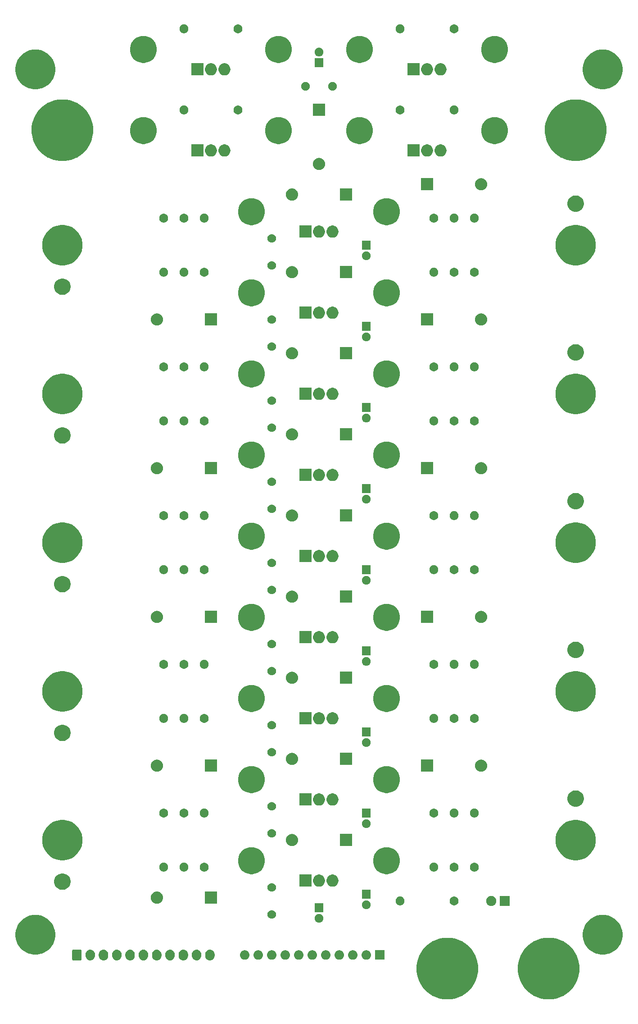
<source format=gbr>
G04 #@! TF.GenerationSoftware,KiCad,Pcbnew,(5.1.4)-1*
G04 #@! TF.CreationDate,2019-10-23T20:28:56-04:00*
G04 #@! TF.ProjectId,Fusion Cell Emulator,46757369-6f6e-4204-9365-6c6c20456d75,rev?*
G04 #@! TF.SameCoordinates,Original*
G04 #@! TF.FileFunction,Soldermask,Top*
G04 #@! TF.FilePolarity,Negative*
%FSLAX46Y46*%
G04 Gerber Fmt 4.6, Leading zero omitted, Abs format (unit mm)*
G04 Created by KiCad (PCBNEW (5.1.4)-1) date 2019-10-23 20:28:56*
%MOMM*%
%LPD*%
G04 APERTURE LIST*
%ADD10C,0.100000*%
G04 APERTURE END LIST*
D10*
G36*
X196429640Y-122537508D02*
G01*
X197268329Y-122704334D01*
X197984219Y-123000866D01*
X198321693Y-123140652D01*
X199269699Y-123774089D01*
X200075911Y-124580301D01*
X200709348Y-125528307D01*
X200763110Y-125658100D01*
X201145666Y-126581671D01*
X201368100Y-127699923D01*
X201368100Y-128840077D01*
X201145666Y-129958329D01*
X200849134Y-130674219D01*
X200709348Y-131011693D01*
X200075911Y-131959699D01*
X199269699Y-132765911D01*
X198321693Y-133399348D01*
X197984219Y-133539134D01*
X197268329Y-133835666D01*
X196429640Y-134002491D01*
X196150078Y-134058100D01*
X195009922Y-134058100D01*
X194730360Y-134002491D01*
X193891671Y-133835666D01*
X193175781Y-133539134D01*
X192838307Y-133399348D01*
X191890301Y-132765911D01*
X191084089Y-131959699D01*
X190450652Y-131011693D01*
X190310866Y-130674219D01*
X190014334Y-129958329D01*
X189791900Y-128840077D01*
X189791900Y-127699923D01*
X190014334Y-126581671D01*
X190396890Y-125658100D01*
X190450652Y-125528307D01*
X191084089Y-124580301D01*
X191890301Y-123774089D01*
X192838307Y-123140652D01*
X193175781Y-123000866D01*
X193891671Y-122704334D01*
X194730360Y-122537508D01*
X195009922Y-122481900D01*
X196150078Y-122481900D01*
X196429640Y-122537508D01*
X196429640Y-122537508D01*
G37*
G36*
X177379640Y-122537508D02*
G01*
X178218329Y-122704334D01*
X178934219Y-123000866D01*
X179271693Y-123140652D01*
X180219699Y-123774089D01*
X181025911Y-124580301D01*
X181659348Y-125528307D01*
X181713110Y-125658100D01*
X182095666Y-126581671D01*
X182318100Y-127699923D01*
X182318100Y-128840077D01*
X182095666Y-129958329D01*
X181799134Y-130674219D01*
X181659348Y-131011693D01*
X181025911Y-131959699D01*
X180219699Y-132765911D01*
X179271693Y-133399348D01*
X178934219Y-133539134D01*
X178218329Y-133835666D01*
X177379640Y-134002491D01*
X177100078Y-134058100D01*
X175959922Y-134058100D01*
X175680360Y-134002491D01*
X174841671Y-133835666D01*
X174125781Y-133539134D01*
X173788307Y-133399348D01*
X172840301Y-132765911D01*
X172034089Y-131959699D01*
X171400652Y-131011693D01*
X171260866Y-130674219D01*
X170964334Y-129958329D01*
X170741900Y-128840077D01*
X170741900Y-127699923D01*
X170964334Y-126581671D01*
X171346890Y-125658100D01*
X171400652Y-125528307D01*
X172034089Y-124580301D01*
X172840301Y-123774089D01*
X173788307Y-123140652D01*
X174125781Y-123000866D01*
X174841671Y-122704334D01*
X175680360Y-122537508D01*
X175959922Y-122481900D01*
X177100078Y-122481900D01*
X177379640Y-122537508D01*
X177379640Y-122537508D01*
G37*
G36*
X109554097Y-124729750D02*
G01*
X109721505Y-124780533D01*
X109721507Y-124780534D01*
X109875791Y-124863000D01*
X110011021Y-124973979D01*
X110122000Y-125109209D01*
X110188814Y-125234209D01*
X110204467Y-125263494D01*
X110255250Y-125430902D01*
X110268100Y-125561371D01*
X110268100Y-125898628D01*
X110255250Y-126029097D01*
X110204467Y-126196506D01*
X110204466Y-126196508D01*
X110122000Y-126350791D01*
X110011021Y-126486021D01*
X109875791Y-126597000D01*
X109782695Y-126646761D01*
X109721506Y-126679467D01*
X109554098Y-126730250D01*
X109380000Y-126747397D01*
X109205903Y-126730250D01*
X109038495Y-126679467D01*
X108884212Y-126597001D01*
X108748980Y-126486020D01*
X108748979Y-126486018D01*
X108748977Y-126486017D01*
X108638000Y-126350791D01*
X108555534Y-126196508D01*
X108555533Y-126196506D01*
X108504750Y-126029098D01*
X108491900Y-125898629D01*
X108491900Y-125561372D01*
X108504750Y-125430903D01*
X108555533Y-125263495D01*
X108555535Y-125263492D01*
X108638000Y-125109209D01*
X108748979Y-124973979D01*
X108884209Y-124863000D01*
X109038492Y-124780534D01*
X109038494Y-124780533D01*
X109205902Y-124729750D01*
X109380000Y-124712603D01*
X109554097Y-124729750D01*
X109554097Y-124729750D01*
G37*
G36*
X117054097Y-124729750D02*
G01*
X117221505Y-124780533D01*
X117221507Y-124780534D01*
X117375791Y-124863000D01*
X117511021Y-124973979D01*
X117622000Y-125109209D01*
X117688814Y-125234209D01*
X117704467Y-125263494D01*
X117755250Y-125430902D01*
X117768100Y-125561371D01*
X117768100Y-125898628D01*
X117755250Y-126029097D01*
X117704467Y-126196506D01*
X117704466Y-126196508D01*
X117622000Y-126350791D01*
X117511021Y-126486021D01*
X117375791Y-126597000D01*
X117282695Y-126646761D01*
X117221506Y-126679467D01*
X117054098Y-126730250D01*
X116880000Y-126747397D01*
X116705903Y-126730250D01*
X116538495Y-126679467D01*
X116384212Y-126597001D01*
X116248980Y-126486020D01*
X116248979Y-126486018D01*
X116248977Y-126486017D01*
X116138000Y-126350791D01*
X116055534Y-126196508D01*
X116055533Y-126196506D01*
X116004750Y-126029098D01*
X115991900Y-125898629D01*
X115991900Y-125561372D01*
X116004750Y-125430903D01*
X116055533Y-125263495D01*
X116055535Y-125263492D01*
X116138000Y-125109209D01*
X116248979Y-124973979D01*
X116384209Y-124863000D01*
X116538492Y-124780534D01*
X116538494Y-124780533D01*
X116705902Y-124729750D01*
X116880000Y-124712603D01*
X117054097Y-124729750D01*
X117054097Y-124729750D01*
G37*
G36*
X114554097Y-124729750D02*
G01*
X114721505Y-124780533D01*
X114721507Y-124780534D01*
X114875791Y-124863000D01*
X115011021Y-124973979D01*
X115122000Y-125109209D01*
X115188814Y-125234209D01*
X115204467Y-125263494D01*
X115255250Y-125430902D01*
X115268100Y-125561371D01*
X115268100Y-125898628D01*
X115255250Y-126029097D01*
X115204467Y-126196506D01*
X115204466Y-126196508D01*
X115122000Y-126350791D01*
X115011021Y-126486021D01*
X114875791Y-126597000D01*
X114782695Y-126646761D01*
X114721506Y-126679467D01*
X114554098Y-126730250D01*
X114380000Y-126747397D01*
X114205903Y-126730250D01*
X114038495Y-126679467D01*
X113884212Y-126597001D01*
X113748980Y-126486020D01*
X113748979Y-126486018D01*
X113748977Y-126486017D01*
X113638000Y-126350791D01*
X113555534Y-126196508D01*
X113555533Y-126196506D01*
X113504750Y-126029098D01*
X113491900Y-125898629D01*
X113491900Y-125561372D01*
X113504750Y-125430903D01*
X113555533Y-125263495D01*
X113555535Y-125263492D01*
X113638000Y-125109209D01*
X113748979Y-124973979D01*
X113884209Y-124863000D01*
X114038492Y-124780534D01*
X114038494Y-124780533D01*
X114205902Y-124729750D01*
X114380000Y-124712603D01*
X114554097Y-124729750D01*
X114554097Y-124729750D01*
G37*
G36*
X119554097Y-124729750D02*
G01*
X119721505Y-124780533D01*
X119721507Y-124780534D01*
X119875791Y-124863000D01*
X120011021Y-124973979D01*
X120122000Y-125109209D01*
X120188814Y-125234209D01*
X120204467Y-125263494D01*
X120255250Y-125430902D01*
X120268100Y-125561371D01*
X120268100Y-125898628D01*
X120255250Y-126029097D01*
X120204467Y-126196506D01*
X120204466Y-126196508D01*
X120122000Y-126350791D01*
X120011021Y-126486021D01*
X119875791Y-126597000D01*
X119782695Y-126646761D01*
X119721506Y-126679467D01*
X119554098Y-126730250D01*
X119380000Y-126747397D01*
X119205903Y-126730250D01*
X119038495Y-126679467D01*
X118884212Y-126597001D01*
X118748980Y-126486020D01*
X118748979Y-126486018D01*
X118748977Y-126486017D01*
X118638000Y-126350791D01*
X118555534Y-126196508D01*
X118555533Y-126196506D01*
X118504750Y-126029098D01*
X118491900Y-125898629D01*
X118491900Y-125561372D01*
X118504750Y-125430903D01*
X118555533Y-125263495D01*
X118555535Y-125263492D01*
X118638000Y-125109209D01*
X118748979Y-124973979D01*
X118884209Y-124863000D01*
X119038492Y-124780534D01*
X119038494Y-124780533D01*
X119205902Y-124729750D01*
X119380000Y-124712603D01*
X119554097Y-124729750D01*
X119554097Y-124729750D01*
G37*
G36*
X122054097Y-124729750D02*
G01*
X122221505Y-124780533D01*
X122221507Y-124780534D01*
X122375791Y-124863000D01*
X122511021Y-124973979D01*
X122622000Y-125109209D01*
X122688814Y-125234209D01*
X122704467Y-125263494D01*
X122755250Y-125430902D01*
X122768100Y-125561371D01*
X122768100Y-125898628D01*
X122755250Y-126029097D01*
X122704467Y-126196506D01*
X122704466Y-126196508D01*
X122622000Y-126350791D01*
X122511021Y-126486021D01*
X122375791Y-126597000D01*
X122282695Y-126646761D01*
X122221506Y-126679467D01*
X122054098Y-126730250D01*
X121880000Y-126747397D01*
X121705903Y-126730250D01*
X121538495Y-126679467D01*
X121384212Y-126597001D01*
X121248980Y-126486020D01*
X121248979Y-126486018D01*
X121248977Y-126486017D01*
X121138000Y-126350791D01*
X121055534Y-126196508D01*
X121055533Y-126196506D01*
X121004750Y-126029098D01*
X120991900Y-125898629D01*
X120991900Y-125561372D01*
X121004750Y-125430903D01*
X121055533Y-125263495D01*
X121055535Y-125263492D01*
X121138000Y-125109209D01*
X121248979Y-124973979D01*
X121384209Y-124863000D01*
X121538492Y-124780534D01*
X121538494Y-124780533D01*
X121705902Y-124729750D01*
X121880000Y-124712603D01*
X122054097Y-124729750D01*
X122054097Y-124729750D01*
G37*
G36*
X124554097Y-124729750D02*
G01*
X124721505Y-124780533D01*
X124721507Y-124780534D01*
X124875791Y-124863000D01*
X125011021Y-124973979D01*
X125122000Y-125109209D01*
X125188814Y-125234209D01*
X125204467Y-125263494D01*
X125255250Y-125430902D01*
X125268100Y-125561371D01*
X125268100Y-125898628D01*
X125255250Y-126029097D01*
X125204467Y-126196506D01*
X125204466Y-126196508D01*
X125122000Y-126350791D01*
X125011021Y-126486021D01*
X124875791Y-126597000D01*
X124782695Y-126646761D01*
X124721506Y-126679467D01*
X124554098Y-126730250D01*
X124380000Y-126747397D01*
X124205903Y-126730250D01*
X124038495Y-126679467D01*
X123884212Y-126597001D01*
X123748980Y-126486020D01*
X123748979Y-126486018D01*
X123748977Y-126486017D01*
X123638000Y-126350791D01*
X123555534Y-126196508D01*
X123555533Y-126196506D01*
X123504750Y-126029098D01*
X123491900Y-125898629D01*
X123491900Y-125561372D01*
X123504750Y-125430903D01*
X123555533Y-125263495D01*
X123555535Y-125263492D01*
X123638000Y-125109209D01*
X123748979Y-124973979D01*
X123884209Y-124863000D01*
X124038492Y-124780534D01*
X124038494Y-124780533D01*
X124205902Y-124729750D01*
X124380000Y-124712603D01*
X124554097Y-124729750D01*
X124554097Y-124729750D01*
G37*
G36*
X129554097Y-124729750D02*
G01*
X129721505Y-124780533D01*
X129721507Y-124780534D01*
X129875791Y-124863000D01*
X130011021Y-124973979D01*
X130122000Y-125109209D01*
X130188814Y-125234209D01*
X130204467Y-125263494D01*
X130255250Y-125430902D01*
X130268100Y-125561371D01*
X130268100Y-125898628D01*
X130255250Y-126029097D01*
X130204467Y-126196506D01*
X130204466Y-126196508D01*
X130122000Y-126350791D01*
X130011021Y-126486021D01*
X129875791Y-126597000D01*
X129782695Y-126646761D01*
X129721506Y-126679467D01*
X129554098Y-126730250D01*
X129380000Y-126747397D01*
X129205903Y-126730250D01*
X129038495Y-126679467D01*
X128884212Y-126597001D01*
X128748980Y-126486020D01*
X128748979Y-126486018D01*
X128748977Y-126486017D01*
X128638000Y-126350791D01*
X128555534Y-126196508D01*
X128555533Y-126196506D01*
X128504750Y-126029098D01*
X128491900Y-125898629D01*
X128491900Y-125561372D01*
X128504750Y-125430903D01*
X128555533Y-125263495D01*
X128555535Y-125263492D01*
X128638000Y-125109209D01*
X128748979Y-124973979D01*
X128884209Y-124863000D01*
X129038492Y-124780534D01*
X129038494Y-124780533D01*
X129205902Y-124729750D01*
X129380000Y-124712603D01*
X129554097Y-124729750D01*
X129554097Y-124729750D01*
G37*
G36*
X127054097Y-124729750D02*
G01*
X127221505Y-124780533D01*
X127221507Y-124780534D01*
X127375791Y-124863000D01*
X127511021Y-124973979D01*
X127622000Y-125109209D01*
X127688814Y-125234209D01*
X127704467Y-125263494D01*
X127755250Y-125430902D01*
X127768100Y-125561371D01*
X127768100Y-125898628D01*
X127755250Y-126029097D01*
X127704467Y-126196506D01*
X127704466Y-126196508D01*
X127622000Y-126350791D01*
X127511021Y-126486021D01*
X127375791Y-126597000D01*
X127282695Y-126646761D01*
X127221506Y-126679467D01*
X127054098Y-126730250D01*
X126880000Y-126747397D01*
X126705903Y-126730250D01*
X126538495Y-126679467D01*
X126384212Y-126597001D01*
X126248980Y-126486020D01*
X126248979Y-126486018D01*
X126248977Y-126486017D01*
X126138000Y-126350791D01*
X126055534Y-126196508D01*
X126055533Y-126196506D01*
X126004750Y-126029098D01*
X125991900Y-125898629D01*
X125991900Y-125561372D01*
X126004750Y-125430903D01*
X126055533Y-125263495D01*
X126055535Y-125263492D01*
X126138000Y-125109209D01*
X126248979Y-124973979D01*
X126384209Y-124863000D01*
X126538492Y-124780534D01*
X126538494Y-124780533D01*
X126705902Y-124729750D01*
X126880000Y-124712603D01*
X127054097Y-124729750D01*
X127054097Y-124729750D01*
G37*
G36*
X112054097Y-124729750D02*
G01*
X112221505Y-124780533D01*
X112221507Y-124780534D01*
X112375791Y-124863000D01*
X112511021Y-124973979D01*
X112622000Y-125109209D01*
X112688814Y-125234209D01*
X112704467Y-125263494D01*
X112755250Y-125430902D01*
X112768100Y-125561371D01*
X112768100Y-125898628D01*
X112755250Y-126029097D01*
X112704467Y-126196506D01*
X112704466Y-126196508D01*
X112622000Y-126350791D01*
X112511021Y-126486021D01*
X112375791Y-126597000D01*
X112282695Y-126646761D01*
X112221506Y-126679467D01*
X112054098Y-126730250D01*
X111880000Y-126747397D01*
X111705903Y-126730250D01*
X111538495Y-126679467D01*
X111384212Y-126597001D01*
X111248980Y-126486020D01*
X111248979Y-126486018D01*
X111248977Y-126486017D01*
X111138000Y-126350791D01*
X111055534Y-126196508D01*
X111055533Y-126196506D01*
X111004750Y-126029098D01*
X110991900Y-125898629D01*
X110991900Y-125561372D01*
X111004750Y-125430903D01*
X111055533Y-125263495D01*
X111055535Y-125263492D01*
X111138000Y-125109209D01*
X111248979Y-124973979D01*
X111384209Y-124863000D01*
X111538492Y-124780534D01*
X111538494Y-124780533D01*
X111705902Y-124729750D01*
X111880000Y-124712603D01*
X112054097Y-124729750D01*
X112054097Y-124729750D01*
G37*
G36*
X132054097Y-124729750D02*
G01*
X132221505Y-124780533D01*
X132221507Y-124780534D01*
X132375791Y-124863000D01*
X132511021Y-124973979D01*
X132622000Y-125109209D01*
X132688814Y-125234209D01*
X132704467Y-125263494D01*
X132755250Y-125430902D01*
X132768100Y-125561371D01*
X132768100Y-125898628D01*
X132755250Y-126029097D01*
X132704467Y-126196506D01*
X132704466Y-126196508D01*
X132622000Y-126350791D01*
X132511021Y-126486021D01*
X132375791Y-126597000D01*
X132282695Y-126646761D01*
X132221506Y-126679467D01*
X132054098Y-126730250D01*
X131880000Y-126747397D01*
X131705903Y-126730250D01*
X131538495Y-126679467D01*
X131384212Y-126597001D01*
X131248980Y-126486020D01*
X131248979Y-126486018D01*
X131248977Y-126486017D01*
X131138000Y-126350791D01*
X131055534Y-126196508D01*
X131055533Y-126196506D01*
X131004750Y-126029098D01*
X130991900Y-125898629D01*
X130991900Y-125561372D01*
X131004750Y-125430903D01*
X131055533Y-125263495D01*
X131055535Y-125263492D01*
X131138000Y-125109209D01*
X131248979Y-124973979D01*
X131384209Y-124863000D01*
X131538492Y-124780534D01*
X131538494Y-124780533D01*
X131705902Y-124729750D01*
X131880000Y-124712603D01*
X132054097Y-124729750D01*
X132054097Y-124729750D01*
G37*
G36*
X107593868Y-124721359D02*
G01*
X107634408Y-124733656D01*
X107671761Y-124753622D01*
X107704505Y-124780495D01*
X107731378Y-124813239D01*
X107751344Y-124850592D01*
X107763641Y-124891132D01*
X107768100Y-124936400D01*
X107768100Y-126523600D01*
X107763641Y-126568868D01*
X107751344Y-126609408D01*
X107731378Y-126646761D01*
X107704505Y-126679505D01*
X107671761Y-126706378D01*
X107634408Y-126726344D01*
X107593868Y-126738641D01*
X107548600Y-126743100D01*
X106211400Y-126743100D01*
X106166132Y-126738641D01*
X106125592Y-126726344D01*
X106088239Y-126706378D01*
X106055495Y-126679505D01*
X106028622Y-126646761D01*
X106008656Y-126609408D01*
X105996359Y-126568868D01*
X105991900Y-126523600D01*
X105991900Y-124936400D01*
X105996359Y-124891132D01*
X106008656Y-124850592D01*
X106028622Y-124813239D01*
X106055495Y-124780495D01*
X106088239Y-124753622D01*
X106125592Y-124733656D01*
X106166132Y-124721359D01*
X106211400Y-124716900D01*
X107548600Y-124716900D01*
X107593868Y-124721359D01*
X107593868Y-124721359D01*
G37*
G36*
X158924098Y-124854750D02*
G01*
X159091506Y-124905533D01*
X159091508Y-124905534D01*
X159245791Y-124988000D01*
X159381021Y-125098979D01*
X159492000Y-125234209D01*
X159492001Y-125234211D01*
X159574467Y-125388494D01*
X159625250Y-125555902D01*
X159642397Y-125730000D01*
X159625250Y-125904098D01*
X159587331Y-126029098D01*
X159574466Y-126071508D01*
X159492000Y-126225791D01*
X159381021Y-126361021D01*
X159245791Y-126472000D01*
X159149254Y-126523600D01*
X159091506Y-126554467D01*
X158924098Y-126605250D01*
X158793629Y-126618100D01*
X158706371Y-126618100D01*
X158575902Y-126605250D01*
X158408494Y-126554467D01*
X158350746Y-126523600D01*
X158254209Y-126472000D01*
X158118979Y-126361021D01*
X158008000Y-126225791D01*
X157925534Y-126071508D01*
X157912669Y-126029098D01*
X157874750Y-125904098D01*
X157857603Y-125730000D01*
X157874750Y-125555902D01*
X157925533Y-125388494D01*
X158007999Y-125234211D01*
X158008000Y-125234209D01*
X158118979Y-125098979D01*
X158254209Y-124988000D01*
X158408492Y-124905534D01*
X158408494Y-124905533D01*
X158575902Y-124854750D01*
X158706371Y-124841900D01*
X158793629Y-124841900D01*
X158924098Y-124854750D01*
X158924098Y-124854750D01*
G37*
G36*
X151304098Y-124854750D02*
G01*
X151471506Y-124905533D01*
X151471508Y-124905534D01*
X151625791Y-124988000D01*
X151761021Y-125098979D01*
X151872000Y-125234209D01*
X151872001Y-125234211D01*
X151954467Y-125388494D01*
X152005250Y-125555902D01*
X152022397Y-125730000D01*
X152005250Y-125904098D01*
X151967331Y-126029098D01*
X151954466Y-126071508D01*
X151872000Y-126225791D01*
X151761021Y-126361021D01*
X151625791Y-126472000D01*
X151529254Y-126523600D01*
X151471506Y-126554467D01*
X151304098Y-126605250D01*
X151173629Y-126618100D01*
X151086371Y-126618100D01*
X150955902Y-126605250D01*
X150788494Y-126554467D01*
X150730746Y-126523600D01*
X150634209Y-126472000D01*
X150498979Y-126361021D01*
X150388000Y-126225791D01*
X150305534Y-126071508D01*
X150292669Y-126029098D01*
X150254750Y-125904098D01*
X150237603Y-125730000D01*
X150254750Y-125555902D01*
X150305533Y-125388494D01*
X150387999Y-125234211D01*
X150388000Y-125234209D01*
X150498979Y-125098979D01*
X150634209Y-124988000D01*
X150788492Y-124905534D01*
X150788494Y-124905533D01*
X150955902Y-124854750D01*
X151086371Y-124841900D01*
X151173629Y-124841900D01*
X151304098Y-124854750D01*
X151304098Y-124854750D01*
G37*
G36*
X156384098Y-124854750D02*
G01*
X156551506Y-124905533D01*
X156551508Y-124905534D01*
X156705791Y-124988000D01*
X156841021Y-125098979D01*
X156952000Y-125234209D01*
X156952001Y-125234211D01*
X157034467Y-125388494D01*
X157085250Y-125555902D01*
X157102397Y-125730000D01*
X157085250Y-125904098D01*
X157047331Y-126029098D01*
X157034466Y-126071508D01*
X156952000Y-126225791D01*
X156841021Y-126361021D01*
X156705791Y-126472000D01*
X156609254Y-126523600D01*
X156551506Y-126554467D01*
X156384098Y-126605250D01*
X156253629Y-126618100D01*
X156166371Y-126618100D01*
X156035902Y-126605250D01*
X155868494Y-126554467D01*
X155810746Y-126523600D01*
X155714209Y-126472000D01*
X155578979Y-126361021D01*
X155468000Y-126225791D01*
X155385534Y-126071508D01*
X155372669Y-126029098D01*
X155334750Y-125904098D01*
X155317603Y-125730000D01*
X155334750Y-125555902D01*
X155385533Y-125388494D01*
X155467999Y-125234211D01*
X155468000Y-125234209D01*
X155578979Y-125098979D01*
X155714209Y-124988000D01*
X155868492Y-124905534D01*
X155868494Y-124905533D01*
X156035902Y-124854750D01*
X156166371Y-124841900D01*
X156253629Y-124841900D01*
X156384098Y-124854750D01*
X156384098Y-124854750D01*
G37*
G36*
X153844098Y-124854750D02*
G01*
X154011506Y-124905533D01*
X154011508Y-124905534D01*
X154165791Y-124988000D01*
X154301021Y-125098979D01*
X154412000Y-125234209D01*
X154412001Y-125234211D01*
X154494467Y-125388494D01*
X154545250Y-125555902D01*
X154562397Y-125730000D01*
X154545250Y-125904098D01*
X154507331Y-126029098D01*
X154494466Y-126071508D01*
X154412000Y-126225791D01*
X154301021Y-126361021D01*
X154165791Y-126472000D01*
X154069254Y-126523600D01*
X154011506Y-126554467D01*
X153844098Y-126605250D01*
X153713629Y-126618100D01*
X153626371Y-126618100D01*
X153495902Y-126605250D01*
X153328494Y-126554467D01*
X153270746Y-126523600D01*
X153174209Y-126472000D01*
X153038979Y-126361021D01*
X152928000Y-126225791D01*
X152845534Y-126071508D01*
X152832669Y-126029098D01*
X152794750Y-125904098D01*
X152777603Y-125730000D01*
X152794750Y-125555902D01*
X152845533Y-125388494D01*
X152927999Y-125234211D01*
X152928000Y-125234209D01*
X153038979Y-125098979D01*
X153174209Y-124988000D01*
X153328492Y-124905534D01*
X153328494Y-124905533D01*
X153495902Y-124854750D01*
X153626371Y-124841900D01*
X153713629Y-124841900D01*
X153844098Y-124854750D01*
X153844098Y-124854750D01*
G37*
G36*
X148764098Y-124854750D02*
G01*
X148931506Y-124905533D01*
X148931508Y-124905534D01*
X149085791Y-124988000D01*
X149221021Y-125098979D01*
X149332000Y-125234209D01*
X149332001Y-125234211D01*
X149414467Y-125388494D01*
X149465250Y-125555902D01*
X149482397Y-125730000D01*
X149465250Y-125904098D01*
X149427331Y-126029098D01*
X149414466Y-126071508D01*
X149332000Y-126225791D01*
X149221021Y-126361021D01*
X149085791Y-126472000D01*
X148989254Y-126523600D01*
X148931506Y-126554467D01*
X148764098Y-126605250D01*
X148633629Y-126618100D01*
X148546371Y-126618100D01*
X148415902Y-126605250D01*
X148248494Y-126554467D01*
X148190746Y-126523600D01*
X148094209Y-126472000D01*
X147958979Y-126361021D01*
X147848000Y-126225791D01*
X147765534Y-126071508D01*
X147752669Y-126029098D01*
X147714750Y-125904098D01*
X147697603Y-125730000D01*
X147714750Y-125555902D01*
X147765533Y-125388494D01*
X147847999Y-125234211D01*
X147848000Y-125234209D01*
X147958979Y-125098979D01*
X148094209Y-124988000D01*
X148248492Y-124905534D01*
X148248494Y-124905533D01*
X148415902Y-124854750D01*
X148546371Y-124841900D01*
X148633629Y-124841900D01*
X148764098Y-124854750D01*
X148764098Y-124854750D01*
G37*
G36*
X146224098Y-124854750D02*
G01*
X146391506Y-124905533D01*
X146391508Y-124905534D01*
X146545791Y-124988000D01*
X146681021Y-125098979D01*
X146792000Y-125234209D01*
X146792001Y-125234211D01*
X146874467Y-125388494D01*
X146925250Y-125555902D01*
X146942397Y-125730000D01*
X146925250Y-125904098D01*
X146887331Y-126029098D01*
X146874466Y-126071508D01*
X146792000Y-126225791D01*
X146681021Y-126361021D01*
X146545791Y-126472000D01*
X146449254Y-126523600D01*
X146391506Y-126554467D01*
X146224098Y-126605250D01*
X146093629Y-126618100D01*
X146006371Y-126618100D01*
X145875902Y-126605250D01*
X145708494Y-126554467D01*
X145650746Y-126523600D01*
X145554209Y-126472000D01*
X145418979Y-126361021D01*
X145308000Y-126225791D01*
X145225534Y-126071508D01*
X145212669Y-126029098D01*
X145174750Y-125904098D01*
X145157603Y-125730000D01*
X145174750Y-125555902D01*
X145225533Y-125388494D01*
X145307999Y-125234211D01*
X145308000Y-125234209D01*
X145418979Y-125098979D01*
X145554209Y-124988000D01*
X145708492Y-124905534D01*
X145708494Y-124905533D01*
X145875902Y-124854750D01*
X146006371Y-124841900D01*
X146093629Y-124841900D01*
X146224098Y-124854750D01*
X146224098Y-124854750D01*
G37*
G36*
X143684098Y-124854750D02*
G01*
X143851506Y-124905533D01*
X143851508Y-124905534D01*
X144005791Y-124988000D01*
X144141021Y-125098979D01*
X144252000Y-125234209D01*
X144252001Y-125234211D01*
X144334467Y-125388494D01*
X144385250Y-125555902D01*
X144402397Y-125730000D01*
X144385250Y-125904098D01*
X144347331Y-126029098D01*
X144334466Y-126071508D01*
X144252000Y-126225791D01*
X144141021Y-126361021D01*
X144005791Y-126472000D01*
X143909254Y-126523600D01*
X143851506Y-126554467D01*
X143684098Y-126605250D01*
X143553629Y-126618100D01*
X143466371Y-126618100D01*
X143335902Y-126605250D01*
X143168494Y-126554467D01*
X143110746Y-126523600D01*
X143014209Y-126472000D01*
X142878979Y-126361021D01*
X142768000Y-126225791D01*
X142685534Y-126071508D01*
X142672669Y-126029098D01*
X142634750Y-125904098D01*
X142617603Y-125730000D01*
X142634750Y-125555902D01*
X142685533Y-125388494D01*
X142767999Y-125234211D01*
X142768000Y-125234209D01*
X142878979Y-125098979D01*
X143014209Y-124988000D01*
X143168492Y-124905534D01*
X143168494Y-124905533D01*
X143335902Y-124854750D01*
X143466371Y-124841900D01*
X143553629Y-124841900D01*
X143684098Y-124854750D01*
X143684098Y-124854750D01*
G37*
G36*
X141144098Y-124854750D02*
G01*
X141311506Y-124905533D01*
X141311508Y-124905534D01*
X141465791Y-124988000D01*
X141601021Y-125098979D01*
X141712000Y-125234209D01*
X141712001Y-125234211D01*
X141794467Y-125388494D01*
X141845250Y-125555902D01*
X141862397Y-125730000D01*
X141845250Y-125904098D01*
X141807331Y-126029098D01*
X141794466Y-126071508D01*
X141712000Y-126225791D01*
X141601021Y-126361021D01*
X141465791Y-126472000D01*
X141369254Y-126523600D01*
X141311506Y-126554467D01*
X141144098Y-126605250D01*
X141013629Y-126618100D01*
X140926371Y-126618100D01*
X140795902Y-126605250D01*
X140628494Y-126554467D01*
X140570746Y-126523600D01*
X140474209Y-126472000D01*
X140338979Y-126361021D01*
X140228000Y-126225791D01*
X140145534Y-126071508D01*
X140132669Y-126029098D01*
X140094750Y-125904098D01*
X140077603Y-125730000D01*
X140094750Y-125555902D01*
X140145533Y-125388494D01*
X140227999Y-125234211D01*
X140228000Y-125234209D01*
X140338979Y-125098979D01*
X140474209Y-124988000D01*
X140628492Y-124905534D01*
X140628494Y-124905533D01*
X140795902Y-124854750D01*
X140926371Y-124841900D01*
X141013629Y-124841900D01*
X141144098Y-124854750D01*
X141144098Y-124854750D01*
G37*
G36*
X138604098Y-124854750D02*
G01*
X138771506Y-124905533D01*
X138771508Y-124905534D01*
X138925791Y-124988000D01*
X139061021Y-125098979D01*
X139172000Y-125234209D01*
X139172001Y-125234211D01*
X139254467Y-125388494D01*
X139305250Y-125555902D01*
X139322397Y-125730000D01*
X139305250Y-125904098D01*
X139267331Y-126029098D01*
X139254466Y-126071508D01*
X139172000Y-126225791D01*
X139061021Y-126361021D01*
X138925791Y-126472000D01*
X138829254Y-126523600D01*
X138771506Y-126554467D01*
X138604098Y-126605250D01*
X138473629Y-126618100D01*
X138386371Y-126618100D01*
X138255902Y-126605250D01*
X138088494Y-126554467D01*
X138030746Y-126523600D01*
X137934209Y-126472000D01*
X137798979Y-126361021D01*
X137688000Y-126225791D01*
X137605534Y-126071508D01*
X137592669Y-126029098D01*
X137554750Y-125904098D01*
X137537603Y-125730000D01*
X137554750Y-125555902D01*
X137605533Y-125388494D01*
X137687999Y-125234211D01*
X137688000Y-125234209D01*
X137798979Y-125098979D01*
X137934209Y-124988000D01*
X138088492Y-124905534D01*
X138088494Y-124905533D01*
X138255902Y-124854750D01*
X138386371Y-124841900D01*
X138473629Y-124841900D01*
X138604098Y-124854750D01*
X138604098Y-124854750D01*
G37*
G36*
X161464098Y-124854750D02*
G01*
X161631506Y-124905533D01*
X161631508Y-124905534D01*
X161785791Y-124988000D01*
X161921021Y-125098979D01*
X162032000Y-125234209D01*
X162032001Y-125234211D01*
X162114467Y-125388494D01*
X162165250Y-125555902D01*
X162182397Y-125730000D01*
X162165250Y-125904098D01*
X162127331Y-126029098D01*
X162114466Y-126071508D01*
X162032000Y-126225791D01*
X161921021Y-126361021D01*
X161785791Y-126472000D01*
X161689254Y-126523600D01*
X161631506Y-126554467D01*
X161464098Y-126605250D01*
X161333629Y-126618100D01*
X161246371Y-126618100D01*
X161115902Y-126605250D01*
X160948494Y-126554467D01*
X160890746Y-126523600D01*
X160794209Y-126472000D01*
X160658979Y-126361021D01*
X160548000Y-126225791D01*
X160465534Y-126071508D01*
X160452669Y-126029098D01*
X160414750Y-125904098D01*
X160397603Y-125730000D01*
X160414750Y-125555902D01*
X160465533Y-125388494D01*
X160547999Y-125234211D01*
X160548000Y-125234209D01*
X160658979Y-125098979D01*
X160794209Y-124988000D01*
X160948492Y-124905534D01*
X160948494Y-124905533D01*
X161115902Y-124854750D01*
X161246371Y-124841900D01*
X161333629Y-124841900D01*
X161464098Y-124854750D01*
X161464098Y-124854750D01*
G37*
G36*
X164718100Y-126618100D02*
G01*
X162941900Y-126618100D01*
X162941900Y-124841900D01*
X164718100Y-124841900D01*
X164718100Y-126618100D01*
X164718100Y-126618100D01*
G37*
G36*
X100150364Y-118325553D02*
G01*
X100276013Y-118377599D01*
X100830651Y-118607337D01*
X100830654Y-118607339D01*
X101442900Y-119016428D01*
X101963572Y-119537100D01*
X102036264Y-119645892D01*
X102372663Y-120149349D01*
X102602401Y-120703987D01*
X102654447Y-120829636D01*
X102798100Y-121551829D01*
X102798100Y-122288171D01*
X102654447Y-123010364D01*
X102654446Y-123010366D01*
X102372663Y-123690651D01*
X102372661Y-123690654D01*
X101963572Y-124302900D01*
X101442900Y-124823572D01*
X101030722Y-125098980D01*
X100830651Y-125232663D01*
X100276013Y-125462401D01*
X100150364Y-125514447D01*
X99428171Y-125658100D01*
X98691829Y-125658100D01*
X97969636Y-125514447D01*
X97843987Y-125462401D01*
X97289349Y-125232663D01*
X97089278Y-125098980D01*
X96677100Y-124823572D01*
X96156428Y-124302900D01*
X95747339Y-123690654D01*
X95747337Y-123690651D01*
X95465554Y-123010366D01*
X95465553Y-123010364D01*
X95321900Y-122288171D01*
X95321900Y-121551829D01*
X95465553Y-120829636D01*
X95517599Y-120703987D01*
X95747337Y-120149349D01*
X96083736Y-119645892D01*
X96156428Y-119537100D01*
X96677100Y-119016428D01*
X97289346Y-118607339D01*
X97289349Y-118607337D01*
X97843987Y-118377599D01*
X97969636Y-118325553D01*
X98691829Y-118181900D01*
X99428171Y-118181900D01*
X100150364Y-118325553D01*
X100150364Y-118325553D01*
G37*
G36*
X206830364Y-118325553D02*
G01*
X206956013Y-118377599D01*
X207510651Y-118607337D01*
X207510654Y-118607339D01*
X208122900Y-119016428D01*
X208643572Y-119537100D01*
X208716264Y-119645892D01*
X209052663Y-120149349D01*
X209282401Y-120703987D01*
X209334447Y-120829636D01*
X209478100Y-121551829D01*
X209478100Y-122288171D01*
X209334447Y-123010364D01*
X209334446Y-123010366D01*
X209052663Y-123690651D01*
X209052661Y-123690654D01*
X208643572Y-124302900D01*
X208122900Y-124823572D01*
X207710722Y-125098980D01*
X207510651Y-125232663D01*
X206956013Y-125462401D01*
X206830364Y-125514447D01*
X206108171Y-125658100D01*
X205371829Y-125658100D01*
X204649636Y-125514447D01*
X204523987Y-125462401D01*
X203969349Y-125232663D01*
X203769278Y-125098980D01*
X203357100Y-124823572D01*
X202836428Y-124302900D01*
X202427339Y-123690654D01*
X202427337Y-123690651D01*
X202145554Y-123010366D01*
X202145553Y-123010364D01*
X202001900Y-122288171D01*
X202001900Y-121551829D01*
X202145553Y-120829636D01*
X202197599Y-120703987D01*
X202427337Y-120149349D01*
X202763736Y-119645892D01*
X202836428Y-119537100D01*
X203357100Y-119016428D01*
X203969346Y-118607339D01*
X203969349Y-118607337D01*
X204523987Y-118377599D01*
X204649636Y-118325553D01*
X205371829Y-118181900D01*
X206108171Y-118181900D01*
X206830364Y-118325553D01*
X206830364Y-118325553D01*
G37*
G36*
X152536519Y-118012636D02*
G01*
X152644467Y-118034108D01*
X152796986Y-118097284D01*
X152796989Y-118097286D01*
X152934257Y-118189005D01*
X153050995Y-118305743D01*
X153142714Y-118443011D01*
X153142716Y-118443014D01*
X153205892Y-118595533D01*
X153238100Y-118757455D01*
X153238100Y-118922545D01*
X153205892Y-119084467D01*
X153142716Y-119236986D01*
X153142714Y-119236989D01*
X153050995Y-119374257D01*
X152934257Y-119490995D01*
X152796989Y-119582714D01*
X152796986Y-119582716D01*
X152644467Y-119645892D01*
X152536519Y-119667364D01*
X152482546Y-119678100D01*
X152317454Y-119678100D01*
X152263481Y-119667364D01*
X152155533Y-119645892D01*
X152003014Y-119582716D01*
X152003011Y-119582714D01*
X151865743Y-119490995D01*
X151749005Y-119374257D01*
X151657286Y-119236989D01*
X151657284Y-119236986D01*
X151594108Y-119084467D01*
X151561900Y-118922545D01*
X151561900Y-118757455D01*
X151594108Y-118595533D01*
X151657284Y-118443014D01*
X151657286Y-118443011D01*
X151749005Y-118305743D01*
X151865743Y-118189005D01*
X152003011Y-118097286D01*
X152003014Y-118097284D01*
X152155533Y-118034108D01*
X152263481Y-118012636D01*
X152317454Y-118001900D01*
X152482546Y-118001900D01*
X152536519Y-118012636D01*
X152536519Y-118012636D01*
G37*
G36*
X143604218Y-117312966D02*
G01*
X143743384Y-117340647D01*
X143888990Y-117400960D01*
X144020030Y-117488518D01*
X144131482Y-117599970D01*
X144219040Y-117731010D01*
X144279353Y-117876616D01*
X144310100Y-118031198D01*
X144310100Y-118188802D01*
X144279353Y-118343384D01*
X144219040Y-118488990D01*
X144131482Y-118620030D01*
X144020030Y-118731482D01*
X143888990Y-118819040D01*
X143743384Y-118879353D01*
X143604218Y-118907034D01*
X143588803Y-118910100D01*
X143431197Y-118910100D01*
X143415782Y-118907034D01*
X143276616Y-118879353D01*
X143131010Y-118819040D01*
X142999970Y-118731482D01*
X142888518Y-118620030D01*
X142800960Y-118488990D01*
X142740647Y-118343384D01*
X142709900Y-118188802D01*
X142709900Y-118031198D01*
X142740647Y-117876616D01*
X142800960Y-117731010D01*
X142888518Y-117599970D01*
X142999970Y-117488518D01*
X143131010Y-117400960D01*
X143276616Y-117340647D01*
X143415782Y-117312966D01*
X143431197Y-117309900D01*
X143588803Y-117309900D01*
X143604218Y-117312966D01*
X143604218Y-117312966D01*
G37*
G36*
X153238100Y-117678100D02*
G01*
X151561900Y-117678100D01*
X151561900Y-116001900D01*
X153238100Y-116001900D01*
X153238100Y-117678100D01*
X153238100Y-117678100D01*
G37*
G36*
X161426519Y-115472636D02*
G01*
X161534467Y-115494108D01*
X161686986Y-115557284D01*
X161686989Y-115557286D01*
X161824257Y-115649005D01*
X161940995Y-115765743D01*
X161973551Y-115814467D01*
X162032716Y-115903014D01*
X162095892Y-116055533D01*
X162105584Y-116104257D01*
X162128100Y-116217454D01*
X162128100Y-116382546D01*
X162123017Y-116408100D01*
X162095892Y-116544467D01*
X162032716Y-116696986D01*
X162032714Y-116696989D01*
X161940995Y-116834257D01*
X161824257Y-116950995D01*
X161686989Y-117042714D01*
X161686986Y-117042716D01*
X161534467Y-117105892D01*
X161426519Y-117127364D01*
X161372546Y-117138100D01*
X161207454Y-117138100D01*
X161153481Y-117127364D01*
X161045533Y-117105892D01*
X160893014Y-117042716D01*
X160893011Y-117042714D01*
X160755743Y-116950995D01*
X160639005Y-116834257D01*
X160547286Y-116696989D01*
X160547284Y-116696986D01*
X160484108Y-116544467D01*
X160456983Y-116408100D01*
X160451900Y-116382546D01*
X160451900Y-116217454D01*
X160474416Y-116104257D01*
X160484108Y-116055533D01*
X160547284Y-115903014D01*
X160606449Y-115814467D01*
X160639005Y-115765743D01*
X160755743Y-115649005D01*
X160893011Y-115557286D01*
X160893014Y-115557284D01*
X161045533Y-115494108D01*
X161153481Y-115472636D01*
X161207454Y-115461900D01*
X161372546Y-115461900D01*
X161426519Y-115472636D01*
X161426519Y-115472636D01*
G37*
G36*
X184937808Y-114643917D02*
G01*
X185058636Y-114667951D01*
X185229354Y-114738665D01*
X185229357Y-114738667D01*
X185383004Y-114841330D01*
X185513670Y-114971996D01*
X185513671Y-114971998D01*
X185616335Y-115125646D01*
X185687049Y-115296364D01*
X185723100Y-115477606D01*
X185723100Y-115662394D01*
X185687049Y-115843636D01*
X185616335Y-116014354D01*
X185616333Y-116014357D01*
X185513670Y-116168004D01*
X185383004Y-116298670D01*
X185309101Y-116348050D01*
X185229354Y-116401335D01*
X185058636Y-116472049D01*
X184937808Y-116496083D01*
X184877395Y-116508100D01*
X184692605Y-116508100D01*
X184632192Y-116496083D01*
X184511364Y-116472049D01*
X184340646Y-116401335D01*
X184260899Y-116348050D01*
X184186996Y-116298670D01*
X184056330Y-116168004D01*
X183953667Y-116014357D01*
X183953665Y-116014354D01*
X183882951Y-115843636D01*
X183846900Y-115662394D01*
X183846900Y-115477606D01*
X183882951Y-115296364D01*
X183953665Y-115125646D01*
X184056329Y-114971998D01*
X184056330Y-114971996D01*
X184186996Y-114841330D01*
X184340643Y-114738667D01*
X184340646Y-114738665D01*
X184511364Y-114667951D01*
X184632192Y-114643917D01*
X184692605Y-114631900D01*
X184877395Y-114631900D01*
X184937808Y-114643917D01*
X184937808Y-114643917D01*
G37*
G36*
X188263100Y-116508100D02*
G01*
X186386900Y-116508100D01*
X186386900Y-114631900D01*
X188263100Y-114631900D01*
X188263100Y-116508100D01*
X188263100Y-116508100D01*
G37*
G36*
X177871951Y-114734932D02*
G01*
X177964296Y-114744027D01*
X178122279Y-114791950D01*
X178122281Y-114791951D01*
X178267878Y-114869774D01*
X178395494Y-114974506D01*
X178500226Y-115102122D01*
X178538118Y-115173014D01*
X178578050Y-115247721D01*
X178625973Y-115405704D01*
X178642155Y-115570000D01*
X178625973Y-115734296D01*
X178578050Y-115892279D01*
X178578049Y-115892281D01*
X178500226Y-116037878D01*
X178395494Y-116165494D01*
X178267878Y-116270226D01*
X178122281Y-116348049D01*
X178122279Y-116348050D01*
X177964296Y-116395973D01*
X177871951Y-116405068D01*
X177841171Y-116408100D01*
X177758829Y-116408100D01*
X177728049Y-116405068D01*
X177635704Y-116395973D01*
X177477721Y-116348050D01*
X177477719Y-116348049D01*
X177332122Y-116270226D01*
X177204506Y-116165494D01*
X177099774Y-116037878D01*
X177021951Y-115892281D01*
X177021950Y-115892279D01*
X176974027Y-115734296D01*
X176957845Y-115570000D01*
X176974027Y-115405704D01*
X177021950Y-115247721D01*
X177061882Y-115173014D01*
X177099774Y-115102122D01*
X177204506Y-114974506D01*
X177332122Y-114869774D01*
X177477719Y-114791951D01*
X177477721Y-114791950D01*
X177635704Y-114744027D01*
X177728049Y-114734932D01*
X177758829Y-114731900D01*
X177841171Y-114731900D01*
X177871951Y-114734932D01*
X177871951Y-114734932D01*
G37*
G36*
X167776519Y-114742636D02*
G01*
X167884467Y-114764108D01*
X168036986Y-114827284D01*
X168036989Y-114827286D01*
X168174257Y-114919005D01*
X168290995Y-115035743D01*
X168372755Y-115158106D01*
X168382716Y-115173014D01*
X168445892Y-115325533D01*
X168478100Y-115487455D01*
X168478100Y-115652545D01*
X168445892Y-115814467D01*
X168382716Y-115966986D01*
X168382714Y-115966989D01*
X168290995Y-116104257D01*
X168174257Y-116220995D01*
X168100577Y-116270226D01*
X168036986Y-116312716D01*
X167884467Y-116375892D01*
X167783512Y-116395973D01*
X167722546Y-116408100D01*
X167557454Y-116408100D01*
X167496488Y-116395973D01*
X167395533Y-116375892D01*
X167243014Y-116312716D01*
X167179423Y-116270226D01*
X167105743Y-116220995D01*
X166989005Y-116104257D01*
X166897286Y-115966989D01*
X166897284Y-115966986D01*
X166834108Y-115814467D01*
X166801900Y-115652545D01*
X166801900Y-115487455D01*
X166834108Y-115325533D01*
X166897284Y-115173014D01*
X166907245Y-115158106D01*
X166989005Y-115035743D01*
X167105743Y-114919005D01*
X167243011Y-114827286D01*
X167243014Y-114827284D01*
X167395533Y-114764108D01*
X167503481Y-114742636D01*
X167557454Y-114731900D01*
X167722546Y-114731900D01*
X167776519Y-114742636D01*
X167776519Y-114742636D01*
G37*
G36*
X133218100Y-116073100D02*
G01*
X130941900Y-116073100D01*
X130941900Y-113796900D01*
X133218100Y-113796900D01*
X133218100Y-116073100D01*
X133218100Y-116073100D01*
G37*
G36*
X122143104Y-113813367D02*
G01*
X122357642Y-113878446D01*
X122555356Y-113984127D01*
X122728653Y-114126347D01*
X122870873Y-114299644D01*
X122976554Y-114497358D01*
X123041633Y-114711896D01*
X123063607Y-114935000D01*
X123041633Y-115158104D01*
X122976554Y-115372642D01*
X122870873Y-115570356D01*
X122728653Y-115743653D01*
X122555356Y-115885873D01*
X122357642Y-115991554D01*
X122143104Y-116056633D01*
X121975914Y-116073100D01*
X121864086Y-116073100D01*
X121696896Y-116056633D01*
X121482358Y-115991554D01*
X121284644Y-115885873D01*
X121111347Y-115743653D01*
X120969127Y-115570356D01*
X120863446Y-115372642D01*
X120798367Y-115158104D01*
X120776393Y-114935000D01*
X120798367Y-114711896D01*
X120863446Y-114497358D01*
X120969127Y-114299644D01*
X121111347Y-114126347D01*
X121284644Y-113984127D01*
X121482358Y-113878446D01*
X121696896Y-113813367D01*
X121864086Y-113796900D01*
X121975914Y-113796900D01*
X122143104Y-113813367D01*
X122143104Y-113813367D01*
G37*
G36*
X162128100Y-115138100D02*
G01*
X160451900Y-115138100D01*
X160451900Y-113461900D01*
X162128100Y-113461900D01*
X162128100Y-115138100D01*
X162128100Y-115138100D01*
G37*
G36*
X143604218Y-112232966D02*
G01*
X143743384Y-112260647D01*
X143888990Y-112320960D01*
X144020030Y-112408518D01*
X144131482Y-112519970D01*
X144219040Y-112651010D01*
X144279353Y-112796616D01*
X144310100Y-112951198D01*
X144310100Y-113108802D01*
X144279353Y-113263384D01*
X144219040Y-113408990D01*
X144131482Y-113540030D01*
X144020030Y-113651482D01*
X143888990Y-113739040D01*
X143743384Y-113799353D01*
X143604218Y-113827034D01*
X143588803Y-113830100D01*
X143431197Y-113830100D01*
X143415782Y-113827034D01*
X143276616Y-113799353D01*
X143131010Y-113739040D01*
X142999970Y-113651482D01*
X142888518Y-113540030D01*
X142800960Y-113408990D01*
X142740647Y-113263384D01*
X142709900Y-113108802D01*
X142709900Y-112951198D01*
X142740647Y-112796616D01*
X142800960Y-112651010D01*
X142888518Y-112519970D01*
X142999970Y-112408518D01*
X143131010Y-112320960D01*
X143276616Y-112260647D01*
X143415782Y-112232966D01*
X143431197Y-112229900D01*
X143588803Y-112229900D01*
X143604218Y-112232966D01*
X143604218Y-112232966D01*
G37*
G36*
X104390542Y-110421603D02*
G01*
X104588649Y-110461009D01*
X104868560Y-110576952D01*
X105120480Y-110745279D01*
X105334721Y-110959520D01*
X105503048Y-111211440D01*
X105618991Y-111491351D01*
X105678100Y-111788511D01*
X105678100Y-112091489D01*
X105618991Y-112388649D01*
X105503048Y-112668560D01*
X105334721Y-112920480D01*
X105120480Y-113134721D01*
X104868560Y-113303048D01*
X104588649Y-113418991D01*
X104390542Y-113458397D01*
X104291490Y-113478100D01*
X103988510Y-113478100D01*
X103889458Y-113458397D01*
X103691351Y-113418991D01*
X103411440Y-113303048D01*
X103159520Y-113134721D01*
X102945279Y-112920480D01*
X102776952Y-112668560D01*
X102661009Y-112388649D01*
X102601900Y-112091489D01*
X102601900Y-111788511D01*
X102661009Y-111491351D01*
X102776952Y-111211440D01*
X102945279Y-110959520D01*
X103159520Y-110745279D01*
X103411440Y-110576952D01*
X103691351Y-110461009D01*
X103889458Y-110421603D01*
X103988510Y-110401900D01*
X104291490Y-110401900D01*
X104390542Y-110421603D01*
X104390542Y-110421603D01*
G37*
G36*
X152731972Y-110665636D02*
G01*
X152731975Y-110665637D01*
X152731974Y-110665637D01*
X152939090Y-110751427D01*
X152939093Y-110751429D01*
X153125497Y-110875980D01*
X153284020Y-111034503D01*
X153284021Y-111034505D01*
X153408573Y-111220910D01*
X153478518Y-111389773D01*
X153494364Y-111428028D01*
X153538100Y-111647907D01*
X153538100Y-111872093D01*
X153494364Y-112091972D01*
X153494363Y-112091974D01*
X153408573Y-112299090D01*
X153408571Y-112299093D01*
X153284020Y-112485497D01*
X153125497Y-112644020D01*
X152939093Y-112768571D01*
X152939090Y-112768573D01*
X152770227Y-112838518D01*
X152731972Y-112854364D01*
X152512093Y-112898100D01*
X152287907Y-112898100D01*
X152068028Y-112854364D01*
X152029773Y-112838518D01*
X151860910Y-112768573D01*
X151860907Y-112768571D01*
X151674503Y-112644020D01*
X151515980Y-112485497D01*
X151391429Y-112299093D01*
X151391427Y-112299090D01*
X151305637Y-112091974D01*
X151305636Y-112091972D01*
X151261900Y-111872093D01*
X151261900Y-111647907D01*
X151305636Y-111428028D01*
X151321482Y-111389773D01*
X151391427Y-111220910D01*
X151515979Y-111034505D01*
X151515980Y-111034503D01*
X151674503Y-110875980D01*
X151860907Y-110751429D01*
X151860910Y-110751427D01*
X152068026Y-110665637D01*
X152068025Y-110665637D01*
X152068028Y-110665636D01*
X152287907Y-110621900D01*
X152512093Y-110621900D01*
X152731972Y-110665636D01*
X152731972Y-110665636D01*
G37*
G36*
X150998100Y-112898100D02*
G01*
X148721900Y-112898100D01*
X148721900Y-110621900D01*
X150998100Y-110621900D01*
X150998100Y-112898100D01*
X150998100Y-112898100D01*
G37*
G36*
X155271972Y-110665636D02*
G01*
X155271975Y-110665637D01*
X155271974Y-110665637D01*
X155479090Y-110751427D01*
X155479093Y-110751429D01*
X155665497Y-110875980D01*
X155824020Y-111034503D01*
X155824021Y-111034505D01*
X155948573Y-111220910D01*
X156018518Y-111389773D01*
X156034364Y-111428028D01*
X156078100Y-111647907D01*
X156078100Y-111872093D01*
X156034364Y-112091972D01*
X156034363Y-112091974D01*
X155948573Y-112299090D01*
X155948571Y-112299093D01*
X155824020Y-112485497D01*
X155665497Y-112644020D01*
X155479093Y-112768571D01*
X155479090Y-112768573D01*
X155310227Y-112838518D01*
X155271972Y-112854364D01*
X155052093Y-112898100D01*
X154827907Y-112898100D01*
X154608028Y-112854364D01*
X154569773Y-112838518D01*
X154400910Y-112768573D01*
X154400907Y-112768571D01*
X154214503Y-112644020D01*
X154055980Y-112485497D01*
X153931429Y-112299093D01*
X153931427Y-112299090D01*
X153845637Y-112091974D01*
X153845636Y-112091972D01*
X153801900Y-111872093D01*
X153801900Y-111647907D01*
X153845636Y-111428028D01*
X153861482Y-111389773D01*
X153931427Y-111220910D01*
X154055979Y-111034505D01*
X154055980Y-111034503D01*
X154214503Y-110875980D01*
X154400907Y-110751429D01*
X154400910Y-110751427D01*
X154608026Y-110665637D01*
X154608025Y-110665637D01*
X154608028Y-110665636D01*
X154827907Y-110621900D01*
X155052093Y-110621900D01*
X155271972Y-110665636D01*
X155271972Y-110665636D01*
G37*
G36*
X165513433Y-105504413D02*
G01*
X165840339Y-105569438D01*
X166302238Y-105760763D01*
X166302241Y-105760765D01*
X166717945Y-106038529D01*
X167071471Y-106392055D01*
X167071472Y-106392057D01*
X167349237Y-106807762D01*
X167540562Y-107269661D01*
X167638100Y-107760020D01*
X167638100Y-108259980D01*
X167540562Y-108750339D01*
X167349237Y-109212238D01*
X167349235Y-109212241D01*
X167071471Y-109627945D01*
X166717945Y-109981471D01*
X166603261Y-110058100D01*
X166302238Y-110259237D01*
X165840339Y-110450562D01*
X165513433Y-110515587D01*
X165349981Y-110548100D01*
X164850019Y-110548100D01*
X164686567Y-110515587D01*
X164359661Y-110450562D01*
X163897762Y-110259237D01*
X163596739Y-110058100D01*
X163482055Y-109981471D01*
X163128529Y-109627945D01*
X162850765Y-109212241D01*
X162850763Y-109212238D01*
X162659438Y-108750339D01*
X162561900Y-108259980D01*
X162561900Y-107760020D01*
X162659438Y-107269661D01*
X162850763Y-106807762D01*
X163128528Y-106392057D01*
X163128529Y-106392055D01*
X163482055Y-106038529D01*
X163897759Y-105760765D01*
X163897762Y-105760763D01*
X164359661Y-105569438D01*
X164686567Y-105504413D01*
X164850019Y-105471900D01*
X165349981Y-105471900D01*
X165513433Y-105504413D01*
X165513433Y-105504413D01*
G37*
G36*
X140113433Y-105504413D02*
G01*
X140440339Y-105569438D01*
X140902238Y-105760763D01*
X140902241Y-105760765D01*
X141317945Y-106038529D01*
X141671471Y-106392055D01*
X141671472Y-106392057D01*
X141949237Y-106807762D01*
X142140562Y-107269661D01*
X142238100Y-107760020D01*
X142238100Y-108259980D01*
X142140562Y-108750339D01*
X141949237Y-109212238D01*
X141949235Y-109212241D01*
X141671471Y-109627945D01*
X141317945Y-109981471D01*
X141203261Y-110058100D01*
X140902238Y-110259237D01*
X140440339Y-110450562D01*
X140113433Y-110515587D01*
X139949981Y-110548100D01*
X139450019Y-110548100D01*
X139286567Y-110515587D01*
X138959661Y-110450562D01*
X138497762Y-110259237D01*
X138196739Y-110058100D01*
X138082055Y-109981471D01*
X137728529Y-109627945D01*
X137450765Y-109212241D01*
X137450763Y-109212238D01*
X137259438Y-108750339D01*
X137161900Y-108259980D01*
X137161900Y-107760020D01*
X137259438Y-107269661D01*
X137450763Y-106807762D01*
X137728528Y-106392057D01*
X137728529Y-106392055D01*
X138082055Y-106038529D01*
X138497759Y-105760765D01*
X138497762Y-105760763D01*
X138959661Y-105569438D01*
X139286567Y-105504413D01*
X139450019Y-105471900D01*
X139949981Y-105471900D01*
X140113433Y-105504413D01*
X140113433Y-105504413D01*
G37*
G36*
X127136519Y-108392636D02*
G01*
X127244467Y-108414108D01*
X127396986Y-108477284D01*
X127396989Y-108477286D01*
X127534257Y-108569005D01*
X127650995Y-108685743D01*
X127695349Y-108752124D01*
X127742716Y-108823014D01*
X127805892Y-108975533D01*
X127838100Y-109137455D01*
X127838100Y-109302545D01*
X127805892Y-109464467D01*
X127742716Y-109616986D01*
X127742714Y-109616989D01*
X127650995Y-109754257D01*
X127534257Y-109870995D01*
X127460577Y-109920226D01*
X127396986Y-109962716D01*
X127244467Y-110025892D01*
X127143512Y-110045973D01*
X127082546Y-110058100D01*
X126917454Y-110058100D01*
X126856488Y-110045973D01*
X126755533Y-110025892D01*
X126603014Y-109962716D01*
X126539423Y-109920226D01*
X126465743Y-109870995D01*
X126349005Y-109754257D01*
X126257286Y-109616989D01*
X126257284Y-109616986D01*
X126194108Y-109464467D01*
X126161900Y-109302545D01*
X126161900Y-109137455D01*
X126194108Y-108975533D01*
X126257284Y-108823014D01*
X126304651Y-108752124D01*
X126349005Y-108685743D01*
X126465743Y-108569005D01*
X126603011Y-108477286D01*
X126603014Y-108477284D01*
X126755533Y-108414108D01*
X126863481Y-108392636D01*
X126917454Y-108381900D01*
X127082546Y-108381900D01*
X127136519Y-108392636D01*
X127136519Y-108392636D01*
G37*
G36*
X123326519Y-108392636D02*
G01*
X123434467Y-108414108D01*
X123586986Y-108477284D01*
X123586989Y-108477286D01*
X123724257Y-108569005D01*
X123840995Y-108685743D01*
X123885349Y-108752124D01*
X123932716Y-108823014D01*
X123995892Y-108975533D01*
X124028100Y-109137455D01*
X124028100Y-109302545D01*
X123995892Y-109464467D01*
X123932716Y-109616986D01*
X123932714Y-109616989D01*
X123840995Y-109754257D01*
X123724257Y-109870995D01*
X123650577Y-109920226D01*
X123586986Y-109962716D01*
X123434467Y-110025892D01*
X123333512Y-110045973D01*
X123272546Y-110058100D01*
X123107454Y-110058100D01*
X123046488Y-110045973D01*
X122945533Y-110025892D01*
X122793014Y-109962716D01*
X122729423Y-109920226D01*
X122655743Y-109870995D01*
X122539005Y-109754257D01*
X122447286Y-109616989D01*
X122447284Y-109616986D01*
X122384108Y-109464467D01*
X122351900Y-109302545D01*
X122351900Y-109137455D01*
X122384108Y-108975533D01*
X122447284Y-108823014D01*
X122494651Y-108752124D01*
X122539005Y-108685743D01*
X122655743Y-108569005D01*
X122793011Y-108477286D01*
X122793014Y-108477284D01*
X122945533Y-108414108D01*
X123053481Y-108392636D01*
X123107454Y-108381900D01*
X123272546Y-108381900D01*
X123326519Y-108392636D01*
X123326519Y-108392636D01*
G37*
G36*
X130881951Y-108384932D02*
G01*
X130974296Y-108394027D01*
X131132279Y-108441950D01*
X131132281Y-108441951D01*
X131277878Y-108519774D01*
X131405494Y-108624506D01*
X131510226Y-108752122D01*
X131548118Y-108823014D01*
X131588050Y-108897721D01*
X131635973Y-109055704D01*
X131652155Y-109220000D01*
X131635973Y-109384296D01*
X131588050Y-109542279D01*
X131588049Y-109542281D01*
X131510226Y-109687878D01*
X131405494Y-109815494D01*
X131277878Y-109920226D01*
X131163296Y-109981471D01*
X131132279Y-109998050D01*
X130974296Y-110045973D01*
X130881951Y-110055068D01*
X130851171Y-110058100D01*
X130768829Y-110058100D01*
X130738049Y-110055068D01*
X130645704Y-110045973D01*
X130487721Y-109998050D01*
X130456704Y-109981471D01*
X130342122Y-109920226D01*
X130214506Y-109815494D01*
X130109774Y-109687878D01*
X130031951Y-109542281D01*
X130031950Y-109542279D01*
X129984027Y-109384296D01*
X129967845Y-109220000D01*
X129984027Y-109055704D01*
X130031950Y-108897721D01*
X130071882Y-108823014D01*
X130109774Y-108752122D01*
X130214506Y-108624506D01*
X130342122Y-108519774D01*
X130487719Y-108441951D01*
X130487721Y-108441950D01*
X130645704Y-108394027D01*
X130738049Y-108384932D01*
X130768829Y-108381900D01*
X130851171Y-108381900D01*
X130881951Y-108384932D01*
X130881951Y-108384932D01*
G37*
G36*
X174126519Y-108392636D02*
G01*
X174234467Y-108414108D01*
X174386986Y-108477284D01*
X174386989Y-108477286D01*
X174524257Y-108569005D01*
X174640995Y-108685743D01*
X174685349Y-108752124D01*
X174732716Y-108823014D01*
X174795892Y-108975533D01*
X174828100Y-109137455D01*
X174828100Y-109302545D01*
X174795892Y-109464467D01*
X174732716Y-109616986D01*
X174732714Y-109616989D01*
X174640995Y-109754257D01*
X174524257Y-109870995D01*
X174450577Y-109920226D01*
X174386986Y-109962716D01*
X174234467Y-110025892D01*
X174133512Y-110045973D01*
X174072546Y-110058100D01*
X173907454Y-110058100D01*
X173846488Y-110045973D01*
X173745533Y-110025892D01*
X173593014Y-109962716D01*
X173529423Y-109920226D01*
X173455743Y-109870995D01*
X173339005Y-109754257D01*
X173247286Y-109616989D01*
X173247284Y-109616986D01*
X173184108Y-109464467D01*
X173151900Y-109302545D01*
X173151900Y-109137455D01*
X173184108Y-108975533D01*
X173247284Y-108823014D01*
X173294651Y-108752124D01*
X173339005Y-108685743D01*
X173455743Y-108569005D01*
X173593011Y-108477286D01*
X173593014Y-108477284D01*
X173745533Y-108414108D01*
X173853481Y-108392636D01*
X173907454Y-108381900D01*
X174072546Y-108381900D01*
X174126519Y-108392636D01*
X174126519Y-108392636D01*
G37*
G36*
X181681951Y-108384932D02*
G01*
X181774296Y-108394027D01*
X181932279Y-108441950D01*
X181932281Y-108441951D01*
X182077878Y-108519774D01*
X182205494Y-108624506D01*
X182310226Y-108752122D01*
X182348118Y-108823014D01*
X182388050Y-108897721D01*
X182435973Y-109055704D01*
X182452155Y-109220000D01*
X182435973Y-109384296D01*
X182388050Y-109542279D01*
X182388049Y-109542281D01*
X182310226Y-109687878D01*
X182205494Y-109815494D01*
X182077878Y-109920226D01*
X181963296Y-109981471D01*
X181932279Y-109998050D01*
X181774296Y-110045973D01*
X181681951Y-110055068D01*
X181651171Y-110058100D01*
X181568829Y-110058100D01*
X181538049Y-110055068D01*
X181445704Y-110045973D01*
X181287721Y-109998050D01*
X181256704Y-109981471D01*
X181142122Y-109920226D01*
X181014506Y-109815494D01*
X180909774Y-109687878D01*
X180831951Y-109542281D01*
X180831950Y-109542279D01*
X180784027Y-109384296D01*
X180767845Y-109220000D01*
X180784027Y-109055704D01*
X180831950Y-108897721D01*
X180871882Y-108823014D01*
X180909774Y-108752122D01*
X181014506Y-108624506D01*
X181142122Y-108519774D01*
X181287719Y-108441951D01*
X181287721Y-108441950D01*
X181445704Y-108394027D01*
X181538049Y-108384932D01*
X181568829Y-108381900D01*
X181651171Y-108381900D01*
X181681951Y-108384932D01*
X181681951Y-108384932D01*
G37*
G36*
X177871951Y-108384932D02*
G01*
X177964296Y-108394027D01*
X178122279Y-108441950D01*
X178122281Y-108441951D01*
X178267878Y-108519774D01*
X178395494Y-108624506D01*
X178500226Y-108752122D01*
X178538118Y-108823014D01*
X178578050Y-108897721D01*
X178625973Y-109055704D01*
X178642155Y-109220000D01*
X178625973Y-109384296D01*
X178578050Y-109542279D01*
X178578049Y-109542281D01*
X178500226Y-109687878D01*
X178395494Y-109815494D01*
X178267878Y-109920226D01*
X178153296Y-109981471D01*
X178122279Y-109998050D01*
X177964296Y-110045973D01*
X177871951Y-110055068D01*
X177841171Y-110058100D01*
X177758829Y-110058100D01*
X177728049Y-110055068D01*
X177635704Y-110045973D01*
X177477721Y-109998050D01*
X177446704Y-109981471D01*
X177332122Y-109920226D01*
X177204506Y-109815494D01*
X177099774Y-109687878D01*
X177021951Y-109542281D01*
X177021950Y-109542279D01*
X176974027Y-109384296D01*
X176957845Y-109220000D01*
X176974027Y-109055704D01*
X177021950Y-108897721D01*
X177061882Y-108823014D01*
X177099774Y-108752122D01*
X177204506Y-108624506D01*
X177332122Y-108519774D01*
X177477719Y-108441951D01*
X177477721Y-108441950D01*
X177635704Y-108394027D01*
X177728049Y-108384932D01*
X177758829Y-108381900D01*
X177841171Y-108381900D01*
X177871951Y-108384932D01*
X177871951Y-108384932D01*
G37*
G36*
X201216058Y-100388294D02*
G01*
X201764951Y-100497475D01*
X202454339Y-100783029D01*
X203074768Y-101197587D01*
X203074770Y-101197589D01*
X203074773Y-101197591D01*
X203602409Y-101725227D01*
X203602411Y-101725230D01*
X203602413Y-101725232D01*
X204016971Y-102345661D01*
X204302525Y-103035049D01*
X204448100Y-103766906D01*
X204448100Y-104513094D01*
X204302525Y-105244951D01*
X204016971Y-105934339D01*
X203602413Y-106554768D01*
X203602411Y-106554770D01*
X203602409Y-106554773D01*
X203074773Y-107082409D01*
X203074770Y-107082411D01*
X203074768Y-107082413D01*
X202454339Y-107496971D01*
X201764951Y-107782525D01*
X201216058Y-107891706D01*
X201033095Y-107928100D01*
X200286905Y-107928100D01*
X200103942Y-107891706D01*
X199555049Y-107782525D01*
X198865661Y-107496971D01*
X198245232Y-107082413D01*
X198245230Y-107082411D01*
X198245227Y-107082409D01*
X197717591Y-106554773D01*
X197717589Y-106554770D01*
X197717587Y-106554768D01*
X197303029Y-105934339D01*
X197017475Y-105244951D01*
X196871900Y-104513094D01*
X196871900Y-103766906D01*
X197017475Y-103035049D01*
X197303029Y-102345661D01*
X197717587Y-101725232D01*
X197717589Y-101725230D01*
X197717591Y-101725227D01*
X198245227Y-101197591D01*
X198245230Y-101197589D01*
X198245232Y-101197587D01*
X198865661Y-100783029D01*
X199555049Y-100497475D01*
X200103942Y-100388294D01*
X200286905Y-100351900D01*
X201033095Y-100351900D01*
X201216058Y-100388294D01*
X201216058Y-100388294D01*
G37*
G36*
X104696058Y-100388294D02*
G01*
X105244951Y-100497475D01*
X105934339Y-100783029D01*
X106554768Y-101197587D01*
X106554770Y-101197589D01*
X106554773Y-101197591D01*
X107082409Y-101725227D01*
X107082411Y-101725230D01*
X107082413Y-101725232D01*
X107496971Y-102345661D01*
X107782525Y-103035049D01*
X107928100Y-103766906D01*
X107928100Y-104513094D01*
X107782525Y-105244951D01*
X107496971Y-105934339D01*
X107082413Y-106554768D01*
X107082411Y-106554770D01*
X107082409Y-106554773D01*
X106554773Y-107082409D01*
X106554770Y-107082411D01*
X106554768Y-107082413D01*
X105934339Y-107496971D01*
X105244951Y-107782525D01*
X104696058Y-107891706D01*
X104513095Y-107928100D01*
X103766905Y-107928100D01*
X103583942Y-107891706D01*
X103035049Y-107782525D01*
X102345661Y-107496971D01*
X101725232Y-107082413D01*
X101725230Y-107082411D01*
X101725227Y-107082409D01*
X101197591Y-106554773D01*
X101197589Y-106554770D01*
X101197587Y-106554768D01*
X100783029Y-105934339D01*
X100497475Y-105244951D01*
X100351900Y-104513094D01*
X100351900Y-103766906D01*
X100497475Y-103035049D01*
X100783029Y-102345661D01*
X101197587Y-101725232D01*
X101197589Y-101725230D01*
X101197591Y-101725227D01*
X101725227Y-101197591D01*
X101725230Y-101197589D01*
X101725232Y-101197587D01*
X102345661Y-100783029D01*
X103035049Y-100497475D01*
X103583942Y-100388294D01*
X103766905Y-100351900D01*
X104513095Y-100351900D01*
X104696058Y-100388294D01*
X104696058Y-100388294D01*
G37*
G36*
X147543104Y-103018367D02*
G01*
X147757642Y-103083446D01*
X147955356Y-103189127D01*
X148128653Y-103331347D01*
X148270873Y-103504644D01*
X148376554Y-103702358D01*
X148441633Y-103916896D01*
X148463607Y-104140000D01*
X148441633Y-104363104D01*
X148376554Y-104577642D01*
X148270873Y-104775356D01*
X148128653Y-104948653D01*
X147955356Y-105090873D01*
X147757642Y-105196554D01*
X147543104Y-105261633D01*
X147375914Y-105278100D01*
X147264086Y-105278100D01*
X147096896Y-105261633D01*
X146882358Y-105196554D01*
X146684644Y-105090873D01*
X146511347Y-104948653D01*
X146369127Y-104775356D01*
X146263446Y-104577642D01*
X146198367Y-104363104D01*
X146176393Y-104140000D01*
X146198367Y-103916896D01*
X146263446Y-103702358D01*
X146369127Y-103504644D01*
X146511347Y-103331347D01*
X146684644Y-103189127D01*
X146882358Y-103083446D01*
X147096896Y-103018367D01*
X147264086Y-103001900D01*
X147375914Y-103001900D01*
X147543104Y-103018367D01*
X147543104Y-103018367D01*
G37*
G36*
X158618100Y-105278100D02*
G01*
X156341900Y-105278100D01*
X156341900Y-103001900D01*
X158618100Y-103001900D01*
X158618100Y-105278100D01*
X158618100Y-105278100D01*
G37*
G36*
X143604218Y-102072966D02*
G01*
X143743384Y-102100647D01*
X143888990Y-102160960D01*
X144020030Y-102248518D01*
X144131482Y-102359970D01*
X144219040Y-102491010D01*
X144279353Y-102636616D01*
X144310100Y-102791198D01*
X144310100Y-102948802D01*
X144279353Y-103103384D01*
X144219040Y-103248990D01*
X144131482Y-103380030D01*
X144020030Y-103491482D01*
X143888990Y-103579040D01*
X143743384Y-103639353D01*
X143604218Y-103667034D01*
X143588803Y-103670100D01*
X143431197Y-103670100D01*
X143415782Y-103667034D01*
X143276616Y-103639353D01*
X143131010Y-103579040D01*
X142999970Y-103491482D01*
X142888518Y-103380030D01*
X142800960Y-103248990D01*
X142740647Y-103103384D01*
X142709900Y-102948802D01*
X142709900Y-102791198D01*
X142740647Y-102636616D01*
X142800960Y-102491010D01*
X142888518Y-102359970D01*
X142999970Y-102248518D01*
X143131010Y-102160960D01*
X143276616Y-102100647D01*
X143415782Y-102072966D01*
X143431197Y-102069900D01*
X143588803Y-102069900D01*
X143604218Y-102072966D01*
X143604218Y-102072966D01*
G37*
G36*
X161426519Y-100232636D02*
G01*
X161534467Y-100254108D01*
X161686986Y-100317284D01*
X161686989Y-100317286D01*
X161824257Y-100409005D01*
X161940995Y-100525743D01*
X162032714Y-100663011D01*
X162032716Y-100663014D01*
X162095892Y-100815533D01*
X162128100Y-100977455D01*
X162128100Y-101142545D01*
X162095892Y-101304467D01*
X162032716Y-101456986D01*
X162032714Y-101456989D01*
X161940995Y-101594257D01*
X161824257Y-101710995D01*
X161686989Y-101802714D01*
X161686986Y-101802716D01*
X161534467Y-101865892D01*
X161426519Y-101887364D01*
X161372546Y-101898100D01*
X161207454Y-101898100D01*
X161153481Y-101887364D01*
X161045533Y-101865892D01*
X160893014Y-101802716D01*
X160893011Y-101802714D01*
X160755743Y-101710995D01*
X160639005Y-101594257D01*
X160547286Y-101456989D01*
X160547284Y-101456986D01*
X160484108Y-101304467D01*
X160451900Y-101142545D01*
X160451900Y-100977455D01*
X160484108Y-100815533D01*
X160547284Y-100663014D01*
X160547286Y-100663011D01*
X160639005Y-100525743D01*
X160755743Y-100409005D01*
X160893011Y-100317286D01*
X160893014Y-100317284D01*
X161045533Y-100254108D01*
X161153481Y-100232636D01*
X161207454Y-100221900D01*
X161372546Y-100221900D01*
X161426519Y-100232636D01*
X161426519Y-100232636D01*
G37*
G36*
X130946519Y-98232636D02*
G01*
X131054467Y-98254108D01*
X131206986Y-98317284D01*
X131206989Y-98317286D01*
X131344257Y-98409005D01*
X131460995Y-98525743D01*
X131505349Y-98592124D01*
X131552716Y-98663014D01*
X131615892Y-98815533D01*
X131648100Y-98977455D01*
X131648100Y-99142545D01*
X131615892Y-99304467D01*
X131552716Y-99456986D01*
X131552714Y-99456989D01*
X131460995Y-99594257D01*
X131344257Y-99710995D01*
X131270577Y-99760226D01*
X131206986Y-99802716D01*
X131054467Y-99865892D01*
X130953512Y-99885973D01*
X130892546Y-99898100D01*
X130727454Y-99898100D01*
X130666488Y-99885973D01*
X130565533Y-99865892D01*
X130413014Y-99802716D01*
X130349423Y-99760226D01*
X130275743Y-99710995D01*
X130159005Y-99594257D01*
X130067286Y-99456989D01*
X130067284Y-99456986D01*
X130004108Y-99304467D01*
X129971900Y-99142545D01*
X129971900Y-98977455D01*
X130004108Y-98815533D01*
X130067284Y-98663014D01*
X130114651Y-98592124D01*
X130159005Y-98525743D01*
X130275743Y-98409005D01*
X130413011Y-98317286D01*
X130413014Y-98317284D01*
X130565533Y-98254108D01*
X130673481Y-98232636D01*
X130727454Y-98221900D01*
X130892546Y-98221900D01*
X130946519Y-98232636D01*
X130946519Y-98232636D01*
G37*
G36*
X177936519Y-98232636D02*
G01*
X178044467Y-98254108D01*
X178196986Y-98317284D01*
X178196989Y-98317286D01*
X178334257Y-98409005D01*
X178450995Y-98525743D01*
X178495349Y-98592124D01*
X178542716Y-98663014D01*
X178605892Y-98815533D01*
X178638100Y-98977455D01*
X178638100Y-99142545D01*
X178605892Y-99304467D01*
X178542716Y-99456986D01*
X178542714Y-99456989D01*
X178450995Y-99594257D01*
X178334257Y-99710995D01*
X178260577Y-99760226D01*
X178196986Y-99802716D01*
X178044467Y-99865892D01*
X177943512Y-99885973D01*
X177882546Y-99898100D01*
X177717454Y-99898100D01*
X177656488Y-99885973D01*
X177555533Y-99865892D01*
X177403014Y-99802716D01*
X177339423Y-99760226D01*
X177265743Y-99710995D01*
X177149005Y-99594257D01*
X177057286Y-99456989D01*
X177057284Y-99456986D01*
X176994108Y-99304467D01*
X176961900Y-99142545D01*
X176961900Y-98977455D01*
X176994108Y-98815533D01*
X177057284Y-98663014D01*
X177104651Y-98592124D01*
X177149005Y-98525743D01*
X177265743Y-98409005D01*
X177403011Y-98317286D01*
X177403014Y-98317284D01*
X177555533Y-98254108D01*
X177663481Y-98232636D01*
X177717454Y-98221900D01*
X177882546Y-98221900D01*
X177936519Y-98232636D01*
X177936519Y-98232636D01*
G37*
G36*
X123261952Y-98224932D02*
G01*
X123354296Y-98234027D01*
X123512279Y-98281950D01*
X123512281Y-98281951D01*
X123657878Y-98359774D01*
X123785494Y-98464506D01*
X123890226Y-98592122D01*
X123928118Y-98663014D01*
X123968050Y-98737721D01*
X124015973Y-98895704D01*
X124032155Y-99060000D01*
X124015973Y-99224296D01*
X123968050Y-99382279D01*
X123968049Y-99382281D01*
X123890226Y-99527878D01*
X123785494Y-99655494D01*
X123657878Y-99760226D01*
X123512281Y-99838049D01*
X123512279Y-99838050D01*
X123354296Y-99885973D01*
X123261952Y-99895068D01*
X123231171Y-99898100D01*
X123148829Y-99898100D01*
X123118048Y-99895068D01*
X123025704Y-99885973D01*
X122867721Y-99838050D01*
X122867719Y-99838049D01*
X122722122Y-99760226D01*
X122594506Y-99655494D01*
X122489774Y-99527878D01*
X122411951Y-99382281D01*
X122411950Y-99382279D01*
X122364027Y-99224296D01*
X122347845Y-99060000D01*
X122364027Y-98895704D01*
X122411950Y-98737721D01*
X122451882Y-98663014D01*
X122489774Y-98592122D01*
X122594506Y-98464506D01*
X122722122Y-98359774D01*
X122867719Y-98281951D01*
X122867721Y-98281950D01*
X123025704Y-98234027D01*
X123118049Y-98224932D01*
X123148829Y-98221900D01*
X123231171Y-98221900D01*
X123261952Y-98224932D01*
X123261952Y-98224932D01*
G37*
G36*
X181746519Y-98232636D02*
G01*
X181854467Y-98254108D01*
X182006986Y-98317284D01*
X182006989Y-98317286D01*
X182144257Y-98409005D01*
X182260995Y-98525743D01*
X182305349Y-98592124D01*
X182352716Y-98663014D01*
X182415892Y-98815533D01*
X182448100Y-98977455D01*
X182448100Y-99142545D01*
X182415892Y-99304467D01*
X182352716Y-99456986D01*
X182352714Y-99456989D01*
X182260995Y-99594257D01*
X182144257Y-99710995D01*
X182070577Y-99760226D01*
X182006986Y-99802716D01*
X181854467Y-99865892D01*
X181753512Y-99885973D01*
X181692546Y-99898100D01*
X181527454Y-99898100D01*
X181466488Y-99885973D01*
X181365533Y-99865892D01*
X181213014Y-99802716D01*
X181149423Y-99760226D01*
X181075743Y-99710995D01*
X180959005Y-99594257D01*
X180867286Y-99456989D01*
X180867284Y-99456986D01*
X180804108Y-99304467D01*
X180771900Y-99142545D01*
X180771900Y-98977455D01*
X180804108Y-98815533D01*
X180867284Y-98663014D01*
X180914651Y-98592124D01*
X180959005Y-98525743D01*
X181075743Y-98409005D01*
X181213011Y-98317286D01*
X181213014Y-98317284D01*
X181365533Y-98254108D01*
X181473481Y-98232636D01*
X181527454Y-98221900D01*
X181692546Y-98221900D01*
X181746519Y-98232636D01*
X181746519Y-98232636D01*
G37*
G36*
X127071952Y-98224932D02*
G01*
X127164296Y-98234027D01*
X127322279Y-98281950D01*
X127322281Y-98281951D01*
X127467878Y-98359774D01*
X127595494Y-98464506D01*
X127700226Y-98592122D01*
X127738118Y-98663014D01*
X127778050Y-98737721D01*
X127825973Y-98895704D01*
X127842155Y-99060000D01*
X127825973Y-99224296D01*
X127778050Y-99382279D01*
X127778049Y-99382281D01*
X127700226Y-99527878D01*
X127595494Y-99655494D01*
X127467878Y-99760226D01*
X127322281Y-99838049D01*
X127322279Y-99838050D01*
X127164296Y-99885973D01*
X127071952Y-99895068D01*
X127041171Y-99898100D01*
X126958829Y-99898100D01*
X126928048Y-99895068D01*
X126835704Y-99885973D01*
X126677721Y-99838050D01*
X126677719Y-99838049D01*
X126532122Y-99760226D01*
X126404506Y-99655494D01*
X126299774Y-99527878D01*
X126221951Y-99382281D01*
X126221950Y-99382279D01*
X126174027Y-99224296D01*
X126157845Y-99060000D01*
X126174027Y-98895704D01*
X126221950Y-98737721D01*
X126261882Y-98663014D01*
X126299774Y-98592122D01*
X126404506Y-98464506D01*
X126532122Y-98359774D01*
X126677719Y-98281951D01*
X126677721Y-98281950D01*
X126835704Y-98234027D01*
X126928049Y-98224932D01*
X126958829Y-98221900D01*
X127041171Y-98221900D01*
X127071952Y-98224932D01*
X127071952Y-98224932D01*
G37*
G36*
X174061952Y-98224932D02*
G01*
X174154296Y-98234027D01*
X174312279Y-98281950D01*
X174312281Y-98281951D01*
X174457878Y-98359774D01*
X174585494Y-98464506D01*
X174690226Y-98592122D01*
X174728118Y-98663014D01*
X174768050Y-98737721D01*
X174815973Y-98895704D01*
X174832155Y-99060000D01*
X174815973Y-99224296D01*
X174768050Y-99382279D01*
X174768049Y-99382281D01*
X174690226Y-99527878D01*
X174585494Y-99655494D01*
X174457878Y-99760226D01*
X174312281Y-99838049D01*
X174312279Y-99838050D01*
X174154296Y-99885973D01*
X174061952Y-99895068D01*
X174031171Y-99898100D01*
X173948829Y-99898100D01*
X173918048Y-99895068D01*
X173825704Y-99885973D01*
X173667721Y-99838050D01*
X173667719Y-99838049D01*
X173522122Y-99760226D01*
X173394506Y-99655494D01*
X173289774Y-99527878D01*
X173211951Y-99382281D01*
X173211950Y-99382279D01*
X173164027Y-99224296D01*
X173147845Y-99060000D01*
X173164027Y-98895704D01*
X173211950Y-98737721D01*
X173251882Y-98663014D01*
X173289774Y-98592122D01*
X173394506Y-98464506D01*
X173522122Y-98359774D01*
X173667719Y-98281951D01*
X173667721Y-98281950D01*
X173825704Y-98234027D01*
X173918049Y-98224932D01*
X173948829Y-98221900D01*
X174031171Y-98221900D01*
X174061952Y-98224932D01*
X174061952Y-98224932D01*
G37*
G36*
X162128100Y-99898100D02*
G01*
X160451900Y-99898100D01*
X160451900Y-98221900D01*
X162128100Y-98221900D01*
X162128100Y-99898100D01*
X162128100Y-99898100D01*
G37*
G36*
X143604218Y-96992966D02*
G01*
X143743384Y-97020647D01*
X143888990Y-97080960D01*
X144020030Y-97168518D01*
X144131482Y-97279970D01*
X144219040Y-97411010D01*
X144279353Y-97556616D01*
X144310100Y-97711198D01*
X144310100Y-97868802D01*
X144279353Y-98023384D01*
X144219040Y-98168990D01*
X144131482Y-98300030D01*
X144020030Y-98411482D01*
X143888990Y-98499040D01*
X143743384Y-98559353D01*
X143604218Y-98587034D01*
X143588803Y-98590100D01*
X143431197Y-98590100D01*
X143415782Y-98587034D01*
X143276616Y-98559353D01*
X143131010Y-98499040D01*
X142999970Y-98411482D01*
X142888518Y-98300030D01*
X142800960Y-98168990D01*
X142740647Y-98023384D01*
X142709900Y-97868802D01*
X142709900Y-97711198D01*
X142740647Y-97556616D01*
X142800960Y-97411010D01*
X142888518Y-97279970D01*
X142999970Y-97168518D01*
X143131010Y-97080960D01*
X143276616Y-97020647D01*
X143415782Y-96992966D01*
X143431197Y-96989900D01*
X143588803Y-96989900D01*
X143604218Y-96992966D01*
X143604218Y-96992966D01*
G37*
G36*
X200910542Y-94821603D02*
G01*
X201108649Y-94861009D01*
X201388560Y-94976952D01*
X201640480Y-95145279D01*
X201854721Y-95359520D01*
X202023048Y-95611440D01*
X202138991Y-95891351D01*
X202198100Y-96188511D01*
X202198100Y-96491489D01*
X202138991Y-96788649D01*
X202023048Y-97068560D01*
X201854721Y-97320480D01*
X201640480Y-97534721D01*
X201388560Y-97703048D01*
X201108649Y-97818991D01*
X200910542Y-97858397D01*
X200811490Y-97878100D01*
X200508510Y-97878100D01*
X200409458Y-97858397D01*
X200211351Y-97818991D01*
X199931440Y-97703048D01*
X199679520Y-97534721D01*
X199465279Y-97320480D01*
X199296952Y-97068560D01*
X199181009Y-96788649D01*
X199121900Y-96491489D01*
X199121900Y-96188511D01*
X199181009Y-95891351D01*
X199296952Y-95611440D01*
X199465279Y-95359520D01*
X199679520Y-95145279D01*
X199931440Y-94976952D01*
X200211351Y-94861009D01*
X200409458Y-94821603D01*
X200508510Y-94801900D01*
X200811490Y-94801900D01*
X200910542Y-94821603D01*
X200910542Y-94821603D01*
G37*
G36*
X155271972Y-95425636D02*
G01*
X155271975Y-95425637D01*
X155271974Y-95425637D01*
X155479090Y-95511427D01*
X155479093Y-95511429D01*
X155665497Y-95635980D01*
X155824020Y-95794503D01*
X155824021Y-95794505D01*
X155948573Y-95980910D01*
X156018518Y-96149773D01*
X156034364Y-96188028D01*
X156078100Y-96407907D01*
X156078100Y-96632093D01*
X156034364Y-96851972D01*
X156034363Y-96851974D01*
X155948573Y-97059090D01*
X155948571Y-97059093D01*
X155824020Y-97245497D01*
X155665497Y-97404020D01*
X155655034Y-97411011D01*
X155479090Y-97528573D01*
X155310227Y-97598518D01*
X155271972Y-97614364D01*
X155052093Y-97658100D01*
X154827907Y-97658100D01*
X154608028Y-97614364D01*
X154569773Y-97598518D01*
X154400910Y-97528573D01*
X154224966Y-97411011D01*
X154214503Y-97404020D01*
X154055980Y-97245497D01*
X153931429Y-97059093D01*
X153931427Y-97059090D01*
X153845637Y-96851974D01*
X153845636Y-96851972D01*
X153801900Y-96632093D01*
X153801900Y-96407907D01*
X153845636Y-96188028D01*
X153861482Y-96149773D01*
X153931427Y-95980910D01*
X154055979Y-95794505D01*
X154055980Y-95794503D01*
X154214503Y-95635980D01*
X154400907Y-95511429D01*
X154400910Y-95511427D01*
X154608026Y-95425637D01*
X154608025Y-95425637D01*
X154608028Y-95425636D01*
X154827907Y-95381900D01*
X155052093Y-95381900D01*
X155271972Y-95425636D01*
X155271972Y-95425636D01*
G37*
G36*
X150998100Y-97658100D02*
G01*
X148721900Y-97658100D01*
X148721900Y-95381900D01*
X150998100Y-95381900D01*
X150998100Y-97658100D01*
X150998100Y-97658100D01*
G37*
G36*
X152731972Y-95425636D02*
G01*
X152731975Y-95425637D01*
X152731974Y-95425637D01*
X152939090Y-95511427D01*
X152939093Y-95511429D01*
X153125497Y-95635980D01*
X153284020Y-95794503D01*
X153284021Y-95794505D01*
X153408573Y-95980910D01*
X153478518Y-96149773D01*
X153494364Y-96188028D01*
X153538100Y-96407907D01*
X153538100Y-96632093D01*
X153494364Y-96851972D01*
X153494363Y-96851974D01*
X153408573Y-97059090D01*
X153408571Y-97059093D01*
X153284020Y-97245497D01*
X153125497Y-97404020D01*
X153115034Y-97411011D01*
X152939090Y-97528573D01*
X152770227Y-97598518D01*
X152731972Y-97614364D01*
X152512093Y-97658100D01*
X152287907Y-97658100D01*
X152068028Y-97614364D01*
X152029773Y-97598518D01*
X151860910Y-97528573D01*
X151684966Y-97411011D01*
X151674503Y-97404020D01*
X151515980Y-97245497D01*
X151391429Y-97059093D01*
X151391427Y-97059090D01*
X151305637Y-96851974D01*
X151305636Y-96851972D01*
X151261900Y-96632093D01*
X151261900Y-96407907D01*
X151305636Y-96188028D01*
X151321482Y-96149773D01*
X151391427Y-95980910D01*
X151515979Y-95794505D01*
X151515980Y-95794503D01*
X151674503Y-95635980D01*
X151860907Y-95511429D01*
X151860910Y-95511427D01*
X152068026Y-95425637D01*
X152068025Y-95425637D01*
X152068028Y-95425636D01*
X152287907Y-95381900D01*
X152512093Y-95381900D01*
X152731972Y-95425636D01*
X152731972Y-95425636D01*
G37*
G36*
X140113433Y-90264413D02*
G01*
X140440339Y-90329438D01*
X140902238Y-90520763D01*
X140902241Y-90520765D01*
X141317945Y-90798529D01*
X141671471Y-91152055D01*
X141764733Y-91291632D01*
X141949237Y-91567762D01*
X142140562Y-92029661D01*
X142238100Y-92520020D01*
X142238100Y-93019980D01*
X142140562Y-93510339D01*
X141949237Y-93972238D01*
X141949235Y-93972241D01*
X141671471Y-94387945D01*
X141317945Y-94741471D01*
X141227506Y-94801900D01*
X140902238Y-95019237D01*
X140440339Y-95210562D01*
X140113433Y-95275587D01*
X139949981Y-95308100D01*
X139450019Y-95308100D01*
X139286567Y-95275587D01*
X138959661Y-95210562D01*
X138497762Y-95019237D01*
X138172494Y-94801900D01*
X138082055Y-94741471D01*
X137728529Y-94387945D01*
X137450765Y-93972241D01*
X137450763Y-93972238D01*
X137259438Y-93510339D01*
X137161900Y-93019980D01*
X137161900Y-92520020D01*
X137259438Y-92029661D01*
X137450763Y-91567762D01*
X137635267Y-91291632D01*
X137728529Y-91152055D01*
X138082055Y-90798529D01*
X138497759Y-90520765D01*
X138497762Y-90520763D01*
X138959661Y-90329438D01*
X139286567Y-90264413D01*
X139450019Y-90231900D01*
X139949981Y-90231900D01*
X140113433Y-90264413D01*
X140113433Y-90264413D01*
G37*
G36*
X165513433Y-90264413D02*
G01*
X165840339Y-90329438D01*
X166302238Y-90520763D01*
X166302241Y-90520765D01*
X166717945Y-90798529D01*
X167071471Y-91152055D01*
X167164733Y-91291632D01*
X167349237Y-91567762D01*
X167540562Y-92029661D01*
X167638100Y-92520020D01*
X167638100Y-93019980D01*
X167540562Y-93510339D01*
X167349237Y-93972238D01*
X167349235Y-93972241D01*
X167071471Y-94387945D01*
X166717945Y-94741471D01*
X166627506Y-94801900D01*
X166302238Y-95019237D01*
X165840339Y-95210562D01*
X165513433Y-95275587D01*
X165349981Y-95308100D01*
X164850019Y-95308100D01*
X164686567Y-95275587D01*
X164359661Y-95210562D01*
X163897762Y-95019237D01*
X163572494Y-94801900D01*
X163482055Y-94741471D01*
X163128529Y-94387945D01*
X162850765Y-93972241D01*
X162850763Y-93972238D01*
X162659438Y-93510339D01*
X162561900Y-93019980D01*
X162561900Y-92520020D01*
X162659438Y-92029661D01*
X162850763Y-91567762D01*
X163035267Y-91291632D01*
X163128529Y-91152055D01*
X163482055Y-90798529D01*
X163897759Y-90520765D01*
X163897762Y-90520763D01*
X164359661Y-90329438D01*
X164686567Y-90264413D01*
X164850019Y-90231900D01*
X165349981Y-90231900D01*
X165513433Y-90264413D01*
X165513433Y-90264413D01*
G37*
G36*
X173858100Y-91308100D02*
G01*
X171581900Y-91308100D01*
X171581900Y-89031900D01*
X173858100Y-89031900D01*
X173858100Y-91308100D01*
X173858100Y-91308100D01*
G37*
G36*
X133218100Y-91308100D02*
G01*
X130941900Y-91308100D01*
X130941900Y-89031900D01*
X133218100Y-89031900D01*
X133218100Y-91308100D01*
X133218100Y-91308100D01*
G37*
G36*
X122143104Y-89048367D02*
G01*
X122357642Y-89113446D01*
X122555356Y-89219127D01*
X122728653Y-89361347D01*
X122870873Y-89534644D01*
X122976554Y-89732358D01*
X123041633Y-89946896D01*
X123063607Y-90170000D01*
X123041633Y-90393104D01*
X122976554Y-90607642D01*
X122870873Y-90805356D01*
X122728653Y-90978653D01*
X122555356Y-91120873D01*
X122357642Y-91226554D01*
X122143104Y-91291633D01*
X121975914Y-91308100D01*
X121864086Y-91308100D01*
X121696896Y-91291633D01*
X121482358Y-91226554D01*
X121284644Y-91120873D01*
X121111347Y-90978653D01*
X120969127Y-90805356D01*
X120863446Y-90607642D01*
X120798367Y-90393104D01*
X120776393Y-90170000D01*
X120798367Y-89946896D01*
X120863446Y-89732358D01*
X120969127Y-89534644D01*
X121111347Y-89361347D01*
X121284644Y-89219127D01*
X121482358Y-89113446D01*
X121696896Y-89048367D01*
X121864086Y-89031900D01*
X121975914Y-89031900D01*
X122143104Y-89048367D01*
X122143104Y-89048367D01*
G37*
G36*
X183103104Y-89048367D02*
G01*
X183317642Y-89113446D01*
X183515356Y-89219127D01*
X183688653Y-89361347D01*
X183830873Y-89534644D01*
X183936554Y-89732358D01*
X184001633Y-89946896D01*
X184023607Y-90170000D01*
X184001633Y-90393104D01*
X183936554Y-90607642D01*
X183830873Y-90805356D01*
X183688653Y-90978653D01*
X183515356Y-91120873D01*
X183317642Y-91226554D01*
X183103104Y-91291633D01*
X182935914Y-91308100D01*
X182824086Y-91308100D01*
X182656896Y-91291633D01*
X182442358Y-91226554D01*
X182244644Y-91120873D01*
X182071347Y-90978653D01*
X181929127Y-90805356D01*
X181823446Y-90607642D01*
X181758367Y-90393104D01*
X181736393Y-90170000D01*
X181758367Y-89946896D01*
X181823446Y-89732358D01*
X181929127Y-89534644D01*
X182071347Y-89361347D01*
X182244644Y-89219127D01*
X182442358Y-89113446D01*
X182656896Y-89048367D01*
X182824086Y-89031900D01*
X182935914Y-89031900D01*
X183103104Y-89048367D01*
X183103104Y-89048367D01*
G37*
G36*
X158618100Y-90038100D02*
G01*
X156341900Y-90038100D01*
X156341900Y-87761900D01*
X158618100Y-87761900D01*
X158618100Y-90038100D01*
X158618100Y-90038100D01*
G37*
G36*
X147543104Y-87778367D02*
G01*
X147757642Y-87843446D01*
X147955356Y-87949127D01*
X148128653Y-88091347D01*
X148270873Y-88264644D01*
X148376554Y-88462358D01*
X148441633Y-88676896D01*
X148463607Y-88900000D01*
X148441633Y-89123104D01*
X148376554Y-89337642D01*
X148270873Y-89535356D01*
X148128653Y-89708653D01*
X147955356Y-89850873D01*
X147757642Y-89956554D01*
X147543104Y-90021633D01*
X147375914Y-90038100D01*
X147264086Y-90038100D01*
X147096896Y-90021633D01*
X146882358Y-89956554D01*
X146684644Y-89850873D01*
X146511347Y-89708653D01*
X146369127Y-89535356D01*
X146263446Y-89337642D01*
X146198367Y-89123104D01*
X146176393Y-88900000D01*
X146198367Y-88676896D01*
X146263446Y-88462358D01*
X146369127Y-88264644D01*
X146511347Y-88091347D01*
X146684644Y-87949127D01*
X146882358Y-87843446D01*
X147096896Y-87778367D01*
X147264086Y-87761900D01*
X147375914Y-87761900D01*
X147543104Y-87778367D01*
X147543104Y-87778367D01*
G37*
G36*
X143604218Y-86832966D02*
G01*
X143743384Y-86860647D01*
X143888990Y-86920960D01*
X144020030Y-87008518D01*
X144131482Y-87119970D01*
X144219040Y-87251010D01*
X144279353Y-87396616D01*
X144310100Y-87551198D01*
X144310100Y-87708802D01*
X144279353Y-87863384D01*
X144219040Y-88008990D01*
X144131482Y-88140030D01*
X144020030Y-88251482D01*
X143888990Y-88339040D01*
X143743384Y-88399353D01*
X143604218Y-88427034D01*
X143588803Y-88430100D01*
X143431197Y-88430100D01*
X143415782Y-88427034D01*
X143276616Y-88399353D01*
X143131010Y-88339040D01*
X142999970Y-88251482D01*
X142888518Y-88140030D01*
X142800960Y-88008990D01*
X142740647Y-87863384D01*
X142709900Y-87708802D01*
X142709900Y-87551198D01*
X142740647Y-87396616D01*
X142800960Y-87251010D01*
X142888518Y-87119970D01*
X142999970Y-87008518D01*
X143131010Y-86920960D01*
X143276616Y-86860647D01*
X143415782Y-86832966D01*
X143431197Y-86829900D01*
X143588803Y-86829900D01*
X143604218Y-86832966D01*
X143604218Y-86832966D01*
G37*
G36*
X161426519Y-84992636D02*
G01*
X161534467Y-85014108D01*
X161686986Y-85077284D01*
X161686989Y-85077286D01*
X161824257Y-85169005D01*
X161940995Y-85285743D01*
X161992647Y-85363046D01*
X162032716Y-85423014D01*
X162095892Y-85575533D01*
X162128100Y-85737455D01*
X162128100Y-85902545D01*
X162095892Y-86064467D01*
X162032716Y-86216986D01*
X162032714Y-86216989D01*
X161940995Y-86354257D01*
X161824257Y-86470995D01*
X161686989Y-86562714D01*
X161686986Y-86562716D01*
X161534467Y-86625892D01*
X161426519Y-86647364D01*
X161372546Y-86658100D01*
X161207454Y-86658100D01*
X161153481Y-86647364D01*
X161045533Y-86625892D01*
X160893014Y-86562716D01*
X160893011Y-86562714D01*
X160755743Y-86470995D01*
X160639005Y-86354257D01*
X160547286Y-86216989D01*
X160547284Y-86216986D01*
X160484108Y-86064467D01*
X160451900Y-85902545D01*
X160451900Y-85737455D01*
X160484108Y-85575533D01*
X160547284Y-85423014D01*
X160587353Y-85363046D01*
X160639005Y-85285743D01*
X160755743Y-85169005D01*
X160893011Y-85077286D01*
X160893014Y-85077284D01*
X161045533Y-85014108D01*
X161153481Y-84992636D01*
X161207454Y-84981900D01*
X161372546Y-84981900D01*
X161426519Y-84992636D01*
X161426519Y-84992636D01*
G37*
G36*
X104390542Y-82481603D02*
G01*
X104588649Y-82521009D01*
X104868560Y-82636952D01*
X105120480Y-82805279D01*
X105334721Y-83019520D01*
X105503048Y-83271440D01*
X105618991Y-83551351D01*
X105678100Y-83848511D01*
X105678100Y-84151489D01*
X105618991Y-84448649D01*
X105503048Y-84728560D01*
X105334721Y-84980480D01*
X105120480Y-85194721D01*
X104868560Y-85363048D01*
X104588649Y-85478991D01*
X104390542Y-85518397D01*
X104291490Y-85538100D01*
X103988510Y-85538100D01*
X103889458Y-85518397D01*
X103691351Y-85478991D01*
X103411440Y-85363048D01*
X103159520Y-85194721D01*
X102945279Y-84980480D01*
X102776952Y-84728560D01*
X102661009Y-84448649D01*
X102601900Y-84151489D01*
X102601900Y-83848511D01*
X102661009Y-83551351D01*
X102776952Y-83271440D01*
X102945279Y-83019520D01*
X103159520Y-82805279D01*
X103411440Y-82636952D01*
X103691351Y-82521009D01*
X103889458Y-82481603D01*
X103988510Y-82461900D01*
X104291490Y-82461900D01*
X104390542Y-82481603D01*
X104390542Y-82481603D01*
G37*
G36*
X162128100Y-84658100D02*
G01*
X160451900Y-84658100D01*
X160451900Y-82981900D01*
X162128100Y-82981900D01*
X162128100Y-84658100D01*
X162128100Y-84658100D01*
G37*
G36*
X143604218Y-81752966D02*
G01*
X143743384Y-81780647D01*
X143888990Y-81840960D01*
X144020030Y-81928518D01*
X144131482Y-82039970D01*
X144219040Y-82171010D01*
X144279353Y-82316616D01*
X144310100Y-82471198D01*
X144310100Y-82628802D01*
X144279353Y-82783384D01*
X144219040Y-82928990D01*
X144131482Y-83060030D01*
X144020030Y-83171482D01*
X143888990Y-83259040D01*
X143743384Y-83319353D01*
X143604218Y-83347034D01*
X143588803Y-83350100D01*
X143431197Y-83350100D01*
X143415782Y-83347034D01*
X143276616Y-83319353D01*
X143131010Y-83259040D01*
X142999970Y-83171482D01*
X142888518Y-83060030D01*
X142800960Y-82928990D01*
X142740647Y-82783384D01*
X142709900Y-82628802D01*
X142709900Y-82471198D01*
X142740647Y-82316616D01*
X142800960Y-82171010D01*
X142888518Y-82039970D01*
X142999970Y-81928518D01*
X143131010Y-81840960D01*
X143276616Y-81780647D01*
X143415782Y-81752966D01*
X143431197Y-81749900D01*
X143588803Y-81749900D01*
X143604218Y-81752966D01*
X143604218Y-81752966D01*
G37*
G36*
X150998100Y-82418100D02*
G01*
X148721900Y-82418100D01*
X148721900Y-80141900D01*
X150998100Y-80141900D01*
X150998100Y-82418100D01*
X150998100Y-82418100D01*
G37*
G36*
X152731972Y-80185636D02*
G01*
X152731975Y-80185637D01*
X152731974Y-80185637D01*
X152939090Y-80271427D01*
X152939093Y-80271429D01*
X153125497Y-80395980D01*
X153284020Y-80554503D01*
X153370885Y-80684506D01*
X153408573Y-80740910D01*
X153467433Y-80883011D01*
X153494364Y-80948028D01*
X153538100Y-81167907D01*
X153538100Y-81392093D01*
X153494364Y-81611972D01*
X153494363Y-81611974D01*
X153408573Y-81819090D01*
X153408571Y-81819093D01*
X153284020Y-82005497D01*
X153125497Y-82164020D01*
X153115034Y-82171011D01*
X152939090Y-82288573D01*
X152770227Y-82358518D01*
X152731972Y-82374364D01*
X152512093Y-82418100D01*
X152287907Y-82418100D01*
X152068028Y-82374364D01*
X152029773Y-82358518D01*
X151860910Y-82288573D01*
X151684966Y-82171011D01*
X151674503Y-82164020D01*
X151515980Y-82005497D01*
X151391429Y-81819093D01*
X151391427Y-81819090D01*
X151305637Y-81611974D01*
X151305636Y-81611972D01*
X151261900Y-81392093D01*
X151261900Y-81167907D01*
X151305636Y-80948028D01*
X151332567Y-80883011D01*
X151391427Y-80740910D01*
X151429115Y-80684506D01*
X151515980Y-80554503D01*
X151674503Y-80395980D01*
X151860907Y-80271429D01*
X151860910Y-80271427D01*
X152068026Y-80185637D01*
X152068025Y-80185637D01*
X152068028Y-80185636D01*
X152287907Y-80141900D01*
X152512093Y-80141900D01*
X152731972Y-80185636D01*
X152731972Y-80185636D01*
G37*
G36*
X155271972Y-80185636D02*
G01*
X155271975Y-80185637D01*
X155271974Y-80185637D01*
X155479090Y-80271427D01*
X155479093Y-80271429D01*
X155665497Y-80395980D01*
X155824020Y-80554503D01*
X155910885Y-80684506D01*
X155948573Y-80740910D01*
X156007433Y-80883011D01*
X156034364Y-80948028D01*
X156078100Y-81167907D01*
X156078100Y-81392093D01*
X156034364Y-81611972D01*
X156034363Y-81611974D01*
X155948573Y-81819090D01*
X155948571Y-81819093D01*
X155824020Y-82005497D01*
X155665497Y-82164020D01*
X155655034Y-82171011D01*
X155479090Y-82288573D01*
X155310227Y-82358518D01*
X155271972Y-82374364D01*
X155052093Y-82418100D01*
X154827907Y-82418100D01*
X154608028Y-82374364D01*
X154569773Y-82358518D01*
X154400910Y-82288573D01*
X154224966Y-82171011D01*
X154214503Y-82164020D01*
X154055980Y-82005497D01*
X153931429Y-81819093D01*
X153931427Y-81819090D01*
X153845637Y-81611974D01*
X153845636Y-81611972D01*
X153801900Y-81392093D01*
X153801900Y-81167907D01*
X153845636Y-80948028D01*
X153872567Y-80883011D01*
X153931427Y-80740910D01*
X153969115Y-80684506D01*
X154055980Y-80554503D01*
X154214503Y-80395980D01*
X154400907Y-80271429D01*
X154400910Y-80271427D01*
X154608026Y-80185637D01*
X154608025Y-80185637D01*
X154608028Y-80185636D01*
X154827907Y-80141900D01*
X155052093Y-80141900D01*
X155271972Y-80185636D01*
X155271972Y-80185636D01*
G37*
G36*
X177871952Y-80444932D02*
G01*
X177964296Y-80454027D01*
X178122279Y-80501950D01*
X178122281Y-80501951D01*
X178267878Y-80579774D01*
X178395494Y-80684506D01*
X178500226Y-80812122D01*
X178538118Y-80883014D01*
X178578050Y-80957721D01*
X178625973Y-81115704D01*
X178642155Y-81280000D01*
X178625973Y-81444296D01*
X178578050Y-81602279D01*
X178578049Y-81602281D01*
X178500226Y-81747878D01*
X178395494Y-81875494D01*
X178267878Y-81980226D01*
X178122281Y-82058049D01*
X178122279Y-82058050D01*
X177964296Y-82105973D01*
X177871951Y-82115068D01*
X177841171Y-82118100D01*
X177758829Y-82118100D01*
X177728049Y-82115068D01*
X177635704Y-82105973D01*
X177477721Y-82058050D01*
X177477719Y-82058049D01*
X177332122Y-81980226D01*
X177204506Y-81875494D01*
X177099774Y-81747878D01*
X177021951Y-81602281D01*
X177021950Y-81602279D01*
X176974027Y-81444296D01*
X176957845Y-81280000D01*
X176974027Y-81115704D01*
X177021950Y-80957721D01*
X177061882Y-80883014D01*
X177099774Y-80812122D01*
X177204506Y-80684506D01*
X177332122Y-80579774D01*
X177477719Y-80501951D01*
X177477721Y-80501950D01*
X177635704Y-80454027D01*
X177728048Y-80444932D01*
X177758829Y-80441900D01*
X177841171Y-80441900D01*
X177871952Y-80444932D01*
X177871952Y-80444932D01*
G37*
G36*
X127136519Y-80452636D02*
G01*
X127244467Y-80474108D01*
X127396986Y-80537284D01*
X127396989Y-80537286D01*
X127534257Y-80629005D01*
X127650995Y-80745743D01*
X127695349Y-80812124D01*
X127742716Y-80883014D01*
X127805892Y-81035533D01*
X127838100Y-81197455D01*
X127838100Y-81362545D01*
X127805892Y-81524467D01*
X127742716Y-81676986D01*
X127742714Y-81676989D01*
X127650995Y-81814257D01*
X127534257Y-81930995D01*
X127460577Y-81980226D01*
X127396986Y-82022716D01*
X127244467Y-82085892D01*
X127143512Y-82105973D01*
X127082546Y-82118100D01*
X126917454Y-82118100D01*
X126856488Y-82105973D01*
X126755533Y-82085892D01*
X126603014Y-82022716D01*
X126539423Y-81980226D01*
X126465743Y-81930995D01*
X126349005Y-81814257D01*
X126257286Y-81676989D01*
X126257284Y-81676986D01*
X126194108Y-81524467D01*
X126161900Y-81362545D01*
X126161900Y-81197455D01*
X126194108Y-81035533D01*
X126257284Y-80883014D01*
X126304651Y-80812124D01*
X126349005Y-80745743D01*
X126465743Y-80629005D01*
X126603011Y-80537286D01*
X126603014Y-80537284D01*
X126755533Y-80474108D01*
X126863481Y-80452636D01*
X126917454Y-80441900D01*
X127082546Y-80441900D01*
X127136519Y-80452636D01*
X127136519Y-80452636D01*
G37*
G36*
X123326519Y-80452636D02*
G01*
X123434467Y-80474108D01*
X123586986Y-80537284D01*
X123586989Y-80537286D01*
X123724257Y-80629005D01*
X123840995Y-80745743D01*
X123885349Y-80812124D01*
X123932716Y-80883014D01*
X123995892Y-81035533D01*
X124028100Y-81197455D01*
X124028100Y-81362545D01*
X123995892Y-81524467D01*
X123932716Y-81676986D01*
X123932714Y-81676989D01*
X123840995Y-81814257D01*
X123724257Y-81930995D01*
X123650577Y-81980226D01*
X123586986Y-82022716D01*
X123434467Y-82085892D01*
X123333512Y-82105973D01*
X123272546Y-82118100D01*
X123107454Y-82118100D01*
X123046488Y-82105973D01*
X122945533Y-82085892D01*
X122793014Y-82022716D01*
X122729423Y-81980226D01*
X122655743Y-81930995D01*
X122539005Y-81814257D01*
X122447286Y-81676989D01*
X122447284Y-81676986D01*
X122384108Y-81524467D01*
X122351900Y-81362545D01*
X122351900Y-81197455D01*
X122384108Y-81035533D01*
X122447284Y-80883014D01*
X122494651Y-80812124D01*
X122539005Y-80745743D01*
X122655743Y-80629005D01*
X122793011Y-80537286D01*
X122793014Y-80537284D01*
X122945533Y-80474108D01*
X123053481Y-80452636D01*
X123107454Y-80441900D01*
X123272546Y-80441900D01*
X123326519Y-80452636D01*
X123326519Y-80452636D01*
G37*
G36*
X181681952Y-80444932D02*
G01*
X181774296Y-80454027D01*
X181932279Y-80501950D01*
X181932281Y-80501951D01*
X182077878Y-80579774D01*
X182205494Y-80684506D01*
X182310226Y-80812122D01*
X182348118Y-80883014D01*
X182388050Y-80957721D01*
X182435973Y-81115704D01*
X182452155Y-81280000D01*
X182435973Y-81444296D01*
X182388050Y-81602279D01*
X182388049Y-81602281D01*
X182310226Y-81747878D01*
X182205494Y-81875494D01*
X182077878Y-81980226D01*
X181932281Y-82058049D01*
X181932279Y-82058050D01*
X181774296Y-82105973D01*
X181681951Y-82115068D01*
X181651171Y-82118100D01*
X181568829Y-82118100D01*
X181538049Y-82115068D01*
X181445704Y-82105973D01*
X181287721Y-82058050D01*
X181287719Y-82058049D01*
X181142122Y-81980226D01*
X181014506Y-81875494D01*
X180909774Y-81747878D01*
X180831951Y-81602281D01*
X180831950Y-81602279D01*
X180784027Y-81444296D01*
X180767845Y-81280000D01*
X180784027Y-81115704D01*
X180831950Y-80957721D01*
X180871882Y-80883014D01*
X180909774Y-80812122D01*
X181014506Y-80684506D01*
X181142122Y-80579774D01*
X181287719Y-80501951D01*
X181287721Y-80501950D01*
X181445704Y-80454027D01*
X181538048Y-80444932D01*
X181568829Y-80441900D01*
X181651171Y-80441900D01*
X181681952Y-80444932D01*
X181681952Y-80444932D01*
G37*
G36*
X130881952Y-80444932D02*
G01*
X130974296Y-80454027D01*
X131132279Y-80501950D01*
X131132281Y-80501951D01*
X131277878Y-80579774D01*
X131405494Y-80684506D01*
X131510226Y-80812122D01*
X131548118Y-80883014D01*
X131588050Y-80957721D01*
X131635973Y-81115704D01*
X131652155Y-81280000D01*
X131635973Y-81444296D01*
X131588050Y-81602279D01*
X131588049Y-81602281D01*
X131510226Y-81747878D01*
X131405494Y-81875494D01*
X131277878Y-81980226D01*
X131132281Y-82058049D01*
X131132279Y-82058050D01*
X130974296Y-82105973D01*
X130881951Y-82115068D01*
X130851171Y-82118100D01*
X130768829Y-82118100D01*
X130738049Y-82115068D01*
X130645704Y-82105973D01*
X130487721Y-82058050D01*
X130487719Y-82058049D01*
X130342122Y-81980226D01*
X130214506Y-81875494D01*
X130109774Y-81747878D01*
X130031951Y-81602281D01*
X130031950Y-81602279D01*
X129984027Y-81444296D01*
X129967845Y-81280000D01*
X129984027Y-81115704D01*
X130031950Y-80957721D01*
X130071882Y-80883014D01*
X130109774Y-80812122D01*
X130214506Y-80684506D01*
X130342122Y-80579774D01*
X130487719Y-80501951D01*
X130487721Y-80501950D01*
X130645704Y-80454027D01*
X130738048Y-80444932D01*
X130768829Y-80441900D01*
X130851171Y-80441900D01*
X130881952Y-80444932D01*
X130881952Y-80444932D01*
G37*
G36*
X174126519Y-80452636D02*
G01*
X174234467Y-80474108D01*
X174386986Y-80537284D01*
X174386989Y-80537286D01*
X174524257Y-80629005D01*
X174640995Y-80745743D01*
X174685349Y-80812124D01*
X174732716Y-80883014D01*
X174795892Y-81035533D01*
X174828100Y-81197455D01*
X174828100Y-81362545D01*
X174795892Y-81524467D01*
X174732716Y-81676986D01*
X174732714Y-81676989D01*
X174640995Y-81814257D01*
X174524257Y-81930995D01*
X174450577Y-81980226D01*
X174386986Y-82022716D01*
X174234467Y-82085892D01*
X174133512Y-82105973D01*
X174072546Y-82118100D01*
X173907454Y-82118100D01*
X173846488Y-82105973D01*
X173745533Y-82085892D01*
X173593014Y-82022716D01*
X173529423Y-81980226D01*
X173455743Y-81930995D01*
X173339005Y-81814257D01*
X173247286Y-81676989D01*
X173247284Y-81676986D01*
X173184108Y-81524467D01*
X173151900Y-81362545D01*
X173151900Y-81197455D01*
X173184108Y-81035533D01*
X173247284Y-80883014D01*
X173294651Y-80812124D01*
X173339005Y-80745743D01*
X173455743Y-80629005D01*
X173593011Y-80537286D01*
X173593014Y-80537284D01*
X173745533Y-80474108D01*
X173853481Y-80452636D01*
X173907454Y-80441900D01*
X174072546Y-80441900D01*
X174126519Y-80452636D01*
X174126519Y-80452636D01*
G37*
G36*
X165513433Y-75024413D02*
G01*
X165840339Y-75089438D01*
X166302238Y-75280763D01*
X166302241Y-75280765D01*
X166717945Y-75558529D01*
X167071471Y-75912055D01*
X167071472Y-75912057D01*
X167349237Y-76327762D01*
X167540562Y-76789661D01*
X167638100Y-77280020D01*
X167638100Y-77779980D01*
X167540562Y-78270339D01*
X167349237Y-78732238D01*
X167349235Y-78732241D01*
X167071471Y-79147945D01*
X166717945Y-79501471D01*
X166634883Y-79556971D01*
X166302238Y-79779237D01*
X165840339Y-79970562D01*
X165513433Y-80035587D01*
X165349981Y-80068100D01*
X164850019Y-80068100D01*
X164686567Y-80035587D01*
X164359661Y-79970562D01*
X163897762Y-79779237D01*
X163565117Y-79556971D01*
X163482055Y-79501471D01*
X163128529Y-79147945D01*
X162850765Y-78732241D01*
X162850763Y-78732238D01*
X162659438Y-78270339D01*
X162561900Y-77779980D01*
X162561900Y-77280020D01*
X162659438Y-76789661D01*
X162850763Y-76327762D01*
X163128528Y-75912057D01*
X163128529Y-75912055D01*
X163482055Y-75558529D01*
X163897759Y-75280765D01*
X163897762Y-75280763D01*
X164359661Y-75089438D01*
X164686567Y-75024413D01*
X164850019Y-74991900D01*
X165349981Y-74991900D01*
X165513433Y-75024413D01*
X165513433Y-75024413D01*
G37*
G36*
X140113433Y-75024413D02*
G01*
X140440339Y-75089438D01*
X140902238Y-75280763D01*
X140902241Y-75280765D01*
X141317945Y-75558529D01*
X141671471Y-75912055D01*
X141671472Y-75912057D01*
X141949237Y-76327762D01*
X142140562Y-76789661D01*
X142238100Y-77280020D01*
X142238100Y-77779980D01*
X142140562Y-78270339D01*
X141949237Y-78732238D01*
X141949235Y-78732241D01*
X141671471Y-79147945D01*
X141317945Y-79501471D01*
X141234883Y-79556971D01*
X140902238Y-79779237D01*
X140440339Y-79970562D01*
X140113433Y-80035587D01*
X139949981Y-80068100D01*
X139450019Y-80068100D01*
X139286567Y-80035587D01*
X138959661Y-79970562D01*
X138497762Y-79779237D01*
X138165117Y-79556971D01*
X138082055Y-79501471D01*
X137728529Y-79147945D01*
X137450765Y-78732241D01*
X137450763Y-78732238D01*
X137259438Y-78270339D01*
X137161900Y-77779980D01*
X137161900Y-77280020D01*
X137259438Y-76789661D01*
X137450763Y-76327762D01*
X137728528Y-75912057D01*
X137728529Y-75912055D01*
X138082055Y-75558529D01*
X138497759Y-75280765D01*
X138497762Y-75280763D01*
X138959661Y-75089438D01*
X139286567Y-75024413D01*
X139450019Y-74991900D01*
X139949981Y-74991900D01*
X140113433Y-75024413D01*
X140113433Y-75024413D01*
G37*
G36*
X201216058Y-72448294D02*
G01*
X201764951Y-72557475D01*
X202454339Y-72843029D01*
X203074768Y-73257587D01*
X203074770Y-73257589D01*
X203074773Y-73257591D01*
X203602409Y-73785227D01*
X203602411Y-73785230D01*
X203602413Y-73785232D01*
X204016971Y-74405661D01*
X204302525Y-75095049D01*
X204448100Y-75826906D01*
X204448100Y-76573094D01*
X204302525Y-77304951D01*
X204016971Y-77994339D01*
X203602413Y-78614768D01*
X203602411Y-78614770D01*
X203602409Y-78614773D01*
X203074773Y-79142409D01*
X203074770Y-79142411D01*
X203074768Y-79142413D01*
X202454339Y-79556971D01*
X201764951Y-79842525D01*
X201216058Y-79951706D01*
X201033095Y-79988100D01*
X200286905Y-79988100D01*
X200103942Y-79951706D01*
X199555049Y-79842525D01*
X198865661Y-79556971D01*
X198245232Y-79142413D01*
X198245230Y-79142411D01*
X198245227Y-79142409D01*
X197717591Y-78614773D01*
X197717589Y-78614770D01*
X197717587Y-78614768D01*
X197303029Y-77994339D01*
X197017475Y-77304951D01*
X196871900Y-76573094D01*
X196871900Y-75826906D01*
X197017475Y-75095049D01*
X197303029Y-74405661D01*
X197717587Y-73785232D01*
X197717589Y-73785230D01*
X197717591Y-73785227D01*
X198245227Y-73257591D01*
X198245230Y-73257589D01*
X198245232Y-73257587D01*
X198865661Y-72843029D01*
X199555049Y-72557475D01*
X200103942Y-72448294D01*
X200286905Y-72411900D01*
X201033095Y-72411900D01*
X201216058Y-72448294D01*
X201216058Y-72448294D01*
G37*
G36*
X104696058Y-72448294D02*
G01*
X105244951Y-72557475D01*
X105934339Y-72843029D01*
X106554768Y-73257587D01*
X106554770Y-73257589D01*
X106554773Y-73257591D01*
X107082409Y-73785227D01*
X107082411Y-73785230D01*
X107082413Y-73785232D01*
X107496971Y-74405661D01*
X107782525Y-75095049D01*
X107928100Y-75826906D01*
X107928100Y-76573094D01*
X107782525Y-77304951D01*
X107496971Y-77994339D01*
X107082413Y-78614768D01*
X107082411Y-78614770D01*
X107082409Y-78614773D01*
X106554773Y-79142409D01*
X106554770Y-79142411D01*
X106554768Y-79142413D01*
X105934339Y-79556971D01*
X105244951Y-79842525D01*
X104696058Y-79951706D01*
X104513095Y-79988100D01*
X103766905Y-79988100D01*
X103583942Y-79951706D01*
X103035049Y-79842525D01*
X102345661Y-79556971D01*
X101725232Y-79142413D01*
X101725230Y-79142411D01*
X101725227Y-79142409D01*
X101197591Y-78614773D01*
X101197589Y-78614770D01*
X101197587Y-78614768D01*
X100783029Y-77994339D01*
X100497475Y-77304951D01*
X100351900Y-76573094D01*
X100351900Y-75826906D01*
X100497475Y-75095049D01*
X100783029Y-74405661D01*
X101197587Y-73785232D01*
X101197589Y-73785230D01*
X101197591Y-73785227D01*
X101725227Y-73257591D01*
X101725230Y-73257589D01*
X101725232Y-73257587D01*
X102345661Y-72843029D01*
X103035049Y-72557475D01*
X103583942Y-72448294D01*
X103766905Y-72411900D01*
X104513095Y-72411900D01*
X104696058Y-72448294D01*
X104696058Y-72448294D01*
G37*
G36*
X147543104Y-72538367D02*
G01*
X147757642Y-72603446D01*
X147955356Y-72709127D01*
X148128653Y-72851347D01*
X148270873Y-73024644D01*
X148376554Y-73222358D01*
X148441633Y-73436896D01*
X148463607Y-73660000D01*
X148441633Y-73883104D01*
X148376554Y-74097642D01*
X148270873Y-74295356D01*
X148128653Y-74468653D01*
X147955356Y-74610873D01*
X147757642Y-74716554D01*
X147543104Y-74781633D01*
X147375914Y-74798100D01*
X147264086Y-74798100D01*
X147096896Y-74781633D01*
X146882358Y-74716554D01*
X146684644Y-74610873D01*
X146511347Y-74468653D01*
X146369127Y-74295356D01*
X146263446Y-74097642D01*
X146198367Y-73883104D01*
X146176393Y-73660000D01*
X146198367Y-73436896D01*
X146263446Y-73222358D01*
X146369127Y-73024644D01*
X146511347Y-72851347D01*
X146684644Y-72709127D01*
X146882358Y-72603446D01*
X147096896Y-72538367D01*
X147264086Y-72521900D01*
X147375914Y-72521900D01*
X147543104Y-72538367D01*
X147543104Y-72538367D01*
G37*
G36*
X158618100Y-74798100D02*
G01*
X156341900Y-74798100D01*
X156341900Y-72521900D01*
X158618100Y-72521900D01*
X158618100Y-74798100D01*
X158618100Y-74798100D01*
G37*
G36*
X143604218Y-71592966D02*
G01*
X143743384Y-71620647D01*
X143888990Y-71680960D01*
X144020030Y-71768518D01*
X144131482Y-71879970D01*
X144219040Y-72011010D01*
X144279353Y-72156616D01*
X144310100Y-72311198D01*
X144310100Y-72468802D01*
X144279353Y-72623384D01*
X144219040Y-72768990D01*
X144131482Y-72900030D01*
X144020030Y-73011482D01*
X143888990Y-73099040D01*
X143743384Y-73159353D01*
X143604218Y-73187034D01*
X143588803Y-73190100D01*
X143431197Y-73190100D01*
X143415782Y-73187034D01*
X143276616Y-73159353D01*
X143131010Y-73099040D01*
X142999970Y-73011482D01*
X142888518Y-72900030D01*
X142800960Y-72768990D01*
X142740647Y-72623384D01*
X142709900Y-72468802D01*
X142709900Y-72311198D01*
X142740647Y-72156616D01*
X142800960Y-72011010D01*
X142888518Y-71879970D01*
X142999970Y-71768518D01*
X143131010Y-71680960D01*
X143276616Y-71620647D01*
X143415782Y-71592966D01*
X143431197Y-71589900D01*
X143588803Y-71589900D01*
X143604218Y-71592966D01*
X143604218Y-71592966D01*
G37*
G36*
X123261952Y-70284932D02*
G01*
X123354296Y-70294027D01*
X123512279Y-70341950D01*
X123512281Y-70341951D01*
X123657878Y-70419774D01*
X123785494Y-70524506D01*
X123890226Y-70652122D01*
X123928118Y-70723014D01*
X123968050Y-70797721D01*
X124015973Y-70955704D01*
X124032155Y-71120000D01*
X124015973Y-71284296D01*
X123968050Y-71442279D01*
X123968049Y-71442281D01*
X123890226Y-71587878D01*
X123785494Y-71715494D01*
X123657878Y-71820226D01*
X123512281Y-71898049D01*
X123512279Y-71898050D01*
X123354296Y-71945973D01*
X123261952Y-71955068D01*
X123231171Y-71958100D01*
X123148829Y-71958100D01*
X123118048Y-71955068D01*
X123025704Y-71945973D01*
X122867721Y-71898050D01*
X122867719Y-71898049D01*
X122722122Y-71820226D01*
X122594506Y-71715494D01*
X122489774Y-71587878D01*
X122411951Y-71442281D01*
X122411950Y-71442279D01*
X122364027Y-71284296D01*
X122347845Y-71120000D01*
X122364027Y-70955704D01*
X122411950Y-70797721D01*
X122451882Y-70723014D01*
X122489774Y-70652122D01*
X122594506Y-70524506D01*
X122722122Y-70419774D01*
X122867719Y-70341951D01*
X122867721Y-70341950D01*
X123025704Y-70294027D01*
X123118048Y-70284932D01*
X123148829Y-70281900D01*
X123231171Y-70281900D01*
X123261952Y-70284932D01*
X123261952Y-70284932D01*
G37*
G36*
X174061952Y-70284932D02*
G01*
X174154296Y-70294027D01*
X174312279Y-70341950D01*
X174312281Y-70341951D01*
X174457878Y-70419774D01*
X174585494Y-70524506D01*
X174690226Y-70652122D01*
X174728118Y-70723014D01*
X174768050Y-70797721D01*
X174815973Y-70955704D01*
X174832155Y-71120000D01*
X174815973Y-71284296D01*
X174768050Y-71442279D01*
X174768049Y-71442281D01*
X174690226Y-71587878D01*
X174585494Y-71715494D01*
X174457878Y-71820226D01*
X174312281Y-71898049D01*
X174312279Y-71898050D01*
X174154296Y-71945973D01*
X174061952Y-71955068D01*
X174031171Y-71958100D01*
X173948829Y-71958100D01*
X173918048Y-71955068D01*
X173825704Y-71945973D01*
X173667721Y-71898050D01*
X173667719Y-71898049D01*
X173522122Y-71820226D01*
X173394506Y-71715494D01*
X173289774Y-71587878D01*
X173211951Y-71442281D01*
X173211950Y-71442279D01*
X173164027Y-71284296D01*
X173147845Y-71120000D01*
X173164027Y-70955704D01*
X173211950Y-70797721D01*
X173251882Y-70723014D01*
X173289774Y-70652122D01*
X173394506Y-70524506D01*
X173522122Y-70419774D01*
X173667719Y-70341951D01*
X173667721Y-70341950D01*
X173825704Y-70294027D01*
X173918048Y-70284932D01*
X173948829Y-70281900D01*
X174031171Y-70281900D01*
X174061952Y-70284932D01*
X174061952Y-70284932D01*
G37*
G36*
X181746519Y-70292636D02*
G01*
X181854467Y-70314108D01*
X182006986Y-70377284D01*
X182006989Y-70377286D01*
X182144257Y-70469005D01*
X182260995Y-70585743D01*
X182305349Y-70652124D01*
X182352716Y-70723014D01*
X182415892Y-70875533D01*
X182448100Y-71037455D01*
X182448100Y-71202545D01*
X182415892Y-71364467D01*
X182352716Y-71516986D01*
X182352714Y-71516989D01*
X182260995Y-71654257D01*
X182144257Y-71770995D01*
X182070577Y-71820226D01*
X182006986Y-71862716D01*
X181854467Y-71925892D01*
X181753512Y-71945973D01*
X181692546Y-71958100D01*
X181527454Y-71958100D01*
X181466488Y-71945973D01*
X181365533Y-71925892D01*
X181213014Y-71862716D01*
X181149423Y-71820226D01*
X181075743Y-71770995D01*
X180959005Y-71654257D01*
X180867286Y-71516989D01*
X180867284Y-71516986D01*
X180804108Y-71364467D01*
X180771900Y-71202545D01*
X180771900Y-71037455D01*
X180804108Y-70875533D01*
X180867284Y-70723014D01*
X180914651Y-70652124D01*
X180959005Y-70585743D01*
X181075743Y-70469005D01*
X181213011Y-70377286D01*
X181213014Y-70377284D01*
X181365533Y-70314108D01*
X181473481Y-70292636D01*
X181527454Y-70281900D01*
X181692546Y-70281900D01*
X181746519Y-70292636D01*
X181746519Y-70292636D01*
G37*
G36*
X130946519Y-70292636D02*
G01*
X131054467Y-70314108D01*
X131206986Y-70377284D01*
X131206989Y-70377286D01*
X131344257Y-70469005D01*
X131460995Y-70585743D01*
X131505349Y-70652124D01*
X131552716Y-70723014D01*
X131615892Y-70875533D01*
X131648100Y-71037455D01*
X131648100Y-71202545D01*
X131615892Y-71364467D01*
X131552716Y-71516986D01*
X131552714Y-71516989D01*
X131460995Y-71654257D01*
X131344257Y-71770995D01*
X131270577Y-71820226D01*
X131206986Y-71862716D01*
X131054467Y-71925892D01*
X130953512Y-71945973D01*
X130892546Y-71958100D01*
X130727454Y-71958100D01*
X130666488Y-71945973D01*
X130565533Y-71925892D01*
X130413014Y-71862716D01*
X130349423Y-71820226D01*
X130275743Y-71770995D01*
X130159005Y-71654257D01*
X130067286Y-71516989D01*
X130067284Y-71516986D01*
X130004108Y-71364467D01*
X129971900Y-71202545D01*
X129971900Y-71037455D01*
X130004108Y-70875533D01*
X130067284Y-70723014D01*
X130114651Y-70652124D01*
X130159005Y-70585743D01*
X130275743Y-70469005D01*
X130413011Y-70377286D01*
X130413014Y-70377284D01*
X130565533Y-70314108D01*
X130673481Y-70292636D01*
X130727454Y-70281900D01*
X130892546Y-70281900D01*
X130946519Y-70292636D01*
X130946519Y-70292636D01*
G37*
G36*
X177936519Y-70292636D02*
G01*
X178044467Y-70314108D01*
X178196986Y-70377284D01*
X178196989Y-70377286D01*
X178334257Y-70469005D01*
X178450995Y-70585743D01*
X178495349Y-70652124D01*
X178542716Y-70723014D01*
X178605892Y-70875533D01*
X178638100Y-71037455D01*
X178638100Y-71202545D01*
X178605892Y-71364467D01*
X178542716Y-71516986D01*
X178542714Y-71516989D01*
X178450995Y-71654257D01*
X178334257Y-71770995D01*
X178260577Y-71820226D01*
X178196986Y-71862716D01*
X178044467Y-71925892D01*
X177943512Y-71945973D01*
X177882546Y-71958100D01*
X177717454Y-71958100D01*
X177656488Y-71945973D01*
X177555533Y-71925892D01*
X177403014Y-71862716D01*
X177339423Y-71820226D01*
X177265743Y-71770995D01*
X177149005Y-71654257D01*
X177057286Y-71516989D01*
X177057284Y-71516986D01*
X176994108Y-71364467D01*
X176961900Y-71202545D01*
X176961900Y-71037455D01*
X176994108Y-70875533D01*
X177057284Y-70723014D01*
X177104651Y-70652124D01*
X177149005Y-70585743D01*
X177265743Y-70469005D01*
X177403011Y-70377286D01*
X177403014Y-70377284D01*
X177555533Y-70314108D01*
X177663481Y-70292636D01*
X177717454Y-70281900D01*
X177882546Y-70281900D01*
X177936519Y-70292636D01*
X177936519Y-70292636D01*
G37*
G36*
X127071952Y-70284932D02*
G01*
X127164296Y-70294027D01*
X127322279Y-70341950D01*
X127322281Y-70341951D01*
X127467878Y-70419774D01*
X127595494Y-70524506D01*
X127700226Y-70652122D01*
X127738118Y-70723014D01*
X127778050Y-70797721D01*
X127825973Y-70955704D01*
X127842155Y-71120000D01*
X127825973Y-71284296D01*
X127778050Y-71442279D01*
X127778049Y-71442281D01*
X127700226Y-71587878D01*
X127595494Y-71715494D01*
X127467878Y-71820226D01*
X127322281Y-71898049D01*
X127322279Y-71898050D01*
X127164296Y-71945973D01*
X127071952Y-71955068D01*
X127041171Y-71958100D01*
X126958829Y-71958100D01*
X126928048Y-71955068D01*
X126835704Y-71945973D01*
X126677721Y-71898050D01*
X126677719Y-71898049D01*
X126532122Y-71820226D01*
X126404506Y-71715494D01*
X126299774Y-71587878D01*
X126221951Y-71442281D01*
X126221950Y-71442279D01*
X126174027Y-71284296D01*
X126157845Y-71120000D01*
X126174027Y-70955704D01*
X126221950Y-70797721D01*
X126261882Y-70723014D01*
X126299774Y-70652122D01*
X126404506Y-70524506D01*
X126532122Y-70419774D01*
X126677719Y-70341951D01*
X126677721Y-70341950D01*
X126835704Y-70294027D01*
X126928048Y-70284932D01*
X126958829Y-70281900D01*
X127041171Y-70281900D01*
X127071952Y-70284932D01*
X127071952Y-70284932D01*
G37*
G36*
X161426519Y-69752636D02*
G01*
X161534467Y-69774108D01*
X161686986Y-69837284D01*
X161686989Y-69837286D01*
X161824257Y-69929005D01*
X161940995Y-70045743D01*
X162032714Y-70183011D01*
X162032716Y-70183014D01*
X162095892Y-70335533D01*
X162128100Y-70497455D01*
X162128100Y-70662545D01*
X162095892Y-70824467D01*
X162032716Y-70976986D01*
X162032714Y-70976989D01*
X161940995Y-71114257D01*
X161824257Y-71230995D01*
X161744490Y-71284293D01*
X161686986Y-71322716D01*
X161534467Y-71385892D01*
X161426519Y-71407364D01*
X161372546Y-71418100D01*
X161207454Y-71418100D01*
X161153481Y-71407364D01*
X161045533Y-71385892D01*
X160893014Y-71322716D01*
X160835510Y-71284293D01*
X160755743Y-71230995D01*
X160639005Y-71114257D01*
X160547286Y-70976989D01*
X160547284Y-70976986D01*
X160484108Y-70824467D01*
X160451900Y-70662545D01*
X160451900Y-70497455D01*
X160484108Y-70335533D01*
X160547284Y-70183014D01*
X160547286Y-70183011D01*
X160639005Y-70045743D01*
X160755743Y-69929005D01*
X160893011Y-69837286D01*
X160893014Y-69837284D01*
X161045533Y-69774108D01*
X161153481Y-69752636D01*
X161207454Y-69741900D01*
X161372546Y-69741900D01*
X161426519Y-69752636D01*
X161426519Y-69752636D01*
G37*
G36*
X200910542Y-66881603D02*
G01*
X201108649Y-66921009D01*
X201388560Y-67036952D01*
X201640480Y-67205279D01*
X201854721Y-67419520D01*
X202023048Y-67671440D01*
X202138991Y-67951351D01*
X202198100Y-68248511D01*
X202198100Y-68551489D01*
X202138991Y-68848649D01*
X202023048Y-69128560D01*
X201854721Y-69380480D01*
X201640480Y-69594721D01*
X201388560Y-69763048D01*
X201108649Y-69878991D01*
X200910542Y-69918397D01*
X200811490Y-69938100D01*
X200508510Y-69938100D01*
X200409458Y-69918397D01*
X200211351Y-69878991D01*
X199931440Y-69763048D01*
X199679520Y-69594721D01*
X199465279Y-69380480D01*
X199296952Y-69128560D01*
X199181009Y-68848649D01*
X199121900Y-68551489D01*
X199121900Y-68248511D01*
X199181009Y-67951351D01*
X199296952Y-67671440D01*
X199465279Y-67419520D01*
X199679520Y-67205279D01*
X199931440Y-67036952D01*
X200211351Y-66921009D01*
X200409458Y-66881603D01*
X200508510Y-66861900D01*
X200811490Y-66861900D01*
X200910542Y-66881603D01*
X200910542Y-66881603D01*
G37*
G36*
X162128100Y-69418100D02*
G01*
X160451900Y-69418100D01*
X160451900Y-67741900D01*
X162128100Y-67741900D01*
X162128100Y-69418100D01*
X162128100Y-69418100D01*
G37*
G36*
X143604218Y-66512966D02*
G01*
X143743384Y-66540647D01*
X143888990Y-66600960D01*
X144020030Y-66688518D01*
X144131482Y-66799970D01*
X144219040Y-66931010D01*
X144279353Y-67076616D01*
X144310100Y-67231198D01*
X144310100Y-67388802D01*
X144279353Y-67543384D01*
X144219040Y-67688990D01*
X144131482Y-67820030D01*
X144020030Y-67931482D01*
X143888990Y-68019040D01*
X143743384Y-68079353D01*
X143604218Y-68107034D01*
X143588803Y-68110100D01*
X143431197Y-68110100D01*
X143415782Y-68107034D01*
X143276616Y-68079353D01*
X143131010Y-68019040D01*
X142999970Y-67931482D01*
X142888518Y-67820030D01*
X142800960Y-67688990D01*
X142740647Y-67543384D01*
X142709900Y-67388802D01*
X142709900Y-67231198D01*
X142740647Y-67076616D01*
X142800960Y-66931010D01*
X142888518Y-66799970D01*
X142999970Y-66688518D01*
X143131010Y-66600960D01*
X143276616Y-66540647D01*
X143415782Y-66512966D01*
X143431197Y-66509900D01*
X143588803Y-66509900D01*
X143604218Y-66512966D01*
X143604218Y-66512966D01*
G37*
G36*
X150998100Y-67178100D02*
G01*
X148721900Y-67178100D01*
X148721900Y-64901900D01*
X150998100Y-64901900D01*
X150998100Y-67178100D01*
X150998100Y-67178100D01*
G37*
G36*
X152731972Y-64945636D02*
G01*
X152731975Y-64945637D01*
X152731974Y-64945637D01*
X152939090Y-65031427D01*
X152939093Y-65031429D01*
X153125497Y-65155980D01*
X153284020Y-65314503D01*
X153284021Y-65314505D01*
X153408573Y-65500910D01*
X153478518Y-65669773D01*
X153494364Y-65708028D01*
X153538100Y-65927907D01*
X153538100Y-66152093D01*
X153494364Y-66371972D01*
X153494363Y-66371974D01*
X153408573Y-66579090D01*
X153408571Y-66579093D01*
X153284020Y-66765497D01*
X153125497Y-66924020D01*
X153115034Y-66931011D01*
X152939090Y-67048573D01*
X152770227Y-67118518D01*
X152731972Y-67134364D01*
X152512093Y-67178100D01*
X152287907Y-67178100D01*
X152068028Y-67134364D01*
X152029773Y-67118518D01*
X151860910Y-67048573D01*
X151684966Y-66931011D01*
X151674503Y-66924020D01*
X151515980Y-66765497D01*
X151391429Y-66579093D01*
X151391427Y-66579090D01*
X151305637Y-66371974D01*
X151305636Y-66371972D01*
X151261900Y-66152093D01*
X151261900Y-65927907D01*
X151305636Y-65708028D01*
X151321482Y-65669773D01*
X151391427Y-65500910D01*
X151515979Y-65314505D01*
X151515980Y-65314503D01*
X151674503Y-65155980D01*
X151860907Y-65031429D01*
X151860910Y-65031427D01*
X152068026Y-64945637D01*
X152068025Y-64945637D01*
X152068028Y-64945636D01*
X152287907Y-64901900D01*
X152512093Y-64901900D01*
X152731972Y-64945636D01*
X152731972Y-64945636D01*
G37*
G36*
X155271972Y-64945636D02*
G01*
X155271975Y-64945637D01*
X155271974Y-64945637D01*
X155479090Y-65031427D01*
X155479093Y-65031429D01*
X155665497Y-65155980D01*
X155824020Y-65314503D01*
X155824021Y-65314505D01*
X155948573Y-65500910D01*
X156018518Y-65669773D01*
X156034364Y-65708028D01*
X156078100Y-65927907D01*
X156078100Y-66152093D01*
X156034364Y-66371972D01*
X156034363Y-66371974D01*
X155948573Y-66579090D01*
X155948571Y-66579093D01*
X155824020Y-66765497D01*
X155665497Y-66924020D01*
X155655034Y-66931011D01*
X155479090Y-67048573D01*
X155310227Y-67118518D01*
X155271972Y-67134364D01*
X155052093Y-67178100D01*
X154827907Y-67178100D01*
X154608028Y-67134364D01*
X154569773Y-67118518D01*
X154400910Y-67048573D01*
X154224966Y-66931011D01*
X154214503Y-66924020D01*
X154055980Y-66765497D01*
X153931429Y-66579093D01*
X153931427Y-66579090D01*
X153845637Y-66371974D01*
X153845636Y-66371972D01*
X153801900Y-66152093D01*
X153801900Y-65927907D01*
X153845636Y-65708028D01*
X153861482Y-65669773D01*
X153931427Y-65500910D01*
X154055979Y-65314505D01*
X154055980Y-65314503D01*
X154214503Y-65155980D01*
X154400907Y-65031429D01*
X154400910Y-65031427D01*
X154608026Y-64945637D01*
X154608025Y-64945637D01*
X154608028Y-64945636D01*
X154827907Y-64901900D01*
X155052093Y-64901900D01*
X155271972Y-64945636D01*
X155271972Y-64945636D01*
G37*
G36*
X140113433Y-59784413D02*
G01*
X140440339Y-59849438D01*
X140902238Y-60040763D01*
X140902241Y-60040765D01*
X141317945Y-60318529D01*
X141671471Y-60672055D01*
X141671472Y-60672057D01*
X141949237Y-61087762D01*
X142140562Y-61549661D01*
X142238100Y-62040020D01*
X142238100Y-62539980D01*
X142140562Y-63030339D01*
X141949237Y-63492238D01*
X141949235Y-63492241D01*
X141671471Y-63907945D01*
X141317945Y-64261471D01*
X140902241Y-64539235D01*
X140902238Y-64539237D01*
X140440339Y-64730562D01*
X140113433Y-64795587D01*
X139949981Y-64828100D01*
X139450019Y-64828100D01*
X139286567Y-64795587D01*
X138959661Y-64730562D01*
X138497762Y-64539237D01*
X138497759Y-64539235D01*
X138082055Y-64261471D01*
X137728529Y-63907945D01*
X137450765Y-63492241D01*
X137450763Y-63492238D01*
X137259438Y-63030339D01*
X137161900Y-62539980D01*
X137161900Y-62040020D01*
X137259438Y-61549661D01*
X137450763Y-61087762D01*
X137728528Y-60672057D01*
X137728529Y-60672055D01*
X138082055Y-60318529D01*
X138497759Y-60040765D01*
X138497762Y-60040763D01*
X138959661Y-59849438D01*
X139286567Y-59784413D01*
X139450019Y-59751900D01*
X139949981Y-59751900D01*
X140113433Y-59784413D01*
X140113433Y-59784413D01*
G37*
G36*
X165513433Y-59784413D02*
G01*
X165840339Y-59849438D01*
X166302238Y-60040763D01*
X166302241Y-60040765D01*
X166717945Y-60318529D01*
X167071471Y-60672055D01*
X167071472Y-60672057D01*
X167349237Y-61087762D01*
X167540562Y-61549661D01*
X167638100Y-62040020D01*
X167638100Y-62539980D01*
X167540562Y-63030339D01*
X167349237Y-63492238D01*
X167349235Y-63492241D01*
X167071471Y-63907945D01*
X166717945Y-64261471D01*
X166302241Y-64539235D01*
X166302238Y-64539237D01*
X165840339Y-64730562D01*
X165513433Y-64795587D01*
X165349981Y-64828100D01*
X164850019Y-64828100D01*
X164686567Y-64795587D01*
X164359661Y-64730562D01*
X163897762Y-64539237D01*
X163897759Y-64539235D01*
X163482055Y-64261471D01*
X163128529Y-63907945D01*
X162850765Y-63492241D01*
X162850763Y-63492238D01*
X162659438Y-63030339D01*
X162561900Y-62539980D01*
X162561900Y-62040020D01*
X162659438Y-61549661D01*
X162850763Y-61087762D01*
X163128528Y-60672057D01*
X163128529Y-60672055D01*
X163482055Y-60318529D01*
X163897759Y-60040765D01*
X163897762Y-60040763D01*
X164359661Y-59849438D01*
X164686567Y-59784413D01*
X164850019Y-59751900D01*
X165349981Y-59751900D01*
X165513433Y-59784413D01*
X165513433Y-59784413D01*
G37*
G36*
X122143104Y-61108367D02*
G01*
X122357642Y-61173446D01*
X122555356Y-61279127D01*
X122728653Y-61421347D01*
X122870873Y-61594644D01*
X122976554Y-61792358D01*
X123041633Y-62006896D01*
X123063607Y-62230000D01*
X123041633Y-62453104D01*
X122976554Y-62667642D01*
X122870873Y-62865356D01*
X122728653Y-63038653D01*
X122555356Y-63180873D01*
X122357642Y-63286554D01*
X122143104Y-63351633D01*
X121975914Y-63368100D01*
X121864086Y-63368100D01*
X121696896Y-63351633D01*
X121482358Y-63286554D01*
X121284644Y-63180873D01*
X121111347Y-63038653D01*
X120969127Y-62865356D01*
X120863446Y-62667642D01*
X120798367Y-62453104D01*
X120776393Y-62230000D01*
X120798367Y-62006896D01*
X120863446Y-61792358D01*
X120969127Y-61594644D01*
X121111347Y-61421347D01*
X121284644Y-61279127D01*
X121482358Y-61173446D01*
X121696896Y-61108367D01*
X121864086Y-61091900D01*
X121975914Y-61091900D01*
X122143104Y-61108367D01*
X122143104Y-61108367D01*
G37*
G36*
X183103104Y-61108367D02*
G01*
X183317642Y-61173446D01*
X183515356Y-61279127D01*
X183688653Y-61421347D01*
X183830873Y-61594644D01*
X183936554Y-61792358D01*
X184001633Y-62006896D01*
X184023607Y-62230000D01*
X184001633Y-62453104D01*
X183936554Y-62667642D01*
X183830873Y-62865356D01*
X183688653Y-63038653D01*
X183515356Y-63180873D01*
X183317642Y-63286554D01*
X183103104Y-63351633D01*
X182935914Y-63368100D01*
X182824086Y-63368100D01*
X182656896Y-63351633D01*
X182442358Y-63286554D01*
X182244644Y-63180873D01*
X182071347Y-63038653D01*
X181929127Y-62865356D01*
X181823446Y-62667642D01*
X181758367Y-62453104D01*
X181736393Y-62230000D01*
X181758367Y-62006896D01*
X181823446Y-61792358D01*
X181929127Y-61594644D01*
X182071347Y-61421347D01*
X182244644Y-61279127D01*
X182442358Y-61173446D01*
X182656896Y-61108367D01*
X182824086Y-61091900D01*
X182935914Y-61091900D01*
X183103104Y-61108367D01*
X183103104Y-61108367D01*
G37*
G36*
X173858100Y-63368100D02*
G01*
X171581900Y-63368100D01*
X171581900Y-61091900D01*
X173858100Y-61091900D01*
X173858100Y-63368100D01*
X173858100Y-63368100D01*
G37*
G36*
X133218100Y-63368100D02*
G01*
X130941900Y-63368100D01*
X130941900Y-61091900D01*
X133218100Y-61091900D01*
X133218100Y-63368100D01*
X133218100Y-63368100D01*
G37*
G36*
X147543104Y-57298367D02*
G01*
X147757642Y-57363446D01*
X147955356Y-57469127D01*
X148128653Y-57611347D01*
X148270873Y-57784644D01*
X148376554Y-57982358D01*
X148441633Y-58196896D01*
X148463607Y-58420000D01*
X148441633Y-58643104D01*
X148376554Y-58857642D01*
X148270873Y-59055356D01*
X148128653Y-59228653D01*
X147955356Y-59370873D01*
X147757642Y-59476554D01*
X147543104Y-59541633D01*
X147375914Y-59558100D01*
X147264086Y-59558100D01*
X147096896Y-59541633D01*
X146882358Y-59476554D01*
X146684644Y-59370873D01*
X146511347Y-59228653D01*
X146369127Y-59055356D01*
X146263446Y-58857642D01*
X146198367Y-58643104D01*
X146176393Y-58420000D01*
X146198367Y-58196896D01*
X146263446Y-57982358D01*
X146369127Y-57784644D01*
X146511347Y-57611347D01*
X146684644Y-57469127D01*
X146882358Y-57363446D01*
X147096896Y-57298367D01*
X147264086Y-57281900D01*
X147375914Y-57281900D01*
X147543104Y-57298367D01*
X147543104Y-57298367D01*
G37*
G36*
X158618100Y-59558100D02*
G01*
X156341900Y-59558100D01*
X156341900Y-57281900D01*
X158618100Y-57281900D01*
X158618100Y-59558100D01*
X158618100Y-59558100D01*
G37*
G36*
X143604218Y-56352966D02*
G01*
X143743384Y-56380647D01*
X143888990Y-56440960D01*
X144020030Y-56528518D01*
X144131482Y-56639970D01*
X144219040Y-56771010D01*
X144279353Y-56916616D01*
X144310100Y-57071198D01*
X144310100Y-57228802D01*
X144279353Y-57383384D01*
X144219040Y-57528990D01*
X144131482Y-57660030D01*
X144020030Y-57771482D01*
X143888990Y-57859040D01*
X143743384Y-57919353D01*
X143604218Y-57947034D01*
X143588803Y-57950100D01*
X143431197Y-57950100D01*
X143415782Y-57947034D01*
X143276616Y-57919353D01*
X143131010Y-57859040D01*
X142999970Y-57771482D01*
X142888518Y-57660030D01*
X142800960Y-57528990D01*
X142740647Y-57383384D01*
X142709900Y-57228802D01*
X142709900Y-57071198D01*
X142740647Y-56916616D01*
X142800960Y-56771010D01*
X142888518Y-56639970D01*
X142999970Y-56528518D01*
X143131010Y-56440960D01*
X143276616Y-56380647D01*
X143415782Y-56352966D01*
X143431197Y-56349900D01*
X143588803Y-56349900D01*
X143604218Y-56352966D01*
X143604218Y-56352966D01*
G37*
G36*
X104352863Y-54534108D02*
G01*
X104588649Y-54581009D01*
X104868560Y-54696952D01*
X105120480Y-54865279D01*
X105334721Y-55079520D01*
X105503048Y-55331440D01*
X105618991Y-55611351D01*
X105618991Y-55611353D01*
X105671287Y-55874257D01*
X105678100Y-55908511D01*
X105678100Y-56211489D01*
X105618991Y-56508649D01*
X105503048Y-56788560D01*
X105334721Y-57040480D01*
X105120480Y-57254721D01*
X104868560Y-57423048D01*
X104588649Y-57538991D01*
X104390542Y-57578397D01*
X104291490Y-57598100D01*
X103988510Y-57598100D01*
X103889458Y-57578397D01*
X103691351Y-57538991D01*
X103411440Y-57423048D01*
X103159520Y-57254721D01*
X102945279Y-57040480D01*
X102776952Y-56788560D01*
X102661009Y-56508649D01*
X102601900Y-56211489D01*
X102601900Y-55908511D01*
X102608714Y-55874257D01*
X102661009Y-55611353D01*
X102661009Y-55611351D01*
X102776952Y-55331440D01*
X102945279Y-55079520D01*
X103159520Y-54865279D01*
X103411440Y-54696952D01*
X103691351Y-54581009D01*
X103927137Y-54534108D01*
X103988510Y-54521900D01*
X104291490Y-54521900D01*
X104352863Y-54534108D01*
X104352863Y-54534108D01*
G37*
G36*
X161426519Y-54512636D02*
G01*
X161534467Y-54534108D01*
X161686986Y-54597284D01*
X161686989Y-54597286D01*
X161824257Y-54689005D01*
X161940995Y-54805743D01*
X161980775Y-54865279D01*
X162032716Y-54943014D01*
X162095892Y-55095533D01*
X162128100Y-55257455D01*
X162128100Y-55422545D01*
X162095892Y-55584467D01*
X162032716Y-55736986D01*
X162032714Y-55736989D01*
X161940995Y-55874257D01*
X161824257Y-55990995D01*
X161686989Y-56082714D01*
X161686986Y-56082716D01*
X161534467Y-56145892D01*
X161426519Y-56167364D01*
X161372546Y-56178100D01*
X161207454Y-56178100D01*
X161153481Y-56167364D01*
X161045533Y-56145892D01*
X160893014Y-56082716D01*
X160893011Y-56082714D01*
X160755743Y-55990995D01*
X160639005Y-55874257D01*
X160547286Y-55736989D01*
X160547284Y-55736986D01*
X160484108Y-55584467D01*
X160451900Y-55422545D01*
X160451900Y-55257455D01*
X160484108Y-55095533D01*
X160547284Y-54943014D01*
X160599225Y-54865279D01*
X160639005Y-54805743D01*
X160755743Y-54689005D01*
X160893011Y-54597286D01*
X160893014Y-54597284D01*
X161045533Y-54534108D01*
X161153481Y-54512636D01*
X161207454Y-54501900D01*
X161372546Y-54501900D01*
X161426519Y-54512636D01*
X161426519Y-54512636D01*
G37*
G36*
X123326519Y-52512636D02*
G01*
X123434467Y-52534108D01*
X123586986Y-52597284D01*
X123586989Y-52597286D01*
X123724257Y-52689005D01*
X123840995Y-52805743D01*
X123885349Y-52872124D01*
X123932716Y-52943014D01*
X123995892Y-53095533D01*
X124028100Y-53257455D01*
X124028100Y-53422545D01*
X123995892Y-53584467D01*
X123932716Y-53736986D01*
X123932714Y-53736989D01*
X123840995Y-53874257D01*
X123724257Y-53990995D01*
X123650577Y-54040226D01*
X123586986Y-54082716D01*
X123434467Y-54145892D01*
X123333512Y-54165973D01*
X123272546Y-54178100D01*
X123107454Y-54178100D01*
X123046488Y-54165973D01*
X122945533Y-54145892D01*
X122793014Y-54082716D01*
X122729423Y-54040226D01*
X122655743Y-53990995D01*
X122539005Y-53874257D01*
X122447286Y-53736989D01*
X122447284Y-53736986D01*
X122384108Y-53584467D01*
X122351900Y-53422545D01*
X122351900Y-53257455D01*
X122384108Y-53095533D01*
X122447284Y-52943014D01*
X122494651Y-52872124D01*
X122539005Y-52805743D01*
X122655743Y-52689005D01*
X122793011Y-52597286D01*
X122793014Y-52597284D01*
X122945533Y-52534108D01*
X123053481Y-52512636D01*
X123107454Y-52501900D01*
X123272546Y-52501900D01*
X123326519Y-52512636D01*
X123326519Y-52512636D01*
G37*
G36*
X127136519Y-52512636D02*
G01*
X127244467Y-52534108D01*
X127396986Y-52597284D01*
X127396989Y-52597286D01*
X127534257Y-52689005D01*
X127650995Y-52805743D01*
X127695349Y-52872124D01*
X127742716Y-52943014D01*
X127805892Y-53095533D01*
X127838100Y-53257455D01*
X127838100Y-53422545D01*
X127805892Y-53584467D01*
X127742716Y-53736986D01*
X127742714Y-53736989D01*
X127650995Y-53874257D01*
X127534257Y-53990995D01*
X127460577Y-54040226D01*
X127396986Y-54082716D01*
X127244467Y-54145892D01*
X127143512Y-54165973D01*
X127082546Y-54178100D01*
X126917454Y-54178100D01*
X126856488Y-54165973D01*
X126755533Y-54145892D01*
X126603014Y-54082716D01*
X126539423Y-54040226D01*
X126465743Y-53990995D01*
X126349005Y-53874257D01*
X126257286Y-53736989D01*
X126257284Y-53736986D01*
X126194108Y-53584467D01*
X126161900Y-53422545D01*
X126161900Y-53257455D01*
X126194108Y-53095533D01*
X126257284Y-52943014D01*
X126304651Y-52872124D01*
X126349005Y-52805743D01*
X126465743Y-52689005D01*
X126603011Y-52597286D01*
X126603014Y-52597284D01*
X126755533Y-52534108D01*
X126863481Y-52512636D01*
X126917454Y-52501900D01*
X127082546Y-52501900D01*
X127136519Y-52512636D01*
X127136519Y-52512636D01*
G37*
G36*
X162128100Y-54178100D02*
G01*
X160451900Y-54178100D01*
X160451900Y-52501900D01*
X162128100Y-52501900D01*
X162128100Y-54178100D01*
X162128100Y-54178100D01*
G37*
G36*
X130881951Y-52504932D02*
G01*
X130974296Y-52514027D01*
X131132279Y-52561950D01*
X131132281Y-52561951D01*
X131277878Y-52639774D01*
X131405494Y-52744506D01*
X131510226Y-52872122D01*
X131548118Y-52943014D01*
X131588050Y-53017721D01*
X131635973Y-53175704D01*
X131652155Y-53340000D01*
X131635973Y-53504296D01*
X131588050Y-53662279D01*
X131588049Y-53662281D01*
X131510226Y-53807878D01*
X131405494Y-53935494D01*
X131277878Y-54040226D01*
X131132281Y-54118049D01*
X131132279Y-54118050D01*
X130974296Y-54165973D01*
X130881952Y-54175068D01*
X130851171Y-54178100D01*
X130768829Y-54178100D01*
X130738048Y-54175068D01*
X130645704Y-54165973D01*
X130487721Y-54118050D01*
X130487719Y-54118049D01*
X130342122Y-54040226D01*
X130214506Y-53935494D01*
X130109774Y-53807878D01*
X130031951Y-53662281D01*
X130031950Y-53662279D01*
X129984027Y-53504296D01*
X129967845Y-53340000D01*
X129984027Y-53175704D01*
X130031950Y-53017721D01*
X130071882Y-52943014D01*
X130109774Y-52872122D01*
X130214506Y-52744506D01*
X130342122Y-52639774D01*
X130487719Y-52561951D01*
X130487721Y-52561950D01*
X130645704Y-52514027D01*
X130738048Y-52504932D01*
X130768829Y-52501900D01*
X130851171Y-52501900D01*
X130881951Y-52504932D01*
X130881951Y-52504932D01*
G37*
G36*
X181681951Y-52504932D02*
G01*
X181774296Y-52514027D01*
X181932279Y-52561950D01*
X181932281Y-52561951D01*
X182077878Y-52639774D01*
X182205494Y-52744506D01*
X182310226Y-52872122D01*
X182348118Y-52943014D01*
X182388050Y-53017721D01*
X182435973Y-53175704D01*
X182452155Y-53340000D01*
X182435973Y-53504296D01*
X182388050Y-53662279D01*
X182388049Y-53662281D01*
X182310226Y-53807878D01*
X182205494Y-53935494D01*
X182077878Y-54040226D01*
X181932281Y-54118049D01*
X181932279Y-54118050D01*
X181774296Y-54165973D01*
X181681952Y-54175068D01*
X181651171Y-54178100D01*
X181568829Y-54178100D01*
X181538048Y-54175068D01*
X181445704Y-54165973D01*
X181287721Y-54118050D01*
X181287719Y-54118049D01*
X181142122Y-54040226D01*
X181014506Y-53935494D01*
X180909774Y-53807878D01*
X180831951Y-53662281D01*
X180831950Y-53662279D01*
X180784027Y-53504296D01*
X180767845Y-53340000D01*
X180784027Y-53175704D01*
X180831950Y-53017721D01*
X180871882Y-52943014D01*
X180909774Y-52872122D01*
X181014506Y-52744506D01*
X181142122Y-52639774D01*
X181287719Y-52561951D01*
X181287721Y-52561950D01*
X181445704Y-52514027D01*
X181538048Y-52504932D01*
X181568829Y-52501900D01*
X181651171Y-52501900D01*
X181681951Y-52504932D01*
X181681951Y-52504932D01*
G37*
G36*
X177871951Y-52504932D02*
G01*
X177964296Y-52514027D01*
X178122279Y-52561950D01*
X178122281Y-52561951D01*
X178267878Y-52639774D01*
X178395494Y-52744506D01*
X178500226Y-52872122D01*
X178538118Y-52943014D01*
X178578050Y-53017721D01*
X178625973Y-53175704D01*
X178642155Y-53340000D01*
X178625973Y-53504296D01*
X178578050Y-53662279D01*
X178578049Y-53662281D01*
X178500226Y-53807878D01*
X178395494Y-53935494D01*
X178267878Y-54040226D01*
X178122281Y-54118049D01*
X178122279Y-54118050D01*
X177964296Y-54165973D01*
X177871952Y-54175068D01*
X177841171Y-54178100D01*
X177758829Y-54178100D01*
X177728048Y-54175068D01*
X177635704Y-54165973D01*
X177477721Y-54118050D01*
X177477719Y-54118049D01*
X177332122Y-54040226D01*
X177204506Y-53935494D01*
X177099774Y-53807878D01*
X177021951Y-53662281D01*
X177021950Y-53662279D01*
X176974027Y-53504296D01*
X176957845Y-53340000D01*
X176974027Y-53175704D01*
X177021950Y-53017721D01*
X177061882Y-52943014D01*
X177099774Y-52872122D01*
X177204506Y-52744506D01*
X177332122Y-52639774D01*
X177477719Y-52561951D01*
X177477721Y-52561950D01*
X177635704Y-52514027D01*
X177728048Y-52504932D01*
X177758829Y-52501900D01*
X177841171Y-52501900D01*
X177871951Y-52504932D01*
X177871951Y-52504932D01*
G37*
G36*
X174126519Y-52512636D02*
G01*
X174234467Y-52534108D01*
X174386986Y-52597284D01*
X174386989Y-52597286D01*
X174524257Y-52689005D01*
X174640995Y-52805743D01*
X174685349Y-52872124D01*
X174732716Y-52943014D01*
X174795892Y-53095533D01*
X174828100Y-53257455D01*
X174828100Y-53422545D01*
X174795892Y-53584467D01*
X174732716Y-53736986D01*
X174732714Y-53736989D01*
X174640995Y-53874257D01*
X174524257Y-53990995D01*
X174450577Y-54040226D01*
X174386986Y-54082716D01*
X174234467Y-54145892D01*
X174133512Y-54165973D01*
X174072546Y-54178100D01*
X173907454Y-54178100D01*
X173846488Y-54165973D01*
X173745533Y-54145892D01*
X173593014Y-54082716D01*
X173529423Y-54040226D01*
X173455743Y-53990995D01*
X173339005Y-53874257D01*
X173247286Y-53736989D01*
X173247284Y-53736986D01*
X173184108Y-53584467D01*
X173151900Y-53422545D01*
X173151900Y-53257455D01*
X173184108Y-53095533D01*
X173247284Y-52943014D01*
X173294651Y-52872124D01*
X173339005Y-52805743D01*
X173455743Y-52689005D01*
X173593011Y-52597286D01*
X173593014Y-52597284D01*
X173745533Y-52534108D01*
X173853481Y-52512636D01*
X173907454Y-52501900D01*
X174072546Y-52501900D01*
X174126519Y-52512636D01*
X174126519Y-52512636D01*
G37*
G36*
X143604218Y-51272966D02*
G01*
X143743384Y-51300647D01*
X143888990Y-51360960D01*
X144020030Y-51448518D01*
X144131482Y-51559970D01*
X144219040Y-51691010D01*
X144279353Y-51836616D01*
X144310100Y-51991198D01*
X144310100Y-52148802D01*
X144279353Y-52303384D01*
X144219040Y-52448990D01*
X144131482Y-52580030D01*
X144020030Y-52691482D01*
X143888990Y-52779040D01*
X143743384Y-52839353D01*
X143604218Y-52867034D01*
X143588803Y-52870100D01*
X143431197Y-52870100D01*
X143415782Y-52867034D01*
X143276616Y-52839353D01*
X143131010Y-52779040D01*
X142999970Y-52691482D01*
X142888518Y-52580030D01*
X142800960Y-52448990D01*
X142740647Y-52303384D01*
X142709900Y-52148802D01*
X142709900Y-51991198D01*
X142740647Y-51836616D01*
X142800960Y-51691010D01*
X142888518Y-51559970D01*
X142999970Y-51448518D01*
X143131010Y-51360960D01*
X143276616Y-51300647D01*
X143415782Y-51272966D01*
X143431197Y-51269900D01*
X143588803Y-51269900D01*
X143604218Y-51272966D01*
X143604218Y-51272966D01*
G37*
G36*
X201216058Y-44508294D02*
G01*
X201764951Y-44617475D01*
X202454339Y-44903029D01*
X203074768Y-45317587D01*
X203074770Y-45317589D01*
X203074773Y-45317591D01*
X203602409Y-45845227D01*
X203602411Y-45845230D01*
X203602413Y-45845232D01*
X204016971Y-46465661D01*
X204302525Y-47155049D01*
X204448100Y-47886906D01*
X204448100Y-48633094D01*
X204302525Y-49364951D01*
X204016971Y-50054339D01*
X203602413Y-50674768D01*
X203602411Y-50674770D01*
X203602409Y-50674773D01*
X203074773Y-51202409D01*
X203074770Y-51202411D01*
X203074768Y-51202413D01*
X202454339Y-51616971D01*
X201764951Y-51902525D01*
X201319160Y-51991198D01*
X201033095Y-52048100D01*
X200286905Y-52048100D01*
X200000840Y-51991198D01*
X199555049Y-51902525D01*
X198865661Y-51616971D01*
X198245232Y-51202413D01*
X198245230Y-51202411D01*
X198245227Y-51202409D01*
X197717591Y-50674773D01*
X197717589Y-50674770D01*
X197717587Y-50674768D01*
X197303029Y-50054339D01*
X197017475Y-49364951D01*
X196871900Y-48633094D01*
X196871900Y-47886906D01*
X197017475Y-47155049D01*
X197303029Y-46465661D01*
X197717587Y-45845232D01*
X197717589Y-45845230D01*
X197717591Y-45845227D01*
X198245227Y-45317591D01*
X198245230Y-45317589D01*
X198245232Y-45317587D01*
X198865661Y-44903029D01*
X199555049Y-44617475D01*
X200103942Y-44508294D01*
X200286905Y-44471900D01*
X201033095Y-44471900D01*
X201216058Y-44508294D01*
X201216058Y-44508294D01*
G37*
G36*
X104696058Y-44508294D02*
G01*
X105244951Y-44617475D01*
X105934339Y-44903029D01*
X106554768Y-45317587D01*
X106554770Y-45317589D01*
X106554773Y-45317591D01*
X107082409Y-45845227D01*
X107082411Y-45845230D01*
X107082413Y-45845232D01*
X107496971Y-46465661D01*
X107782525Y-47155049D01*
X107928100Y-47886906D01*
X107928100Y-48633094D01*
X107782525Y-49364951D01*
X107496971Y-50054339D01*
X107082413Y-50674768D01*
X107082411Y-50674770D01*
X107082409Y-50674773D01*
X106554773Y-51202409D01*
X106554770Y-51202411D01*
X106554768Y-51202413D01*
X105934339Y-51616971D01*
X105244951Y-51902525D01*
X104799160Y-51991198D01*
X104513095Y-52048100D01*
X103766905Y-52048100D01*
X103480840Y-51991198D01*
X103035049Y-51902525D01*
X102345661Y-51616971D01*
X101725232Y-51202413D01*
X101725230Y-51202411D01*
X101725227Y-51202409D01*
X101197591Y-50674773D01*
X101197589Y-50674770D01*
X101197587Y-50674768D01*
X100783029Y-50054339D01*
X100497475Y-49364951D01*
X100351900Y-48633094D01*
X100351900Y-47886906D01*
X100497475Y-47155049D01*
X100783029Y-46465661D01*
X101197587Y-45845232D01*
X101197589Y-45845230D01*
X101197591Y-45845227D01*
X101725227Y-45317591D01*
X101725230Y-45317589D01*
X101725232Y-45317587D01*
X102345661Y-44903029D01*
X103035049Y-44617475D01*
X103583942Y-44508294D01*
X103766905Y-44471900D01*
X104513095Y-44471900D01*
X104696058Y-44508294D01*
X104696058Y-44508294D01*
G37*
G36*
X150998100Y-51938100D02*
G01*
X148721900Y-51938100D01*
X148721900Y-49661900D01*
X150998100Y-49661900D01*
X150998100Y-51938100D01*
X150998100Y-51938100D01*
G37*
G36*
X152731972Y-49705636D02*
G01*
X152731975Y-49705637D01*
X152731974Y-49705637D01*
X152939090Y-49791427D01*
X152939093Y-49791429D01*
X153125497Y-49915980D01*
X153284020Y-50074503D01*
X153284021Y-50074505D01*
X153408573Y-50260910D01*
X153478518Y-50429773D01*
X153494364Y-50468028D01*
X153538100Y-50687907D01*
X153538100Y-50912093D01*
X153494364Y-51131972D01*
X153494363Y-51131974D01*
X153408573Y-51339090D01*
X153408571Y-51339093D01*
X153284020Y-51525497D01*
X153125497Y-51684020D01*
X153115034Y-51691011D01*
X152939090Y-51808573D01*
X152770227Y-51878518D01*
X152731972Y-51894364D01*
X152512093Y-51938100D01*
X152287907Y-51938100D01*
X152068028Y-51894364D01*
X152029773Y-51878518D01*
X151860910Y-51808573D01*
X151684966Y-51691011D01*
X151674503Y-51684020D01*
X151515980Y-51525497D01*
X151391429Y-51339093D01*
X151391427Y-51339090D01*
X151305637Y-51131974D01*
X151305636Y-51131972D01*
X151261900Y-50912093D01*
X151261900Y-50687907D01*
X151305636Y-50468028D01*
X151321482Y-50429773D01*
X151391427Y-50260910D01*
X151515979Y-50074505D01*
X151515980Y-50074503D01*
X151674503Y-49915980D01*
X151860907Y-49791429D01*
X151860910Y-49791427D01*
X152068026Y-49705637D01*
X152068025Y-49705637D01*
X152068028Y-49705636D01*
X152287907Y-49661900D01*
X152512093Y-49661900D01*
X152731972Y-49705636D01*
X152731972Y-49705636D01*
G37*
G36*
X155271972Y-49705636D02*
G01*
X155271975Y-49705637D01*
X155271974Y-49705637D01*
X155479090Y-49791427D01*
X155479093Y-49791429D01*
X155665497Y-49915980D01*
X155824020Y-50074503D01*
X155824021Y-50074505D01*
X155948573Y-50260910D01*
X156018518Y-50429773D01*
X156034364Y-50468028D01*
X156078100Y-50687907D01*
X156078100Y-50912093D01*
X156034364Y-51131972D01*
X156034363Y-51131974D01*
X155948573Y-51339090D01*
X155948571Y-51339093D01*
X155824020Y-51525497D01*
X155665497Y-51684020D01*
X155655034Y-51691011D01*
X155479090Y-51808573D01*
X155310227Y-51878518D01*
X155271972Y-51894364D01*
X155052093Y-51938100D01*
X154827907Y-51938100D01*
X154608028Y-51894364D01*
X154569773Y-51878518D01*
X154400910Y-51808573D01*
X154224966Y-51691011D01*
X154214503Y-51684020D01*
X154055980Y-51525497D01*
X153931429Y-51339093D01*
X153931427Y-51339090D01*
X153845637Y-51131974D01*
X153845636Y-51131972D01*
X153801900Y-50912093D01*
X153801900Y-50687907D01*
X153845636Y-50468028D01*
X153861482Y-50429773D01*
X153931427Y-50260910D01*
X154055979Y-50074505D01*
X154055980Y-50074503D01*
X154214503Y-49915980D01*
X154400907Y-49791429D01*
X154400910Y-49791427D01*
X154608026Y-49705637D01*
X154608025Y-49705637D01*
X154608028Y-49705636D01*
X154827907Y-49661900D01*
X155052093Y-49661900D01*
X155271972Y-49705636D01*
X155271972Y-49705636D01*
G37*
G36*
X140113433Y-44544413D02*
G01*
X140440339Y-44609438D01*
X140902238Y-44800763D01*
X140902241Y-44800765D01*
X141317945Y-45078529D01*
X141671471Y-45432055D01*
X141671472Y-45432057D01*
X141949237Y-45847762D01*
X142140562Y-46309661D01*
X142238100Y-46800020D01*
X142238100Y-47299980D01*
X142140562Y-47790339D01*
X141949237Y-48252238D01*
X141949235Y-48252241D01*
X141671471Y-48667945D01*
X141317945Y-49021471D01*
X140902241Y-49299235D01*
X140902238Y-49299237D01*
X140440339Y-49490562D01*
X140113433Y-49555587D01*
X139949981Y-49588100D01*
X139450019Y-49588100D01*
X139286567Y-49555587D01*
X138959661Y-49490562D01*
X138497762Y-49299237D01*
X138497759Y-49299235D01*
X138082055Y-49021471D01*
X137728529Y-48667945D01*
X137450765Y-48252241D01*
X137450763Y-48252238D01*
X137259438Y-47790339D01*
X137161900Y-47299980D01*
X137161900Y-46800020D01*
X137259438Y-46309661D01*
X137450763Y-45847762D01*
X137728528Y-45432057D01*
X137728529Y-45432055D01*
X138082055Y-45078529D01*
X138497759Y-44800765D01*
X138497762Y-44800763D01*
X138959661Y-44609438D01*
X139286567Y-44544413D01*
X139450019Y-44511900D01*
X139949981Y-44511900D01*
X140113433Y-44544413D01*
X140113433Y-44544413D01*
G37*
G36*
X165513433Y-44544413D02*
G01*
X165840339Y-44609438D01*
X166302238Y-44800763D01*
X166302241Y-44800765D01*
X166717945Y-45078529D01*
X167071471Y-45432055D01*
X167071472Y-45432057D01*
X167349237Y-45847762D01*
X167540562Y-46309661D01*
X167638100Y-46800020D01*
X167638100Y-47299980D01*
X167540562Y-47790339D01*
X167349237Y-48252238D01*
X167349235Y-48252241D01*
X167071471Y-48667945D01*
X166717945Y-49021471D01*
X166302241Y-49299235D01*
X166302238Y-49299237D01*
X165840339Y-49490562D01*
X165513433Y-49555587D01*
X165349981Y-49588100D01*
X164850019Y-49588100D01*
X164686567Y-49555587D01*
X164359661Y-49490562D01*
X163897762Y-49299237D01*
X163897759Y-49299235D01*
X163482055Y-49021471D01*
X163128529Y-48667945D01*
X162850765Y-48252241D01*
X162850763Y-48252238D01*
X162659438Y-47790339D01*
X162561900Y-47299980D01*
X162561900Y-46800020D01*
X162659438Y-46309661D01*
X162850763Y-45847762D01*
X163128528Y-45432057D01*
X163128529Y-45432055D01*
X163482055Y-45078529D01*
X163897759Y-44800765D01*
X163897762Y-44800763D01*
X164359661Y-44609438D01*
X164686567Y-44544413D01*
X164850019Y-44511900D01*
X165349981Y-44511900D01*
X165513433Y-44544413D01*
X165513433Y-44544413D01*
G37*
G36*
X147543104Y-42058367D02*
G01*
X147757642Y-42123446D01*
X147955356Y-42229127D01*
X148128653Y-42371347D01*
X148270873Y-42544644D01*
X148376554Y-42742358D01*
X148441633Y-42956896D01*
X148463607Y-43180000D01*
X148441633Y-43403104D01*
X148376554Y-43617642D01*
X148270873Y-43815356D01*
X148128653Y-43988653D01*
X147955356Y-44130873D01*
X147757642Y-44236554D01*
X147543104Y-44301633D01*
X147375914Y-44318100D01*
X147264086Y-44318100D01*
X147096896Y-44301633D01*
X146882358Y-44236554D01*
X146684644Y-44130873D01*
X146511347Y-43988653D01*
X146369127Y-43815356D01*
X146263446Y-43617642D01*
X146198367Y-43403104D01*
X146176393Y-43180000D01*
X146198367Y-42956896D01*
X146263446Y-42742358D01*
X146369127Y-42544644D01*
X146511347Y-42371347D01*
X146684644Y-42229127D01*
X146882358Y-42123446D01*
X147096896Y-42058367D01*
X147264086Y-42041900D01*
X147375914Y-42041900D01*
X147543104Y-42058367D01*
X147543104Y-42058367D01*
G37*
G36*
X158618100Y-44318100D02*
G01*
X156341900Y-44318100D01*
X156341900Y-42041900D01*
X158618100Y-42041900D01*
X158618100Y-44318100D01*
X158618100Y-44318100D01*
G37*
G36*
X177936519Y-42352636D02*
G01*
X178044467Y-42374108D01*
X178196986Y-42437284D01*
X178196989Y-42437286D01*
X178334257Y-42529005D01*
X178450995Y-42645743D01*
X178542714Y-42783011D01*
X178542716Y-42783014D01*
X178605892Y-42935533D01*
X178638100Y-43097455D01*
X178638100Y-43262545D01*
X178605892Y-43424467D01*
X178542716Y-43576986D01*
X178542714Y-43576989D01*
X178450995Y-43714257D01*
X178334257Y-43830995D01*
X178260577Y-43880226D01*
X178196986Y-43922716D01*
X178044467Y-43985892D01*
X177943512Y-44005973D01*
X177882546Y-44018100D01*
X177717454Y-44018100D01*
X177656488Y-44005973D01*
X177555533Y-43985892D01*
X177403014Y-43922716D01*
X177339423Y-43880226D01*
X177265743Y-43830995D01*
X177149005Y-43714257D01*
X177057286Y-43576989D01*
X177057284Y-43576986D01*
X176994108Y-43424467D01*
X176961900Y-43262545D01*
X176961900Y-43097455D01*
X176994108Y-42935533D01*
X177057284Y-42783014D01*
X177057286Y-42783011D01*
X177149005Y-42645743D01*
X177265743Y-42529005D01*
X177403011Y-42437286D01*
X177403014Y-42437284D01*
X177555533Y-42374108D01*
X177663481Y-42352636D01*
X177717454Y-42341900D01*
X177882546Y-42341900D01*
X177936519Y-42352636D01*
X177936519Y-42352636D01*
G37*
G36*
X130946519Y-42352636D02*
G01*
X131054467Y-42374108D01*
X131206986Y-42437284D01*
X131206989Y-42437286D01*
X131344257Y-42529005D01*
X131460995Y-42645743D01*
X131552714Y-42783011D01*
X131552716Y-42783014D01*
X131615892Y-42935533D01*
X131648100Y-43097455D01*
X131648100Y-43262545D01*
X131615892Y-43424467D01*
X131552716Y-43576986D01*
X131552714Y-43576989D01*
X131460995Y-43714257D01*
X131344257Y-43830995D01*
X131270577Y-43880226D01*
X131206986Y-43922716D01*
X131054467Y-43985892D01*
X130953512Y-44005973D01*
X130892546Y-44018100D01*
X130727454Y-44018100D01*
X130666488Y-44005973D01*
X130565533Y-43985892D01*
X130413014Y-43922716D01*
X130349423Y-43880226D01*
X130275743Y-43830995D01*
X130159005Y-43714257D01*
X130067286Y-43576989D01*
X130067284Y-43576986D01*
X130004108Y-43424467D01*
X129971900Y-43262545D01*
X129971900Y-43097455D01*
X130004108Y-42935533D01*
X130067284Y-42783014D01*
X130067286Y-42783011D01*
X130159005Y-42645743D01*
X130275743Y-42529005D01*
X130413011Y-42437286D01*
X130413014Y-42437284D01*
X130565533Y-42374108D01*
X130673481Y-42352636D01*
X130727454Y-42341900D01*
X130892546Y-42341900D01*
X130946519Y-42352636D01*
X130946519Y-42352636D01*
G37*
G36*
X181746519Y-42352636D02*
G01*
X181854467Y-42374108D01*
X182006986Y-42437284D01*
X182006989Y-42437286D01*
X182144257Y-42529005D01*
X182260995Y-42645743D01*
X182352714Y-42783011D01*
X182352716Y-42783014D01*
X182415892Y-42935533D01*
X182448100Y-43097455D01*
X182448100Y-43262545D01*
X182415892Y-43424467D01*
X182352716Y-43576986D01*
X182352714Y-43576989D01*
X182260995Y-43714257D01*
X182144257Y-43830995D01*
X182070577Y-43880226D01*
X182006986Y-43922716D01*
X181854467Y-43985892D01*
X181753512Y-44005973D01*
X181692546Y-44018100D01*
X181527454Y-44018100D01*
X181466488Y-44005973D01*
X181365533Y-43985892D01*
X181213014Y-43922716D01*
X181149423Y-43880226D01*
X181075743Y-43830995D01*
X180959005Y-43714257D01*
X180867286Y-43576989D01*
X180867284Y-43576986D01*
X180804108Y-43424467D01*
X180771900Y-43262545D01*
X180771900Y-43097455D01*
X180804108Y-42935533D01*
X180867284Y-42783014D01*
X180867286Y-42783011D01*
X180959005Y-42645743D01*
X181075743Y-42529005D01*
X181213011Y-42437286D01*
X181213014Y-42437284D01*
X181365533Y-42374108D01*
X181473481Y-42352636D01*
X181527454Y-42341900D01*
X181692546Y-42341900D01*
X181746519Y-42352636D01*
X181746519Y-42352636D01*
G37*
G36*
X123261951Y-42344932D02*
G01*
X123354296Y-42354027D01*
X123512279Y-42401950D01*
X123512281Y-42401951D01*
X123657878Y-42479774D01*
X123785494Y-42584506D01*
X123890226Y-42712122D01*
X123928118Y-42783014D01*
X123968050Y-42857721D01*
X124015973Y-43015704D01*
X124032155Y-43180000D01*
X124015973Y-43344296D01*
X123968050Y-43502279D01*
X123968049Y-43502281D01*
X123890226Y-43647878D01*
X123785494Y-43775494D01*
X123657878Y-43880226D01*
X123512281Y-43958049D01*
X123512279Y-43958050D01*
X123354296Y-44005973D01*
X123261951Y-44015068D01*
X123231171Y-44018100D01*
X123148829Y-44018100D01*
X123118049Y-44015068D01*
X123025704Y-44005973D01*
X122867721Y-43958050D01*
X122867719Y-43958049D01*
X122722122Y-43880226D01*
X122594506Y-43775494D01*
X122489774Y-43647878D01*
X122411951Y-43502281D01*
X122411950Y-43502279D01*
X122364027Y-43344296D01*
X122347845Y-43180000D01*
X122364027Y-43015704D01*
X122411950Y-42857721D01*
X122451882Y-42783014D01*
X122489774Y-42712122D01*
X122594506Y-42584506D01*
X122722122Y-42479774D01*
X122867719Y-42401951D01*
X122867721Y-42401950D01*
X123025704Y-42354027D01*
X123118049Y-42344932D01*
X123148829Y-42341900D01*
X123231171Y-42341900D01*
X123261951Y-42344932D01*
X123261951Y-42344932D01*
G37*
G36*
X127071951Y-42344932D02*
G01*
X127164296Y-42354027D01*
X127322279Y-42401950D01*
X127322281Y-42401951D01*
X127467878Y-42479774D01*
X127595494Y-42584506D01*
X127700226Y-42712122D01*
X127738118Y-42783014D01*
X127778050Y-42857721D01*
X127825973Y-43015704D01*
X127842155Y-43180000D01*
X127825973Y-43344296D01*
X127778050Y-43502279D01*
X127778049Y-43502281D01*
X127700226Y-43647878D01*
X127595494Y-43775494D01*
X127467878Y-43880226D01*
X127322281Y-43958049D01*
X127322279Y-43958050D01*
X127164296Y-44005973D01*
X127071951Y-44015068D01*
X127041171Y-44018100D01*
X126958829Y-44018100D01*
X126928049Y-44015068D01*
X126835704Y-44005973D01*
X126677721Y-43958050D01*
X126677719Y-43958049D01*
X126532122Y-43880226D01*
X126404506Y-43775494D01*
X126299774Y-43647878D01*
X126221951Y-43502281D01*
X126221950Y-43502279D01*
X126174027Y-43344296D01*
X126157845Y-43180000D01*
X126174027Y-43015704D01*
X126221950Y-42857721D01*
X126261882Y-42783014D01*
X126299774Y-42712122D01*
X126404506Y-42584506D01*
X126532122Y-42479774D01*
X126677719Y-42401951D01*
X126677721Y-42401950D01*
X126835704Y-42354027D01*
X126928049Y-42344932D01*
X126958829Y-42341900D01*
X127041171Y-42341900D01*
X127071951Y-42344932D01*
X127071951Y-42344932D01*
G37*
G36*
X174061951Y-42344932D02*
G01*
X174154296Y-42354027D01*
X174312279Y-42401950D01*
X174312281Y-42401951D01*
X174457878Y-42479774D01*
X174585494Y-42584506D01*
X174690226Y-42712122D01*
X174728118Y-42783014D01*
X174768050Y-42857721D01*
X174815973Y-43015704D01*
X174832155Y-43180000D01*
X174815973Y-43344296D01*
X174768050Y-43502279D01*
X174768049Y-43502281D01*
X174690226Y-43647878D01*
X174585494Y-43775494D01*
X174457878Y-43880226D01*
X174312281Y-43958049D01*
X174312279Y-43958050D01*
X174154296Y-44005973D01*
X174061951Y-44015068D01*
X174031171Y-44018100D01*
X173948829Y-44018100D01*
X173918049Y-44015068D01*
X173825704Y-44005973D01*
X173667721Y-43958050D01*
X173667719Y-43958049D01*
X173522122Y-43880226D01*
X173394506Y-43775494D01*
X173289774Y-43647878D01*
X173211951Y-43502281D01*
X173211950Y-43502279D01*
X173164027Y-43344296D01*
X173147845Y-43180000D01*
X173164027Y-43015704D01*
X173211950Y-42857721D01*
X173251882Y-42783014D01*
X173289774Y-42712122D01*
X173394506Y-42584506D01*
X173522122Y-42479774D01*
X173667719Y-42401951D01*
X173667721Y-42401950D01*
X173825704Y-42354027D01*
X173918049Y-42344932D01*
X173948829Y-42341900D01*
X174031171Y-42341900D01*
X174061951Y-42344932D01*
X174061951Y-42344932D01*
G37*
G36*
X143604218Y-41112966D02*
G01*
X143743384Y-41140647D01*
X143888990Y-41200960D01*
X144020030Y-41288518D01*
X144131482Y-41399970D01*
X144219040Y-41531010D01*
X144279353Y-41676616D01*
X144310100Y-41831198D01*
X144310100Y-41988802D01*
X144279353Y-42143384D01*
X144219040Y-42288990D01*
X144131482Y-42420030D01*
X144020030Y-42531482D01*
X143888990Y-42619040D01*
X143743384Y-42679353D01*
X143604218Y-42707034D01*
X143588803Y-42710100D01*
X143431197Y-42710100D01*
X143415782Y-42707034D01*
X143276616Y-42679353D01*
X143131010Y-42619040D01*
X142999970Y-42531482D01*
X142888518Y-42420030D01*
X142800960Y-42288990D01*
X142740647Y-42143384D01*
X142709900Y-41988802D01*
X142709900Y-41831198D01*
X142740647Y-41676616D01*
X142800960Y-41531010D01*
X142888518Y-41399970D01*
X142999970Y-41288518D01*
X143131010Y-41200960D01*
X143276616Y-41140647D01*
X143415782Y-41112966D01*
X143431197Y-41109900D01*
X143588803Y-41109900D01*
X143604218Y-41112966D01*
X143604218Y-41112966D01*
G37*
G36*
X200892932Y-38938100D02*
G01*
X201108649Y-38981009D01*
X201388560Y-39096952D01*
X201640480Y-39265279D01*
X201854721Y-39479520D01*
X202023048Y-39731440D01*
X202138991Y-40011351D01*
X202198100Y-40308511D01*
X202198100Y-40611489D01*
X202138991Y-40908649D01*
X202023048Y-41188560D01*
X201854721Y-41440480D01*
X201640480Y-41654721D01*
X201388560Y-41823048D01*
X201108649Y-41938991D01*
X200910542Y-41978397D01*
X200811490Y-41998100D01*
X200508510Y-41998100D01*
X200409458Y-41978397D01*
X200211351Y-41938991D01*
X199931440Y-41823048D01*
X199679520Y-41654721D01*
X199465279Y-41440480D01*
X199296952Y-41188560D01*
X199181009Y-40908649D01*
X199121900Y-40611489D01*
X199121900Y-40308511D01*
X199181009Y-40011351D01*
X199296952Y-39731440D01*
X199465279Y-39479520D01*
X199679520Y-39265279D01*
X199931440Y-39096952D01*
X200211351Y-38981009D01*
X200427068Y-38938100D01*
X200508510Y-38921900D01*
X200811490Y-38921900D01*
X200892932Y-38938100D01*
X200892932Y-38938100D01*
G37*
G36*
X161389533Y-39265279D02*
G01*
X161534467Y-39294108D01*
X161686986Y-39357284D01*
X161686989Y-39357286D01*
X161824257Y-39449005D01*
X161940995Y-39565743D01*
X162032714Y-39703011D01*
X162032716Y-39703014D01*
X162095892Y-39855533D01*
X162128100Y-40017455D01*
X162128100Y-40182545D01*
X162095892Y-40344467D01*
X162032716Y-40496986D01*
X162032714Y-40496989D01*
X161940995Y-40634257D01*
X161824257Y-40750995D01*
X161686989Y-40842714D01*
X161686986Y-40842716D01*
X161534467Y-40905892D01*
X161426519Y-40927364D01*
X161372546Y-40938100D01*
X161207454Y-40938100D01*
X161153481Y-40927364D01*
X161045533Y-40905892D01*
X160893014Y-40842716D01*
X160893011Y-40842714D01*
X160755743Y-40750995D01*
X160639005Y-40634257D01*
X160547286Y-40496989D01*
X160547284Y-40496986D01*
X160484108Y-40344467D01*
X160451900Y-40182545D01*
X160451900Y-40017455D01*
X160484108Y-39855533D01*
X160547284Y-39703014D01*
X160547286Y-39703011D01*
X160639005Y-39565743D01*
X160755743Y-39449005D01*
X160893011Y-39357286D01*
X160893014Y-39357284D01*
X161045533Y-39294108D01*
X161190467Y-39265279D01*
X161207454Y-39261900D01*
X161372546Y-39261900D01*
X161389533Y-39265279D01*
X161389533Y-39265279D01*
G37*
G36*
X162128100Y-38938100D02*
G01*
X160451900Y-38938100D01*
X160451900Y-37261900D01*
X162128100Y-37261900D01*
X162128100Y-38938100D01*
X162128100Y-38938100D01*
G37*
G36*
X143604218Y-36032966D02*
G01*
X143743384Y-36060647D01*
X143888990Y-36120960D01*
X144020030Y-36208518D01*
X144131482Y-36319970D01*
X144219040Y-36451010D01*
X144279353Y-36596616D01*
X144310100Y-36751198D01*
X144310100Y-36908802D01*
X144279353Y-37063384D01*
X144219040Y-37208990D01*
X144131482Y-37340030D01*
X144020030Y-37451482D01*
X143888990Y-37539040D01*
X143743384Y-37599353D01*
X143604218Y-37627034D01*
X143588803Y-37630100D01*
X143431197Y-37630100D01*
X143415782Y-37627034D01*
X143276616Y-37599353D01*
X143131010Y-37539040D01*
X142999970Y-37451482D01*
X142888518Y-37340030D01*
X142800960Y-37208990D01*
X142740647Y-37063384D01*
X142709900Y-36908802D01*
X142709900Y-36751198D01*
X142740647Y-36596616D01*
X142800960Y-36451010D01*
X142888518Y-36319970D01*
X142999970Y-36208518D01*
X143131010Y-36120960D01*
X143276616Y-36060647D01*
X143415782Y-36032966D01*
X143431197Y-36029900D01*
X143588803Y-36029900D01*
X143604218Y-36032966D01*
X143604218Y-36032966D01*
G37*
G36*
X150998100Y-36698100D02*
G01*
X148721900Y-36698100D01*
X148721900Y-34421900D01*
X150998100Y-34421900D01*
X150998100Y-36698100D01*
X150998100Y-36698100D01*
G37*
G36*
X152731972Y-34465636D02*
G01*
X152731975Y-34465637D01*
X152731974Y-34465637D01*
X152939090Y-34551427D01*
X152939093Y-34551429D01*
X153125497Y-34675980D01*
X153284020Y-34834503D01*
X153284021Y-34834505D01*
X153408573Y-35020910D01*
X153440775Y-35098653D01*
X153494364Y-35228028D01*
X153538100Y-35447907D01*
X153538100Y-35672093D01*
X153494364Y-35891972D01*
X153494363Y-35891974D01*
X153408573Y-36099090D01*
X153408571Y-36099093D01*
X153284020Y-36285497D01*
X153125497Y-36444020D01*
X153115034Y-36451011D01*
X152939090Y-36568573D01*
X152770227Y-36638518D01*
X152731972Y-36654364D01*
X152512093Y-36698100D01*
X152287907Y-36698100D01*
X152068028Y-36654364D01*
X152029773Y-36638518D01*
X151860910Y-36568573D01*
X151684966Y-36451011D01*
X151674503Y-36444020D01*
X151515980Y-36285497D01*
X151391429Y-36099093D01*
X151391427Y-36099090D01*
X151305637Y-35891974D01*
X151305636Y-35891972D01*
X151261900Y-35672093D01*
X151261900Y-35447907D01*
X151305636Y-35228028D01*
X151359225Y-35098653D01*
X151391427Y-35020910D01*
X151515979Y-34834505D01*
X151515980Y-34834503D01*
X151674503Y-34675980D01*
X151860907Y-34551429D01*
X151860910Y-34551427D01*
X152068026Y-34465637D01*
X152068025Y-34465637D01*
X152068028Y-34465636D01*
X152287907Y-34421900D01*
X152512093Y-34421900D01*
X152731972Y-34465636D01*
X152731972Y-34465636D01*
G37*
G36*
X155271972Y-34465636D02*
G01*
X155271975Y-34465637D01*
X155271974Y-34465637D01*
X155479090Y-34551427D01*
X155479093Y-34551429D01*
X155665497Y-34675980D01*
X155824020Y-34834503D01*
X155824021Y-34834505D01*
X155948573Y-35020910D01*
X155980775Y-35098653D01*
X156034364Y-35228028D01*
X156078100Y-35447907D01*
X156078100Y-35672093D01*
X156034364Y-35891972D01*
X156034363Y-35891974D01*
X155948573Y-36099090D01*
X155948571Y-36099093D01*
X155824020Y-36285497D01*
X155665497Y-36444020D01*
X155655034Y-36451011D01*
X155479090Y-36568573D01*
X155310227Y-36638518D01*
X155271972Y-36654364D01*
X155052093Y-36698100D01*
X154827907Y-36698100D01*
X154608028Y-36654364D01*
X154569773Y-36638518D01*
X154400910Y-36568573D01*
X154224966Y-36451011D01*
X154214503Y-36444020D01*
X154055980Y-36285497D01*
X153931429Y-36099093D01*
X153931427Y-36099090D01*
X153845637Y-35891974D01*
X153845636Y-35891972D01*
X153801900Y-35672093D01*
X153801900Y-35447907D01*
X153845636Y-35228028D01*
X153899225Y-35098653D01*
X153931427Y-35020910D01*
X154055979Y-34834505D01*
X154055980Y-34834503D01*
X154214503Y-34675980D01*
X154400907Y-34551429D01*
X154400910Y-34551427D01*
X154608026Y-34465637D01*
X154608025Y-34465637D01*
X154608028Y-34465636D01*
X154827907Y-34421900D01*
X155052093Y-34421900D01*
X155271972Y-34465636D01*
X155271972Y-34465636D01*
G37*
G36*
X122143104Y-33168367D02*
G01*
X122357642Y-33233446D01*
X122555356Y-33339127D01*
X122728653Y-33481347D01*
X122870873Y-33654644D01*
X122976554Y-33852358D01*
X123041633Y-34066896D01*
X123063607Y-34290000D01*
X123041633Y-34513104D01*
X122976554Y-34727642D01*
X122870873Y-34925356D01*
X122728653Y-35098653D01*
X122555356Y-35240873D01*
X122357642Y-35346554D01*
X122143104Y-35411633D01*
X121975914Y-35428100D01*
X121864086Y-35428100D01*
X121696896Y-35411633D01*
X121482358Y-35346554D01*
X121284644Y-35240873D01*
X121111347Y-35098653D01*
X120969127Y-34925356D01*
X120863446Y-34727642D01*
X120798367Y-34513104D01*
X120776393Y-34290000D01*
X120798367Y-34066896D01*
X120863446Y-33852358D01*
X120969127Y-33654644D01*
X121111347Y-33481347D01*
X121284644Y-33339127D01*
X121482358Y-33233446D01*
X121696896Y-33168367D01*
X121864086Y-33151900D01*
X121975914Y-33151900D01*
X122143104Y-33168367D01*
X122143104Y-33168367D01*
G37*
G36*
X133218100Y-35428100D02*
G01*
X130941900Y-35428100D01*
X130941900Y-33151900D01*
X133218100Y-33151900D01*
X133218100Y-35428100D01*
X133218100Y-35428100D01*
G37*
G36*
X183103104Y-33168367D02*
G01*
X183317642Y-33233446D01*
X183515356Y-33339127D01*
X183688653Y-33481347D01*
X183830873Y-33654644D01*
X183936554Y-33852358D01*
X184001633Y-34066896D01*
X184023607Y-34290000D01*
X184001633Y-34513104D01*
X183936554Y-34727642D01*
X183830873Y-34925356D01*
X183688653Y-35098653D01*
X183515356Y-35240873D01*
X183317642Y-35346554D01*
X183103104Y-35411633D01*
X182935914Y-35428100D01*
X182824086Y-35428100D01*
X182656896Y-35411633D01*
X182442358Y-35346554D01*
X182244644Y-35240873D01*
X182071347Y-35098653D01*
X181929127Y-34925356D01*
X181823446Y-34727642D01*
X181758367Y-34513104D01*
X181736393Y-34290000D01*
X181758367Y-34066896D01*
X181823446Y-33852358D01*
X181929127Y-33654644D01*
X182071347Y-33481347D01*
X182244644Y-33339127D01*
X182442358Y-33233446D01*
X182656896Y-33168367D01*
X182824086Y-33151900D01*
X182935914Y-33151900D01*
X183103104Y-33168367D01*
X183103104Y-33168367D01*
G37*
G36*
X173858100Y-35428100D02*
G01*
X171581900Y-35428100D01*
X171581900Y-33151900D01*
X173858100Y-33151900D01*
X173858100Y-35428100D01*
X173858100Y-35428100D01*
G37*
G36*
X165513433Y-29304413D02*
G01*
X165840339Y-29369438D01*
X166302238Y-29560763D01*
X166302241Y-29560765D01*
X166717945Y-29838529D01*
X167071471Y-30192055D01*
X167071472Y-30192057D01*
X167349237Y-30607762D01*
X167540562Y-31069661D01*
X167638100Y-31560020D01*
X167638100Y-32059980D01*
X167540562Y-32550339D01*
X167349237Y-33012238D01*
X167349235Y-33012241D01*
X167071471Y-33427945D01*
X166717945Y-33781471D01*
X166611855Y-33852358D01*
X166302238Y-34059237D01*
X165840339Y-34250562D01*
X165513433Y-34315587D01*
X165349981Y-34348100D01*
X164850019Y-34348100D01*
X164686567Y-34315587D01*
X164359661Y-34250562D01*
X163897762Y-34059237D01*
X163588145Y-33852358D01*
X163482055Y-33781471D01*
X163128529Y-33427945D01*
X162850765Y-33012241D01*
X162850763Y-33012238D01*
X162659438Y-32550339D01*
X162561900Y-32059980D01*
X162561900Y-31560020D01*
X162659438Y-31069661D01*
X162850763Y-30607762D01*
X163128528Y-30192057D01*
X163128529Y-30192055D01*
X163482055Y-29838529D01*
X163897759Y-29560765D01*
X163897762Y-29560763D01*
X164359661Y-29369438D01*
X164686567Y-29304413D01*
X164850019Y-29271900D01*
X165349981Y-29271900D01*
X165513433Y-29304413D01*
X165513433Y-29304413D01*
G37*
G36*
X140113433Y-29304413D02*
G01*
X140440339Y-29369438D01*
X140902238Y-29560763D01*
X140902241Y-29560765D01*
X141317945Y-29838529D01*
X141671471Y-30192055D01*
X141671472Y-30192057D01*
X141949237Y-30607762D01*
X142140562Y-31069661D01*
X142238100Y-31560020D01*
X142238100Y-32059980D01*
X142140562Y-32550339D01*
X141949237Y-33012238D01*
X141949235Y-33012241D01*
X141671471Y-33427945D01*
X141317945Y-33781471D01*
X141211855Y-33852358D01*
X140902238Y-34059237D01*
X140440339Y-34250562D01*
X140113433Y-34315587D01*
X139949981Y-34348100D01*
X139450019Y-34348100D01*
X139286567Y-34315587D01*
X138959661Y-34250562D01*
X138497762Y-34059237D01*
X138188145Y-33852358D01*
X138082055Y-33781471D01*
X137728529Y-33427945D01*
X137450765Y-33012241D01*
X137450763Y-33012238D01*
X137259438Y-32550339D01*
X137161900Y-32059980D01*
X137161900Y-31560020D01*
X137259438Y-31069661D01*
X137450763Y-30607762D01*
X137728528Y-30192057D01*
X137728529Y-30192055D01*
X138082055Y-29838529D01*
X138497759Y-29560765D01*
X138497762Y-29560763D01*
X138959661Y-29369438D01*
X139286567Y-29304413D01*
X139450019Y-29271900D01*
X139949981Y-29271900D01*
X140113433Y-29304413D01*
X140113433Y-29304413D01*
G37*
G36*
X104390542Y-26601603D02*
G01*
X104588649Y-26641009D01*
X104868560Y-26756952D01*
X105120480Y-26925279D01*
X105334721Y-27139520D01*
X105503048Y-27391440D01*
X105618991Y-27671351D01*
X105678100Y-27968511D01*
X105678100Y-28271489D01*
X105618991Y-28568649D01*
X105503048Y-28848560D01*
X105334721Y-29100480D01*
X105120480Y-29314721D01*
X104868560Y-29483048D01*
X104588649Y-29598991D01*
X104390542Y-29638397D01*
X104291490Y-29658100D01*
X103988510Y-29658100D01*
X103889458Y-29638397D01*
X103691351Y-29598991D01*
X103411440Y-29483048D01*
X103159520Y-29314721D01*
X102945279Y-29100480D01*
X102776952Y-28848560D01*
X102661009Y-28568649D01*
X102601900Y-28271489D01*
X102601900Y-27968511D01*
X102661009Y-27671351D01*
X102776952Y-27391440D01*
X102945279Y-27139520D01*
X103159520Y-26925279D01*
X103411440Y-26756952D01*
X103691351Y-26641009D01*
X103889458Y-26601603D01*
X103988510Y-26581900D01*
X104291490Y-26581900D01*
X104390542Y-26601603D01*
X104390542Y-26601603D01*
G37*
G36*
X147543104Y-26818367D02*
G01*
X147757642Y-26883446D01*
X147955356Y-26989127D01*
X148128653Y-27131347D01*
X148270873Y-27304644D01*
X148376554Y-27502358D01*
X148441633Y-27716896D01*
X148463607Y-27940000D01*
X148441633Y-28163104D01*
X148376554Y-28377642D01*
X148270873Y-28575356D01*
X148128653Y-28748653D01*
X147955356Y-28890873D01*
X147757642Y-28996554D01*
X147543104Y-29061633D01*
X147375914Y-29078100D01*
X147264086Y-29078100D01*
X147096896Y-29061633D01*
X146882358Y-28996554D01*
X146684644Y-28890873D01*
X146511347Y-28748653D01*
X146369127Y-28575356D01*
X146263446Y-28377642D01*
X146198367Y-28163104D01*
X146176393Y-27940000D01*
X146198367Y-27716896D01*
X146263446Y-27502358D01*
X146369127Y-27304644D01*
X146511347Y-27131347D01*
X146684644Y-26989127D01*
X146882358Y-26883446D01*
X147096896Y-26818367D01*
X147264086Y-26801900D01*
X147375914Y-26801900D01*
X147543104Y-26818367D01*
X147543104Y-26818367D01*
G37*
G36*
X158618100Y-29078100D02*
G01*
X156341900Y-29078100D01*
X156341900Y-26801900D01*
X158618100Y-26801900D01*
X158618100Y-29078100D01*
X158618100Y-29078100D01*
G37*
G36*
X143604218Y-25872966D02*
G01*
X143743384Y-25900647D01*
X143888990Y-25960960D01*
X144020030Y-26048518D01*
X144131482Y-26159970D01*
X144219040Y-26291010D01*
X144279353Y-26436616D01*
X144310100Y-26591198D01*
X144310100Y-26748802D01*
X144279353Y-26903384D01*
X144219040Y-27048990D01*
X144131482Y-27180030D01*
X144020030Y-27291482D01*
X143888990Y-27379040D01*
X143743384Y-27439353D01*
X143604218Y-27467034D01*
X143588803Y-27470100D01*
X143431197Y-27470100D01*
X143415782Y-27467034D01*
X143276616Y-27439353D01*
X143131010Y-27379040D01*
X142999970Y-27291482D01*
X142888518Y-27180030D01*
X142800960Y-27048990D01*
X142740647Y-26903384D01*
X142709900Y-26748802D01*
X142709900Y-26591198D01*
X142740647Y-26436616D01*
X142800960Y-26291010D01*
X142888518Y-26159970D01*
X142999970Y-26048518D01*
X143131010Y-25960960D01*
X143276616Y-25900647D01*
X143415782Y-25872966D01*
X143431197Y-25869900D01*
X143588803Y-25869900D01*
X143604218Y-25872966D01*
X143604218Y-25872966D01*
G37*
G36*
X130881951Y-24564932D02*
G01*
X130974296Y-24574027D01*
X131132279Y-24621950D01*
X131132281Y-24621951D01*
X131277878Y-24699774D01*
X131405494Y-24804506D01*
X131510226Y-24932122D01*
X131548118Y-25003014D01*
X131588050Y-25077721D01*
X131635973Y-25235704D01*
X131652155Y-25400000D01*
X131635973Y-25564296D01*
X131588050Y-25722279D01*
X131588049Y-25722281D01*
X131510226Y-25867878D01*
X131405494Y-25995494D01*
X131277878Y-26100226D01*
X131132281Y-26178049D01*
X131132279Y-26178050D01*
X130974296Y-26225973D01*
X130881952Y-26235068D01*
X130851171Y-26238100D01*
X130768829Y-26238100D01*
X130738048Y-26235068D01*
X130645704Y-26225973D01*
X130487721Y-26178050D01*
X130487719Y-26178049D01*
X130342122Y-26100226D01*
X130214506Y-25995494D01*
X130109774Y-25867878D01*
X130031951Y-25722281D01*
X130031950Y-25722279D01*
X129984027Y-25564296D01*
X129967845Y-25400000D01*
X129984027Y-25235704D01*
X130031950Y-25077721D01*
X130071882Y-25003014D01*
X130109774Y-24932122D01*
X130214506Y-24804506D01*
X130342122Y-24699774D01*
X130487719Y-24621951D01*
X130487721Y-24621950D01*
X130645704Y-24574027D01*
X130738049Y-24564932D01*
X130768829Y-24561900D01*
X130851171Y-24561900D01*
X130881951Y-24564932D01*
X130881951Y-24564932D01*
G37*
G36*
X177871951Y-24564932D02*
G01*
X177964296Y-24574027D01*
X178122279Y-24621950D01*
X178122281Y-24621951D01*
X178267878Y-24699774D01*
X178395494Y-24804506D01*
X178500226Y-24932122D01*
X178538118Y-25003014D01*
X178578050Y-25077721D01*
X178625973Y-25235704D01*
X178642155Y-25400000D01*
X178625973Y-25564296D01*
X178578050Y-25722279D01*
X178578049Y-25722281D01*
X178500226Y-25867878D01*
X178395494Y-25995494D01*
X178267878Y-26100226D01*
X178122281Y-26178049D01*
X178122279Y-26178050D01*
X177964296Y-26225973D01*
X177871952Y-26235068D01*
X177841171Y-26238100D01*
X177758829Y-26238100D01*
X177728048Y-26235068D01*
X177635704Y-26225973D01*
X177477721Y-26178050D01*
X177477719Y-26178049D01*
X177332122Y-26100226D01*
X177204506Y-25995494D01*
X177099774Y-25867878D01*
X177021951Y-25722281D01*
X177021950Y-25722279D01*
X176974027Y-25564296D01*
X176957845Y-25400000D01*
X176974027Y-25235704D01*
X177021950Y-25077721D01*
X177061882Y-25003014D01*
X177099774Y-24932122D01*
X177204506Y-24804506D01*
X177332122Y-24699774D01*
X177477719Y-24621951D01*
X177477721Y-24621950D01*
X177635704Y-24574027D01*
X177728049Y-24564932D01*
X177758829Y-24561900D01*
X177841171Y-24561900D01*
X177871951Y-24564932D01*
X177871951Y-24564932D01*
G37*
G36*
X127136519Y-24572636D02*
G01*
X127244467Y-24594108D01*
X127396986Y-24657284D01*
X127396989Y-24657286D01*
X127534257Y-24749005D01*
X127650995Y-24865743D01*
X127695349Y-24932124D01*
X127742716Y-25003014D01*
X127805892Y-25155533D01*
X127838100Y-25317455D01*
X127838100Y-25482545D01*
X127805892Y-25644467D01*
X127742716Y-25796986D01*
X127742714Y-25796989D01*
X127650995Y-25934257D01*
X127534257Y-26050995D01*
X127460577Y-26100226D01*
X127396986Y-26142716D01*
X127244467Y-26205892D01*
X127143512Y-26225973D01*
X127082546Y-26238100D01*
X126917454Y-26238100D01*
X126856488Y-26225973D01*
X126755533Y-26205892D01*
X126603014Y-26142716D01*
X126539423Y-26100226D01*
X126465743Y-26050995D01*
X126349005Y-25934257D01*
X126257286Y-25796989D01*
X126257284Y-25796986D01*
X126194108Y-25644467D01*
X126161900Y-25482545D01*
X126161900Y-25317455D01*
X126194108Y-25155533D01*
X126257284Y-25003014D01*
X126304651Y-24932124D01*
X126349005Y-24865743D01*
X126465743Y-24749005D01*
X126603011Y-24657286D01*
X126603014Y-24657284D01*
X126755533Y-24594108D01*
X126863481Y-24572636D01*
X126917454Y-24561900D01*
X127082546Y-24561900D01*
X127136519Y-24572636D01*
X127136519Y-24572636D01*
G37*
G36*
X181681951Y-24564932D02*
G01*
X181774296Y-24574027D01*
X181932279Y-24621950D01*
X181932281Y-24621951D01*
X182077878Y-24699774D01*
X182205494Y-24804506D01*
X182310226Y-24932122D01*
X182348118Y-25003014D01*
X182388050Y-25077721D01*
X182435973Y-25235704D01*
X182452155Y-25400000D01*
X182435973Y-25564296D01*
X182388050Y-25722279D01*
X182388049Y-25722281D01*
X182310226Y-25867878D01*
X182205494Y-25995494D01*
X182077878Y-26100226D01*
X181932281Y-26178049D01*
X181932279Y-26178050D01*
X181774296Y-26225973D01*
X181681952Y-26235068D01*
X181651171Y-26238100D01*
X181568829Y-26238100D01*
X181538048Y-26235068D01*
X181445704Y-26225973D01*
X181287721Y-26178050D01*
X181287719Y-26178049D01*
X181142122Y-26100226D01*
X181014506Y-25995494D01*
X180909774Y-25867878D01*
X180831951Y-25722281D01*
X180831950Y-25722279D01*
X180784027Y-25564296D01*
X180767845Y-25400000D01*
X180784027Y-25235704D01*
X180831950Y-25077721D01*
X180871882Y-25003014D01*
X180909774Y-24932122D01*
X181014506Y-24804506D01*
X181142122Y-24699774D01*
X181287719Y-24621951D01*
X181287721Y-24621950D01*
X181445704Y-24574027D01*
X181538049Y-24564932D01*
X181568829Y-24561900D01*
X181651171Y-24561900D01*
X181681951Y-24564932D01*
X181681951Y-24564932D01*
G37*
G36*
X123326519Y-24572636D02*
G01*
X123434467Y-24594108D01*
X123586986Y-24657284D01*
X123586989Y-24657286D01*
X123724257Y-24749005D01*
X123840995Y-24865743D01*
X123885349Y-24932124D01*
X123932716Y-25003014D01*
X123995892Y-25155533D01*
X124028100Y-25317455D01*
X124028100Y-25482545D01*
X123995892Y-25644467D01*
X123932716Y-25796986D01*
X123932714Y-25796989D01*
X123840995Y-25934257D01*
X123724257Y-26050995D01*
X123650577Y-26100226D01*
X123586986Y-26142716D01*
X123434467Y-26205892D01*
X123333512Y-26225973D01*
X123272546Y-26238100D01*
X123107454Y-26238100D01*
X123046488Y-26225973D01*
X122945533Y-26205892D01*
X122793014Y-26142716D01*
X122729423Y-26100226D01*
X122655743Y-26050995D01*
X122539005Y-25934257D01*
X122447286Y-25796989D01*
X122447284Y-25796986D01*
X122384108Y-25644467D01*
X122351900Y-25482545D01*
X122351900Y-25317455D01*
X122384108Y-25155533D01*
X122447284Y-25003014D01*
X122494651Y-24932124D01*
X122539005Y-24865743D01*
X122655743Y-24749005D01*
X122793011Y-24657286D01*
X122793014Y-24657284D01*
X122945533Y-24594108D01*
X123053481Y-24572636D01*
X123107454Y-24561900D01*
X123272546Y-24561900D01*
X123326519Y-24572636D01*
X123326519Y-24572636D01*
G37*
G36*
X174126519Y-24572636D02*
G01*
X174234467Y-24594108D01*
X174386986Y-24657284D01*
X174386989Y-24657286D01*
X174524257Y-24749005D01*
X174640995Y-24865743D01*
X174685349Y-24932124D01*
X174732716Y-25003014D01*
X174795892Y-25155533D01*
X174828100Y-25317455D01*
X174828100Y-25482545D01*
X174795892Y-25644467D01*
X174732716Y-25796986D01*
X174732714Y-25796989D01*
X174640995Y-25934257D01*
X174524257Y-26050995D01*
X174450577Y-26100226D01*
X174386986Y-26142716D01*
X174234467Y-26205892D01*
X174133512Y-26225973D01*
X174072546Y-26238100D01*
X173907454Y-26238100D01*
X173846488Y-26225973D01*
X173745533Y-26205892D01*
X173593014Y-26142716D01*
X173529423Y-26100226D01*
X173455743Y-26050995D01*
X173339005Y-25934257D01*
X173247286Y-25796989D01*
X173247284Y-25796986D01*
X173184108Y-25644467D01*
X173151900Y-25482545D01*
X173151900Y-25317455D01*
X173184108Y-25155533D01*
X173247284Y-25003014D01*
X173294651Y-24932124D01*
X173339005Y-24865743D01*
X173455743Y-24749005D01*
X173593011Y-24657286D01*
X173593014Y-24657284D01*
X173745533Y-24594108D01*
X173853481Y-24572636D01*
X173907454Y-24561900D01*
X174072546Y-24561900D01*
X174126519Y-24572636D01*
X174126519Y-24572636D01*
G37*
G36*
X161426519Y-24032636D02*
G01*
X161534467Y-24054108D01*
X161686986Y-24117284D01*
X161686989Y-24117286D01*
X161824257Y-24209005D01*
X161940995Y-24325743D01*
X162032714Y-24463011D01*
X162032716Y-24463014D01*
X162095892Y-24615533D01*
X162128100Y-24777455D01*
X162128100Y-24942545D01*
X162095892Y-25104467D01*
X162032716Y-25256986D01*
X162032714Y-25256989D01*
X161940995Y-25394257D01*
X161824257Y-25510995D01*
X161744490Y-25564293D01*
X161686986Y-25602716D01*
X161534467Y-25665892D01*
X161426519Y-25687364D01*
X161372546Y-25698100D01*
X161207454Y-25698100D01*
X161153481Y-25687364D01*
X161045533Y-25665892D01*
X160893014Y-25602716D01*
X160835510Y-25564293D01*
X160755743Y-25510995D01*
X160639005Y-25394257D01*
X160547286Y-25256989D01*
X160547284Y-25256986D01*
X160484108Y-25104467D01*
X160451900Y-24942545D01*
X160451900Y-24777455D01*
X160484108Y-24615533D01*
X160547284Y-24463014D01*
X160547286Y-24463011D01*
X160639005Y-24325743D01*
X160755743Y-24209005D01*
X160893011Y-24117286D01*
X160893014Y-24117284D01*
X161045533Y-24054108D01*
X161153481Y-24032636D01*
X161207454Y-24021900D01*
X161372546Y-24021900D01*
X161426519Y-24032636D01*
X161426519Y-24032636D01*
G37*
G36*
X104696058Y-16568294D02*
G01*
X105244951Y-16677475D01*
X105934339Y-16963029D01*
X106554768Y-17377587D01*
X106554770Y-17377589D01*
X106554773Y-17377591D01*
X107082409Y-17905227D01*
X107082411Y-17905230D01*
X107082413Y-17905232D01*
X107496971Y-18525661D01*
X107782525Y-19215049D01*
X107928100Y-19946906D01*
X107928100Y-20693094D01*
X107782525Y-21424951D01*
X107496971Y-22114339D01*
X107082413Y-22734768D01*
X107082411Y-22734770D01*
X107082409Y-22734773D01*
X106554773Y-23262409D01*
X106554770Y-23262411D01*
X106554768Y-23262413D01*
X105934339Y-23676971D01*
X105244951Y-23962525D01*
X104696058Y-24071706D01*
X104513095Y-24108100D01*
X103766905Y-24108100D01*
X103583942Y-24071706D01*
X103035049Y-23962525D01*
X102345661Y-23676971D01*
X101725232Y-23262413D01*
X101725230Y-23262411D01*
X101725227Y-23262409D01*
X101197591Y-22734773D01*
X101197589Y-22734770D01*
X101197587Y-22734768D01*
X100783029Y-22114339D01*
X100497475Y-21424951D01*
X100351900Y-20693094D01*
X100351900Y-19946906D01*
X100497475Y-19215049D01*
X100783029Y-18525661D01*
X101197587Y-17905232D01*
X101197589Y-17905230D01*
X101197591Y-17905227D01*
X101725227Y-17377591D01*
X101725230Y-17377589D01*
X101725232Y-17377587D01*
X102345661Y-16963029D01*
X103035049Y-16677475D01*
X103583942Y-16568294D01*
X103766905Y-16531900D01*
X104513095Y-16531900D01*
X104696058Y-16568294D01*
X104696058Y-16568294D01*
G37*
G36*
X201216058Y-16568294D02*
G01*
X201764951Y-16677475D01*
X202454339Y-16963029D01*
X203074768Y-17377587D01*
X203074770Y-17377589D01*
X203074773Y-17377591D01*
X203602409Y-17905227D01*
X203602411Y-17905230D01*
X203602413Y-17905232D01*
X204016971Y-18525661D01*
X204302525Y-19215049D01*
X204448100Y-19946906D01*
X204448100Y-20693094D01*
X204302525Y-21424951D01*
X204016971Y-22114339D01*
X203602413Y-22734768D01*
X203602411Y-22734770D01*
X203602409Y-22734773D01*
X203074773Y-23262409D01*
X203074770Y-23262411D01*
X203074768Y-23262413D01*
X202454339Y-23676971D01*
X201764951Y-23962525D01*
X201216058Y-24071706D01*
X201033095Y-24108100D01*
X200286905Y-24108100D01*
X200103942Y-24071706D01*
X199555049Y-23962525D01*
X198865661Y-23676971D01*
X198245232Y-23262413D01*
X198245230Y-23262411D01*
X198245227Y-23262409D01*
X197717591Y-22734773D01*
X197717589Y-22734770D01*
X197717587Y-22734768D01*
X197303029Y-22114339D01*
X197017475Y-21424951D01*
X196871900Y-20693094D01*
X196871900Y-19946906D01*
X197017475Y-19215049D01*
X197303029Y-18525661D01*
X197717587Y-17905232D01*
X197717589Y-17905230D01*
X197717591Y-17905227D01*
X198245227Y-17377591D01*
X198245230Y-17377589D01*
X198245232Y-17377587D01*
X198865661Y-16963029D01*
X199555049Y-16677475D01*
X200103942Y-16568294D01*
X200286905Y-16531900D01*
X201033095Y-16531900D01*
X201216058Y-16568294D01*
X201216058Y-16568294D01*
G37*
G36*
X162128100Y-23698100D02*
G01*
X160451900Y-23698100D01*
X160451900Y-22021900D01*
X162128100Y-22021900D01*
X162128100Y-23698100D01*
X162128100Y-23698100D01*
G37*
G36*
X143604218Y-20792966D02*
G01*
X143743384Y-20820647D01*
X143888990Y-20880960D01*
X144020030Y-20968518D01*
X144131482Y-21079970D01*
X144219040Y-21211010D01*
X144279353Y-21356616D01*
X144310100Y-21511198D01*
X144310100Y-21668802D01*
X144279353Y-21823384D01*
X144219040Y-21968990D01*
X144131482Y-22100030D01*
X144020030Y-22211482D01*
X143888990Y-22299040D01*
X143743384Y-22359353D01*
X143604218Y-22387034D01*
X143588803Y-22390100D01*
X143431197Y-22390100D01*
X143415782Y-22387034D01*
X143276616Y-22359353D01*
X143131010Y-22299040D01*
X142999970Y-22211482D01*
X142888518Y-22100030D01*
X142800960Y-21968990D01*
X142740647Y-21823384D01*
X142709900Y-21668802D01*
X142709900Y-21511198D01*
X142740647Y-21356616D01*
X142800960Y-21211010D01*
X142888518Y-21079970D01*
X142999970Y-20968518D01*
X143131010Y-20880960D01*
X143276616Y-20820647D01*
X143415782Y-20792966D01*
X143431197Y-20789900D01*
X143588803Y-20789900D01*
X143604218Y-20792966D01*
X143604218Y-20792966D01*
G37*
G36*
X155271972Y-19225636D02*
G01*
X155271975Y-19225637D01*
X155271974Y-19225637D01*
X155479090Y-19311427D01*
X155479093Y-19311429D01*
X155665497Y-19435980D01*
X155824020Y-19594503D01*
X155824021Y-19594505D01*
X155948573Y-19780910D01*
X156017330Y-19946905D01*
X156034364Y-19988028D01*
X156078100Y-20207907D01*
X156078100Y-20432093D01*
X156034364Y-20651972D01*
X156034363Y-20651974D01*
X155948573Y-20859090D01*
X155948571Y-20859093D01*
X155824020Y-21045497D01*
X155665497Y-21204020D01*
X155655034Y-21211011D01*
X155479090Y-21328573D01*
X155310227Y-21398518D01*
X155271972Y-21414364D01*
X155052093Y-21458100D01*
X154827907Y-21458100D01*
X154608028Y-21414364D01*
X154569773Y-21398518D01*
X154400910Y-21328573D01*
X154224966Y-21211011D01*
X154214503Y-21204020D01*
X154055980Y-21045497D01*
X153931429Y-20859093D01*
X153931427Y-20859090D01*
X153845637Y-20651974D01*
X153845636Y-20651972D01*
X153801900Y-20432093D01*
X153801900Y-20207907D01*
X153845636Y-19988028D01*
X153862670Y-19946905D01*
X153931427Y-19780910D01*
X154055979Y-19594505D01*
X154055980Y-19594503D01*
X154214503Y-19435980D01*
X154400907Y-19311429D01*
X154400910Y-19311427D01*
X154608026Y-19225637D01*
X154608025Y-19225637D01*
X154608028Y-19225636D01*
X154827907Y-19181900D01*
X155052093Y-19181900D01*
X155271972Y-19225636D01*
X155271972Y-19225636D01*
G37*
G36*
X150998100Y-21458100D02*
G01*
X148721900Y-21458100D01*
X148721900Y-19181900D01*
X150998100Y-19181900D01*
X150998100Y-21458100D01*
X150998100Y-21458100D01*
G37*
G36*
X152731972Y-19225636D02*
G01*
X152731975Y-19225637D01*
X152731974Y-19225637D01*
X152939090Y-19311427D01*
X152939093Y-19311429D01*
X153125497Y-19435980D01*
X153284020Y-19594503D01*
X153284021Y-19594505D01*
X153408573Y-19780910D01*
X153477330Y-19946905D01*
X153494364Y-19988028D01*
X153538100Y-20207907D01*
X153538100Y-20432093D01*
X153494364Y-20651972D01*
X153494363Y-20651974D01*
X153408573Y-20859090D01*
X153408571Y-20859093D01*
X153284020Y-21045497D01*
X153125497Y-21204020D01*
X153115034Y-21211011D01*
X152939090Y-21328573D01*
X152770227Y-21398518D01*
X152731972Y-21414364D01*
X152512093Y-21458100D01*
X152287907Y-21458100D01*
X152068028Y-21414364D01*
X152029773Y-21398518D01*
X151860910Y-21328573D01*
X151684966Y-21211011D01*
X151674503Y-21204020D01*
X151515980Y-21045497D01*
X151391429Y-20859093D01*
X151391427Y-20859090D01*
X151305637Y-20651974D01*
X151305636Y-20651972D01*
X151261900Y-20432093D01*
X151261900Y-20207907D01*
X151305636Y-19988028D01*
X151322670Y-19946905D01*
X151391427Y-19780910D01*
X151515979Y-19594505D01*
X151515980Y-19594503D01*
X151674503Y-19435980D01*
X151860907Y-19311429D01*
X151860910Y-19311427D01*
X152068026Y-19225637D01*
X152068025Y-19225637D01*
X152068028Y-19225636D01*
X152287907Y-19181900D01*
X152512093Y-19181900D01*
X152731972Y-19225636D01*
X152731972Y-19225636D01*
G37*
G36*
X140081697Y-14058100D02*
G01*
X140440339Y-14129438D01*
X140902238Y-14320763D01*
X140902241Y-14320765D01*
X141317945Y-14598529D01*
X141671471Y-14952055D01*
X141863869Y-15240000D01*
X141949237Y-15367762D01*
X142140562Y-15829661D01*
X142238100Y-16320020D01*
X142238100Y-16819980D01*
X142140562Y-17310339D01*
X141949237Y-17772238D01*
X141949235Y-17772241D01*
X141671471Y-18187945D01*
X141317945Y-18541471D01*
X140902241Y-18819235D01*
X140902238Y-18819237D01*
X140440339Y-19010562D01*
X140113433Y-19075587D01*
X139949981Y-19108100D01*
X139450019Y-19108100D01*
X139286567Y-19075587D01*
X138959661Y-19010562D01*
X138497762Y-18819237D01*
X138497759Y-18819235D01*
X138082055Y-18541471D01*
X137728529Y-18187945D01*
X137450765Y-17772241D01*
X137450763Y-17772238D01*
X137259438Y-17310339D01*
X137161900Y-16819980D01*
X137161900Y-16320020D01*
X137259438Y-15829661D01*
X137450763Y-15367762D01*
X137536131Y-15240000D01*
X137728529Y-14952055D01*
X138082055Y-14598529D01*
X138497759Y-14320765D01*
X138497762Y-14320763D01*
X138959661Y-14129438D01*
X139318303Y-14058100D01*
X139450019Y-14031900D01*
X139949981Y-14031900D01*
X140081697Y-14058100D01*
X140081697Y-14058100D01*
G37*
G36*
X165481697Y-14058100D02*
G01*
X165840339Y-14129438D01*
X166302238Y-14320763D01*
X166302241Y-14320765D01*
X166717945Y-14598529D01*
X167071471Y-14952055D01*
X167263869Y-15240000D01*
X167349237Y-15367762D01*
X167540562Y-15829661D01*
X167638100Y-16320020D01*
X167638100Y-16819980D01*
X167540562Y-17310339D01*
X167349237Y-17772238D01*
X167349235Y-17772241D01*
X167071471Y-18187945D01*
X166717945Y-18541471D01*
X166302241Y-18819235D01*
X166302238Y-18819237D01*
X165840339Y-19010562D01*
X165513433Y-19075587D01*
X165349981Y-19108100D01*
X164850019Y-19108100D01*
X164686567Y-19075587D01*
X164359661Y-19010562D01*
X163897762Y-18819237D01*
X163897759Y-18819235D01*
X163482055Y-18541471D01*
X163128529Y-18187945D01*
X162850765Y-17772241D01*
X162850763Y-17772238D01*
X162659438Y-17310339D01*
X162561900Y-16819980D01*
X162561900Y-16320020D01*
X162659438Y-15829661D01*
X162850763Y-15367762D01*
X162936131Y-15240000D01*
X163128529Y-14952055D01*
X163482055Y-14598529D01*
X163897759Y-14320765D01*
X163897762Y-14320763D01*
X164359661Y-14129438D01*
X164718303Y-14058100D01*
X164850019Y-14031900D01*
X165349981Y-14031900D01*
X165481697Y-14058100D01*
X165481697Y-14058100D01*
G37*
G36*
X127071951Y-14404932D02*
G01*
X127164296Y-14414027D01*
X127322279Y-14461950D01*
X127322281Y-14461951D01*
X127467878Y-14539774D01*
X127595494Y-14644506D01*
X127700226Y-14772122D01*
X127738118Y-14843014D01*
X127778050Y-14917721D01*
X127825973Y-15075704D01*
X127842155Y-15240000D01*
X127825973Y-15404296D01*
X127778050Y-15562279D01*
X127778049Y-15562281D01*
X127700226Y-15707878D01*
X127595494Y-15835494D01*
X127467878Y-15940226D01*
X127322281Y-16018049D01*
X127322279Y-16018050D01*
X127164296Y-16065973D01*
X127071951Y-16075068D01*
X127041171Y-16078100D01*
X126958829Y-16078100D01*
X126928048Y-16075068D01*
X126835704Y-16065973D01*
X126677721Y-16018050D01*
X126677719Y-16018049D01*
X126532122Y-15940226D01*
X126404506Y-15835494D01*
X126299774Y-15707878D01*
X126221951Y-15562281D01*
X126221950Y-15562279D01*
X126174027Y-15404296D01*
X126157845Y-15240000D01*
X126174027Y-15075704D01*
X126221950Y-14917721D01*
X126261882Y-14843014D01*
X126299774Y-14772122D01*
X126404506Y-14644506D01*
X126532122Y-14539774D01*
X126677719Y-14461951D01*
X126677721Y-14461950D01*
X126835704Y-14414027D01*
X126928049Y-14404932D01*
X126958829Y-14401900D01*
X127041171Y-14401900D01*
X127071951Y-14404932D01*
X127071951Y-14404932D01*
G37*
G36*
X177936519Y-14412636D02*
G01*
X178044467Y-14434108D01*
X178196986Y-14497284D01*
X178196989Y-14497286D01*
X178334257Y-14589005D01*
X178450995Y-14705743D01*
X178495349Y-14772124D01*
X178542716Y-14843014D01*
X178605892Y-14995533D01*
X178638100Y-15157455D01*
X178638100Y-15322545D01*
X178605892Y-15484467D01*
X178542716Y-15636986D01*
X178542714Y-15636989D01*
X178450995Y-15774257D01*
X178334257Y-15890995D01*
X178260577Y-15940226D01*
X178196986Y-15982716D01*
X178044467Y-16045892D01*
X177943512Y-16065973D01*
X177882546Y-16078100D01*
X177717454Y-16078100D01*
X177656488Y-16065973D01*
X177555533Y-16045892D01*
X177403014Y-15982716D01*
X177339423Y-15940226D01*
X177265743Y-15890995D01*
X177149005Y-15774257D01*
X177057286Y-15636989D01*
X177057284Y-15636986D01*
X176994108Y-15484467D01*
X176961900Y-15322545D01*
X176961900Y-15157455D01*
X176994108Y-14995533D01*
X177057284Y-14843014D01*
X177104651Y-14772124D01*
X177149005Y-14705743D01*
X177265743Y-14589005D01*
X177403011Y-14497286D01*
X177403014Y-14497284D01*
X177555533Y-14434108D01*
X177663481Y-14412636D01*
X177717454Y-14401900D01*
X177882546Y-14401900D01*
X177936519Y-14412636D01*
X177936519Y-14412636D01*
G37*
G36*
X181746519Y-14412636D02*
G01*
X181854467Y-14434108D01*
X182006986Y-14497284D01*
X182006989Y-14497286D01*
X182144257Y-14589005D01*
X182260995Y-14705743D01*
X182305349Y-14772124D01*
X182352716Y-14843014D01*
X182415892Y-14995533D01*
X182448100Y-15157455D01*
X182448100Y-15322545D01*
X182415892Y-15484467D01*
X182352716Y-15636986D01*
X182352714Y-15636989D01*
X182260995Y-15774257D01*
X182144257Y-15890995D01*
X182070577Y-15940226D01*
X182006986Y-15982716D01*
X181854467Y-16045892D01*
X181753512Y-16065973D01*
X181692546Y-16078100D01*
X181527454Y-16078100D01*
X181466488Y-16065973D01*
X181365533Y-16045892D01*
X181213014Y-15982716D01*
X181149423Y-15940226D01*
X181075743Y-15890995D01*
X180959005Y-15774257D01*
X180867286Y-15636989D01*
X180867284Y-15636986D01*
X180804108Y-15484467D01*
X180771900Y-15322545D01*
X180771900Y-15157455D01*
X180804108Y-14995533D01*
X180867284Y-14843014D01*
X180914651Y-14772124D01*
X180959005Y-14705743D01*
X181075743Y-14589005D01*
X181213011Y-14497286D01*
X181213014Y-14497284D01*
X181365533Y-14434108D01*
X181473481Y-14412636D01*
X181527454Y-14401900D01*
X181692546Y-14401900D01*
X181746519Y-14412636D01*
X181746519Y-14412636D01*
G37*
G36*
X123261951Y-14404932D02*
G01*
X123354296Y-14414027D01*
X123512279Y-14461950D01*
X123512281Y-14461951D01*
X123657878Y-14539774D01*
X123785494Y-14644506D01*
X123890226Y-14772122D01*
X123928118Y-14843014D01*
X123968050Y-14917721D01*
X124015973Y-15075704D01*
X124032155Y-15240000D01*
X124015973Y-15404296D01*
X123968050Y-15562279D01*
X123968049Y-15562281D01*
X123890226Y-15707878D01*
X123785494Y-15835494D01*
X123657878Y-15940226D01*
X123512281Y-16018049D01*
X123512279Y-16018050D01*
X123354296Y-16065973D01*
X123261951Y-16075068D01*
X123231171Y-16078100D01*
X123148829Y-16078100D01*
X123118048Y-16075068D01*
X123025704Y-16065973D01*
X122867721Y-16018050D01*
X122867719Y-16018049D01*
X122722122Y-15940226D01*
X122594506Y-15835494D01*
X122489774Y-15707878D01*
X122411951Y-15562281D01*
X122411950Y-15562279D01*
X122364027Y-15404296D01*
X122347845Y-15240000D01*
X122364027Y-15075704D01*
X122411950Y-14917721D01*
X122451882Y-14843014D01*
X122489774Y-14772122D01*
X122594506Y-14644506D01*
X122722122Y-14539774D01*
X122867719Y-14461951D01*
X122867721Y-14461950D01*
X123025704Y-14414027D01*
X123118049Y-14404932D01*
X123148829Y-14401900D01*
X123231171Y-14401900D01*
X123261951Y-14404932D01*
X123261951Y-14404932D01*
G37*
G36*
X174061951Y-14404932D02*
G01*
X174154296Y-14414027D01*
X174312279Y-14461950D01*
X174312281Y-14461951D01*
X174457878Y-14539774D01*
X174585494Y-14644506D01*
X174690226Y-14772122D01*
X174728118Y-14843014D01*
X174768050Y-14917721D01*
X174815973Y-15075704D01*
X174832155Y-15240000D01*
X174815973Y-15404296D01*
X174768050Y-15562279D01*
X174768049Y-15562281D01*
X174690226Y-15707878D01*
X174585494Y-15835494D01*
X174457878Y-15940226D01*
X174312281Y-16018049D01*
X174312279Y-16018050D01*
X174154296Y-16065973D01*
X174061951Y-16075068D01*
X174031171Y-16078100D01*
X173948829Y-16078100D01*
X173918048Y-16075068D01*
X173825704Y-16065973D01*
X173667721Y-16018050D01*
X173667719Y-16018049D01*
X173522122Y-15940226D01*
X173394506Y-15835494D01*
X173289774Y-15707878D01*
X173211951Y-15562281D01*
X173211950Y-15562279D01*
X173164027Y-15404296D01*
X173147845Y-15240000D01*
X173164027Y-15075704D01*
X173211950Y-14917721D01*
X173251882Y-14843014D01*
X173289774Y-14772122D01*
X173394506Y-14644506D01*
X173522122Y-14539774D01*
X173667719Y-14461951D01*
X173667721Y-14461950D01*
X173825704Y-14414027D01*
X173918049Y-14404932D01*
X173948829Y-14401900D01*
X174031171Y-14401900D01*
X174061951Y-14404932D01*
X174061951Y-14404932D01*
G37*
G36*
X130946519Y-14412636D02*
G01*
X131054467Y-14434108D01*
X131206986Y-14497284D01*
X131206989Y-14497286D01*
X131344257Y-14589005D01*
X131460995Y-14705743D01*
X131505349Y-14772124D01*
X131552716Y-14843014D01*
X131615892Y-14995533D01*
X131648100Y-15157455D01*
X131648100Y-15322545D01*
X131615892Y-15484467D01*
X131552716Y-15636986D01*
X131552714Y-15636989D01*
X131460995Y-15774257D01*
X131344257Y-15890995D01*
X131270577Y-15940226D01*
X131206986Y-15982716D01*
X131054467Y-16045892D01*
X130953512Y-16065973D01*
X130892546Y-16078100D01*
X130727454Y-16078100D01*
X130666488Y-16065973D01*
X130565533Y-16045892D01*
X130413014Y-15982716D01*
X130349423Y-15940226D01*
X130275743Y-15890995D01*
X130159005Y-15774257D01*
X130067286Y-15636989D01*
X130067284Y-15636986D01*
X130004108Y-15484467D01*
X129971900Y-15322545D01*
X129971900Y-15157455D01*
X130004108Y-14995533D01*
X130067284Y-14843014D01*
X130114651Y-14772124D01*
X130159005Y-14705743D01*
X130275743Y-14589005D01*
X130413011Y-14497286D01*
X130413014Y-14497284D01*
X130565533Y-14434108D01*
X130673481Y-14412636D01*
X130727454Y-14401900D01*
X130892546Y-14401900D01*
X130946519Y-14412636D01*
X130946519Y-14412636D01*
G37*
G36*
X200910542Y-11001603D02*
G01*
X201108649Y-11041009D01*
X201388560Y-11156952D01*
X201640480Y-11325279D01*
X201854721Y-11539520D01*
X202023048Y-11791440D01*
X202138991Y-12071351D01*
X202198100Y-12368511D01*
X202198100Y-12671489D01*
X202138991Y-12968649D01*
X202023048Y-13248560D01*
X201854721Y-13500480D01*
X201640480Y-13714721D01*
X201388560Y-13883048D01*
X201108649Y-13998991D01*
X200943205Y-14031900D01*
X200811490Y-14058100D01*
X200508510Y-14058100D01*
X200376795Y-14031900D01*
X200211351Y-13998991D01*
X199931440Y-13883048D01*
X199679520Y-13714721D01*
X199465279Y-13500480D01*
X199296952Y-13248560D01*
X199181009Y-12968649D01*
X199121900Y-12671489D01*
X199121900Y-12368511D01*
X199181009Y-12071351D01*
X199296952Y-11791440D01*
X199465279Y-11539520D01*
X199679520Y-11325279D01*
X199931440Y-11156952D01*
X200211351Y-11041009D01*
X200409458Y-11001603D01*
X200508510Y-10981900D01*
X200811490Y-10981900D01*
X200910542Y-11001603D01*
X200910542Y-11001603D01*
G37*
G36*
X158618100Y-13838100D02*
G01*
X156341900Y-13838100D01*
X156341900Y-11561900D01*
X158618100Y-11561900D01*
X158618100Y-13838100D01*
X158618100Y-13838100D01*
G37*
G36*
X147543104Y-11578367D02*
G01*
X147757642Y-11643446D01*
X147955356Y-11749127D01*
X148128653Y-11891347D01*
X148270873Y-12064644D01*
X148376554Y-12262358D01*
X148441633Y-12476896D01*
X148463607Y-12700000D01*
X148441633Y-12923104D01*
X148376554Y-13137642D01*
X148270873Y-13335356D01*
X148128653Y-13508653D01*
X147955356Y-13650873D01*
X147757642Y-13756554D01*
X147543104Y-13821633D01*
X147375914Y-13838100D01*
X147264086Y-13838100D01*
X147096896Y-13821633D01*
X146882358Y-13756554D01*
X146684644Y-13650873D01*
X146511347Y-13508653D01*
X146369127Y-13335356D01*
X146263446Y-13137642D01*
X146198367Y-12923104D01*
X146176393Y-12700000D01*
X146198367Y-12476896D01*
X146263446Y-12262358D01*
X146369127Y-12064644D01*
X146511347Y-11891347D01*
X146684644Y-11749127D01*
X146882358Y-11643446D01*
X147096896Y-11578367D01*
X147264086Y-11561900D01*
X147375914Y-11561900D01*
X147543104Y-11578367D01*
X147543104Y-11578367D01*
G37*
G36*
X143604218Y-10632966D02*
G01*
X143743384Y-10660647D01*
X143888990Y-10720960D01*
X144020030Y-10808518D01*
X144131482Y-10919970D01*
X144219040Y-11051010D01*
X144279353Y-11196616D01*
X144310100Y-11351198D01*
X144310100Y-11508802D01*
X144279353Y-11663384D01*
X144219040Y-11808990D01*
X144131482Y-11940030D01*
X144020030Y-12051482D01*
X143888990Y-12139040D01*
X143743384Y-12199353D01*
X143604218Y-12227034D01*
X143588803Y-12230100D01*
X143431197Y-12230100D01*
X143415782Y-12227034D01*
X143276616Y-12199353D01*
X143131010Y-12139040D01*
X142999970Y-12051482D01*
X142888518Y-11940030D01*
X142800960Y-11808990D01*
X142740647Y-11663384D01*
X142709900Y-11508802D01*
X142709900Y-11351198D01*
X142740647Y-11196616D01*
X142800960Y-11051010D01*
X142888518Y-10919970D01*
X142999970Y-10808518D01*
X143131010Y-10720960D01*
X143276616Y-10660647D01*
X143415782Y-10632966D01*
X143431197Y-10629900D01*
X143588803Y-10629900D01*
X143604218Y-10632966D01*
X143604218Y-10632966D01*
G37*
G36*
X161426519Y-8792636D02*
G01*
X161534467Y-8814108D01*
X161686986Y-8877284D01*
X161686989Y-8877286D01*
X161824257Y-8969005D01*
X161940995Y-9085743D01*
X162032714Y-9223011D01*
X162032716Y-9223014D01*
X162095892Y-9375533D01*
X162128100Y-9537455D01*
X162128100Y-9702545D01*
X162095892Y-9864467D01*
X162032716Y-10016986D01*
X162032714Y-10016989D01*
X161940995Y-10154257D01*
X161824257Y-10270995D01*
X161686989Y-10362714D01*
X161686986Y-10362716D01*
X161534467Y-10425892D01*
X161426519Y-10447364D01*
X161372546Y-10458100D01*
X161207454Y-10458100D01*
X161153481Y-10447364D01*
X161045533Y-10425892D01*
X160893014Y-10362716D01*
X160893011Y-10362714D01*
X160755743Y-10270995D01*
X160639005Y-10154257D01*
X160547286Y-10016989D01*
X160547284Y-10016986D01*
X160484108Y-9864467D01*
X160451900Y-9702545D01*
X160451900Y-9537455D01*
X160484108Y-9375533D01*
X160547284Y-9223014D01*
X160547286Y-9223011D01*
X160639005Y-9085743D01*
X160755743Y-8969005D01*
X160893011Y-8877286D01*
X160893014Y-8877284D01*
X161045533Y-8814108D01*
X161153481Y-8792636D01*
X161207454Y-8781900D01*
X161372546Y-8781900D01*
X161426519Y-8792636D01*
X161426519Y-8792636D01*
G37*
G36*
X162128100Y-8458100D02*
G01*
X160451900Y-8458100D01*
X160451900Y-6781900D01*
X162128100Y-6781900D01*
X162128100Y-8458100D01*
X162128100Y-8458100D01*
G37*
G36*
X122143104Y-5228367D02*
G01*
X122357642Y-5293446D01*
X122555356Y-5399127D01*
X122728653Y-5541347D01*
X122870873Y-5714644D01*
X122976554Y-5912358D01*
X123041633Y-6126896D01*
X123063607Y-6350000D01*
X123041633Y-6573104D01*
X122976554Y-6787642D01*
X122870873Y-6985356D01*
X122728653Y-7158653D01*
X122555356Y-7300873D01*
X122357642Y-7406554D01*
X122143104Y-7471633D01*
X121975914Y-7488100D01*
X121864086Y-7488100D01*
X121696896Y-7471633D01*
X121482358Y-7406554D01*
X121284644Y-7300873D01*
X121111347Y-7158653D01*
X120969127Y-6985356D01*
X120863446Y-6787642D01*
X120798367Y-6573104D01*
X120776393Y-6350000D01*
X120798367Y-6126896D01*
X120863446Y-5912358D01*
X120969127Y-5714644D01*
X121111347Y-5541347D01*
X121284644Y-5399127D01*
X121482358Y-5293446D01*
X121696896Y-5228367D01*
X121864086Y-5211900D01*
X121975914Y-5211900D01*
X122143104Y-5228367D01*
X122143104Y-5228367D01*
G37*
G36*
X183103104Y-5228367D02*
G01*
X183317642Y-5293446D01*
X183515356Y-5399127D01*
X183688653Y-5541347D01*
X183830873Y-5714644D01*
X183936554Y-5912358D01*
X184001633Y-6126896D01*
X184023607Y-6350000D01*
X184001633Y-6573104D01*
X183936554Y-6787642D01*
X183830873Y-6985356D01*
X183688653Y-7158653D01*
X183515356Y-7300873D01*
X183317642Y-7406554D01*
X183103104Y-7471633D01*
X182935914Y-7488100D01*
X182824086Y-7488100D01*
X182656896Y-7471633D01*
X182442358Y-7406554D01*
X182244644Y-7300873D01*
X182071347Y-7158653D01*
X181929127Y-6985356D01*
X181823446Y-6787642D01*
X181758367Y-6573104D01*
X181736393Y-6350000D01*
X181758367Y-6126896D01*
X181823446Y-5912358D01*
X181929127Y-5714644D01*
X182071347Y-5541347D01*
X182244644Y-5399127D01*
X182442358Y-5293446D01*
X182656896Y-5228367D01*
X182824086Y-5211900D01*
X182935914Y-5211900D01*
X183103104Y-5228367D01*
X183103104Y-5228367D01*
G37*
G36*
X173858100Y-7488100D02*
G01*
X171581900Y-7488100D01*
X171581900Y-5211900D01*
X173858100Y-5211900D01*
X173858100Y-7488100D01*
X173858100Y-7488100D01*
G37*
G36*
X133218100Y-7488100D02*
G01*
X130941900Y-7488100D01*
X130941900Y-5211900D01*
X133218100Y-5211900D01*
X133218100Y-7488100D01*
X133218100Y-7488100D01*
G37*
G36*
X143604218Y-5552966D02*
G01*
X143743384Y-5580647D01*
X143888990Y-5640960D01*
X144020030Y-5728518D01*
X144131482Y-5839970D01*
X144219040Y-5971010D01*
X144279353Y-6116616D01*
X144310100Y-6271198D01*
X144310100Y-6428802D01*
X144279353Y-6583384D01*
X144219040Y-6728990D01*
X144131482Y-6860030D01*
X144020030Y-6971482D01*
X143888990Y-7059040D01*
X143743384Y-7119353D01*
X143604218Y-7147034D01*
X143588803Y-7150100D01*
X143431197Y-7150100D01*
X143415782Y-7147034D01*
X143276616Y-7119353D01*
X143131010Y-7059040D01*
X142999970Y-6971482D01*
X142888518Y-6860030D01*
X142800960Y-6728990D01*
X142740647Y-6583384D01*
X142709900Y-6428802D01*
X142709900Y-6271198D01*
X142740647Y-6116616D01*
X142800960Y-5971010D01*
X142888518Y-5839970D01*
X142999970Y-5728518D01*
X143131010Y-5640960D01*
X143276616Y-5580647D01*
X143415782Y-5552966D01*
X143431197Y-5549900D01*
X143588803Y-5549900D01*
X143604218Y-5552966D01*
X143604218Y-5552966D01*
G37*
G36*
X152731972Y-3985636D02*
G01*
X152731975Y-3985637D01*
X152731974Y-3985637D01*
X152939090Y-4071427D01*
X152939093Y-4071429D01*
X153125497Y-4195980D01*
X153284020Y-4354503D01*
X153284021Y-4354505D01*
X153408573Y-4540910D01*
X153478518Y-4709773D01*
X153494364Y-4748028D01*
X153538100Y-4967907D01*
X153538100Y-5192093D01*
X153494364Y-5411972D01*
X153494363Y-5411974D01*
X153408573Y-5619090D01*
X153408571Y-5619093D01*
X153284020Y-5805497D01*
X153125497Y-5964020D01*
X153115034Y-5971011D01*
X152939090Y-6088573D01*
X152770227Y-6158518D01*
X152731972Y-6174364D01*
X152512093Y-6218100D01*
X152287907Y-6218100D01*
X152068028Y-6174364D01*
X152029773Y-6158518D01*
X151860910Y-6088573D01*
X151684966Y-5971011D01*
X151674503Y-5964020D01*
X151515980Y-5805497D01*
X151391429Y-5619093D01*
X151391427Y-5619090D01*
X151305637Y-5411974D01*
X151305636Y-5411972D01*
X151261900Y-5192093D01*
X151261900Y-4967907D01*
X151305636Y-4748028D01*
X151321482Y-4709773D01*
X151391427Y-4540910D01*
X151515979Y-4354505D01*
X151515980Y-4354503D01*
X151674503Y-4195980D01*
X151860907Y-4071429D01*
X151860910Y-4071427D01*
X152068026Y-3985637D01*
X152068025Y-3985637D01*
X152068028Y-3985636D01*
X152287907Y-3941900D01*
X152512093Y-3941900D01*
X152731972Y-3985636D01*
X152731972Y-3985636D01*
G37*
G36*
X150998100Y-6218100D02*
G01*
X148721900Y-6218100D01*
X148721900Y-3941900D01*
X150998100Y-3941900D01*
X150998100Y-6218100D01*
X150998100Y-6218100D01*
G37*
G36*
X155271972Y-3985636D02*
G01*
X155271975Y-3985637D01*
X155271974Y-3985637D01*
X155479090Y-4071427D01*
X155479093Y-4071429D01*
X155665497Y-4195980D01*
X155824020Y-4354503D01*
X155824021Y-4354505D01*
X155948573Y-4540910D01*
X156018518Y-4709773D01*
X156034364Y-4748028D01*
X156078100Y-4967907D01*
X156078100Y-5192093D01*
X156034364Y-5411972D01*
X156034363Y-5411974D01*
X155948573Y-5619090D01*
X155948571Y-5619093D01*
X155824020Y-5805497D01*
X155665497Y-5964020D01*
X155655034Y-5971011D01*
X155479090Y-6088573D01*
X155310227Y-6158518D01*
X155271972Y-6174364D01*
X155052093Y-6218100D01*
X154827907Y-6218100D01*
X154608028Y-6174364D01*
X154569773Y-6158518D01*
X154400910Y-6088573D01*
X154224966Y-5971011D01*
X154214503Y-5964020D01*
X154055980Y-5805497D01*
X153931429Y-5619093D01*
X153931427Y-5619090D01*
X153845637Y-5411974D01*
X153845636Y-5411972D01*
X153801900Y-5192093D01*
X153801900Y-4967907D01*
X153845636Y-4748028D01*
X153861482Y-4709773D01*
X153931427Y-4540910D01*
X154055979Y-4354505D01*
X154055980Y-4354503D01*
X154214503Y-4195980D01*
X154400907Y-4071429D01*
X154400910Y-4071427D01*
X154608026Y-3985637D01*
X154608025Y-3985637D01*
X154608028Y-3985636D01*
X154827907Y-3941900D01*
X155052093Y-3941900D01*
X155271972Y-3985636D01*
X155271972Y-3985636D01*
G37*
G36*
X140075926Y1183048D02*
G01*
X140440339Y1110562D01*
X140902238Y919237D01*
X140902241Y919235D01*
X141317945Y641471D01*
X141671471Y287945D01*
X141671472Y287943D01*
X141949237Y-127762D01*
X142140562Y-589661D01*
X142238100Y-1080020D01*
X142238100Y-1579980D01*
X142140562Y-2070339D01*
X141949237Y-2532238D01*
X141949235Y-2532241D01*
X141671471Y-2947945D01*
X141317945Y-3301471D01*
X140902241Y-3579235D01*
X140902238Y-3579237D01*
X140440339Y-3770562D01*
X140113433Y-3835587D01*
X139949981Y-3868100D01*
X139450019Y-3868100D01*
X139286567Y-3835587D01*
X138959661Y-3770562D01*
X138497762Y-3579237D01*
X138497759Y-3579235D01*
X138082055Y-3301471D01*
X137728529Y-2947945D01*
X137450765Y-2532241D01*
X137450763Y-2532238D01*
X137259438Y-2070339D01*
X137161900Y-1579980D01*
X137161900Y-1080020D01*
X137259438Y-589661D01*
X137450763Y-127762D01*
X137728528Y287943D01*
X137728529Y287945D01*
X138082055Y641471D01*
X138497759Y919235D01*
X138497762Y919237D01*
X138959661Y1110562D01*
X139324074Y1183048D01*
X139450019Y1208100D01*
X139949981Y1208100D01*
X140075926Y1183048D01*
X140075926Y1183048D01*
G37*
G36*
X165475926Y1183048D02*
G01*
X165840339Y1110562D01*
X166302238Y919237D01*
X166302241Y919235D01*
X166717945Y641471D01*
X167071471Y287945D01*
X167071472Y287943D01*
X167349237Y-127762D01*
X167540562Y-589661D01*
X167638100Y-1080020D01*
X167638100Y-1579980D01*
X167540562Y-2070339D01*
X167349237Y-2532238D01*
X167349235Y-2532241D01*
X167071471Y-2947945D01*
X166717945Y-3301471D01*
X166302241Y-3579235D01*
X166302238Y-3579237D01*
X165840339Y-3770562D01*
X165513433Y-3835587D01*
X165349981Y-3868100D01*
X164850019Y-3868100D01*
X164686567Y-3835587D01*
X164359661Y-3770562D01*
X163897762Y-3579237D01*
X163897759Y-3579235D01*
X163482055Y-3301471D01*
X163128529Y-2947945D01*
X162850765Y-2532241D01*
X162850763Y-2532238D01*
X162659438Y-2070339D01*
X162561900Y-1579980D01*
X162561900Y-1080020D01*
X162659438Y-589661D01*
X162850763Y-127762D01*
X163128528Y287943D01*
X163128529Y287945D01*
X163482055Y641471D01*
X163897759Y919235D01*
X163897762Y919237D01*
X164359661Y1110562D01*
X164724074Y1183048D01*
X164850019Y1208100D01*
X165349981Y1208100D01*
X165475926Y1183048D01*
X165475926Y1183048D01*
G37*
G36*
X104390542Y1338397D02*
G01*
X104588649Y1298991D01*
X104868560Y1183048D01*
X105120480Y1014721D01*
X105334721Y800480D01*
X105503048Y548560D01*
X105618991Y268649D01*
X105678100Y-28511D01*
X105678100Y-331489D01*
X105618991Y-628649D01*
X105503048Y-908560D01*
X105334721Y-1160480D01*
X105120480Y-1374721D01*
X104868560Y-1543048D01*
X104588649Y-1658991D01*
X104390542Y-1698397D01*
X104291490Y-1718100D01*
X103988510Y-1718100D01*
X103889458Y-1698397D01*
X103691351Y-1658991D01*
X103411440Y-1543048D01*
X103159520Y-1374721D01*
X102945279Y-1160480D01*
X102776952Y-908560D01*
X102661009Y-628649D01*
X102601900Y-331489D01*
X102601900Y-28511D01*
X102661009Y268649D01*
X102776952Y548560D01*
X102945279Y800480D01*
X103159520Y1014721D01*
X103411440Y1183048D01*
X103691351Y1298991D01*
X103889458Y1338397D01*
X103988510Y1358100D01*
X104291490Y1358100D01*
X104390542Y1338397D01*
X104390542Y1338397D01*
G37*
G36*
X147543104Y3661633D02*
G01*
X147757642Y3596554D01*
X147955356Y3490873D01*
X148128653Y3348653D01*
X148270873Y3175356D01*
X148376554Y2977642D01*
X148441633Y2763104D01*
X148463607Y2540000D01*
X148441633Y2316896D01*
X148376554Y2102358D01*
X148270873Y1904644D01*
X148128653Y1731347D01*
X147955356Y1589127D01*
X147757642Y1483446D01*
X147543104Y1418367D01*
X147375914Y1401900D01*
X147264086Y1401900D01*
X147096896Y1418367D01*
X146882358Y1483446D01*
X146684644Y1589127D01*
X146511347Y1731347D01*
X146369127Y1904644D01*
X146263446Y2102358D01*
X146198367Y2316896D01*
X146176393Y2540000D01*
X146198367Y2763104D01*
X146263446Y2977642D01*
X146369127Y3175356D01*
X146511347Y3348653D01*
X146684644Y3490873D01*
X146882358Y3596554D01*
X147096896Y3661633D01*
X147264086Y3678100D01*
X147375914Y3678100D01*
X147543104Y3661633D01*
X147543104Y3661633D01*
G37*
G36*
X158618100Y1401900D02*
G01*
X156341900Y1401900D01*
X156341900Y3678100D01*
X158618100Y3678100D01*
X158618100Y1401900D01*
X158618100Y1401900D01*
G37*
G36*
X181681951Y3375068D02*
G01*
X181774296Y3365973D01*
X181932279Y3318050D01*
X181932281Y3318049D01*
X182077878Y3240226D01*
X182205494Y3135494D01*
X182310226Y3007878D01*
X182348118Y2936986D01*
X182388050Y2862279D01*
X182435973Y2704296D01*
X182452155Y2540000D01*
X182435973Y2375704D01*
X182388050Y2217721D01*
X182388049Y2217719D01*
X182310226Y2072122D01*
X182205494Y1944506D01*
X182077878Y1839774D01*
X181932281Y1761951D01*
X181932279Y1761950D01*
X181774296Y1714027D01*
X181681951Y1704932D01*
X181651171Y1701900D01*
X181568829Y1701900D01*
X181538049Y1704932D01*
X181445704Y1714027D01*
X181287721Y1761950D01*
X181287719Y1761951D01*
X181142122Y1839774D01*
X181014506Y1944506D01*
X180909774Y2072122D01*
X180831951Y2217719D01*
X180831950Y2217721D01*
X180784027Y2375704D01*
X180767845Y2540000D01*
X180784027Y2704296D01*
X180831950Y2862279D01*
X180871882Y2936986D01*
X180909774Y3007878D01*
X181014506Y3135494D01*
X181142122Y3240226D01*
X181287719Y3318049D01*
X181287721Y3318050D01*
X181445704Y3365973D01*
X181538049Y3375068D01*
X181568829Y3378100D01*
X181651171Y3378100D01*
X181681951Y3375068D01*
X181681951Y3375068D01*
G37*
G36*
X177871951Y3375068D02*
G01*
X177964296Y3365973D01*
X178122279Y3318050D01*
X178122281Y3318049D01*
X178267878Y3240226D01*
X178395494Y3135494D01*
X178500226Y3007878D01*
X178538118Y2936986D01*
X178578050Y2862279D01*
X178625973Y2704296D01*
X178642155Y2540000D01*
X178625973Y2375704D01*
X178578050Y2217721D01*
X178578049Y2217719D01*
X178500226Y2072122D01*
X178395494Y1944506D01*
X178267878Y1839774D01*
X178122281Y1761951D01*
X178122279Y1761950D01*
X177964296Y1714027D01*
X177871951Y1704932D01*
X177841171Y1701900D01*
X177758829Y1701900D01*
X177728049Y1704932D01*
X177635704Y1714027D01*
X177477721Y1761950D01*
X177477719Y1761951D01*
X177332122Y1839774D01*
X177204506Y1944506D01*
X177099774Y2072122D01*
X177021951Y2217719D01*
X177021950Y2217721D01*
X176974027Y237
... [62731 chars truncated]
</source>
